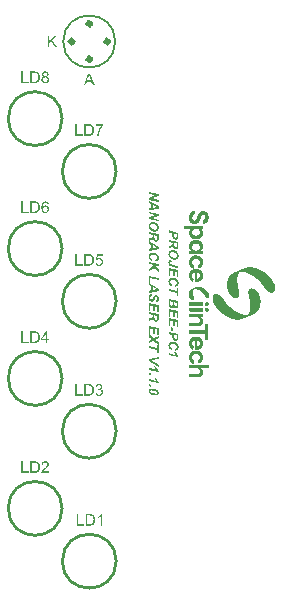
<source format=gto>
G04*
G04 #@! TF.GenerationSoftware,Altium Limited,Altium Designer,25.3.2 (17)*
G04*
G04 Layer_Color=65535*
%FSLAX44Y44*%
%MOMM*%
G71*
G04*
G04 #@! TF.SameCoordinates,CF072A1D-2444-4887-8E58-701309957870*
G04*
G04*
G04 #@! TF.FilePolarity,Positive*
G04*
G01*
G75*
%ADD10C,0.2540*%
%ADD11C,0.4000*%
%ADD12C,0.1500*%
G36*
X235370Y336120D02*
X235522D01*
Y335512D01*
X235675D01*
Y334904D01*
X235827D01*
Y334295D01*
X235979D01*
Y333839D01*
X235827D01*
Y333687D01*
X235370D01*
Y333535D01*
X235066D01*
Y333383D01*
X234914D01*
Y333231D01*
X234762D01*
Y333079D01*
X234458D01*
Y332774D01*
X234306D01*
Y332622D01*
X234154D01*
Y332470D01*
X234002D01*
Y332166D01*
X233849D01*
Y331558D01*
X233697D01*
Y329733D01*
X233849D01*
Y329124D01*
X234002D01*
Y328820D01*
X234154D01*
Y328668D01*
X234306D01*
Y328516D01*
X234458D01*
Y328364D01*
X234610D01*
Y328212D01*
X235218D01*
Y328060D01*
X235522D01*
Y328212D01*
X235979D01*
Y328364D01*
X236283D01*
Y328516D01*
X236435D01*
Y328668D01*
X236587D01*
Y328820D01*
X236739D01*
Y328972D01*
X236891D01*
Y329124D01*
X237043D01*
Y329428D01*
X237195D01*
Y329733D01*
X237348D01*
Y330037D01*
X237500D01*
Y330493D01*
X237652D01*
Y330949D01*
X237804D01*
Y331254D01*
X237956D01*
Y331710D01*
X238108D01*
Y332166D01*
X238260D01*
Y332622D01*
X238412D01*
Y332926D01*
X238564D01*
Y333231D01*
X238716D01*
Y333535D01*
X238869D01*
Y333839D01*
X239021D01*
Y334143D01*
X239173D01*
Y334295D01*
X239325D01*
Y334447D01*
X239477D01*
Y334752D01*
X239629D01*
Y334904D01*
X239781D01*
Y335056D01*
X239933D01*
Y335208D01*
X240085D01*
Y335360D01*
X240389D01*
Y335512D01*
X240542D01*
Y335664D01*
X240846D01*
Y335816D01*
X241150D01*
Y335968D01*
X241454D01*
Y336120D01*
X242215D01*
Y336273D01*
X243431D01*
Y336120D01*
X244192D01*
Y335968D01*
X244496D01*
Y335816D01*
X244800D01*
Y335664D01*
X245104D01*
Y335512D01*
X245257D01*
Y335360D01*
X245561D01*
Y335208D01*
X245713D01*
Y335056D01*
X245865D01*
Y334904D01*
X246017D01*
Y334752D01*
X246169D01*
Y334447D01*
X246321D01*
Y334295D01*
X246473D01*
Y333991D01*
X246625D01*
Y333839D01*
X246777D01*
Y333535D01*
X246929D01*
Y333079D01*
X247082D01*
Y332622D01*
X247234D01*
Y331862D01*
X247386D01*
Y329885D01*
X247234D01*
Y328972D01*
X247082D01*
Y328516D01*
X246929D01*
Y328212D01*
X246777D01*
Y327907D01*
X246625D01*
Y327603D01*
X246473D01*
Y327299D01*
X246321D01*
Y327147D01*
X246169D01*
Y326995D01*
X246017D01*
Y326843D01*
X245865D01*
Y326691D01*
X245713D01*
Y326539D01*
X245561D01*
Y326386D01*
X245409D01*
Y326234D01*
X245257D01*
Y326082D01*
X244952D01*
Y325930D01*
X244648D01*
Y325778D01*
X244496D01*
Y325626D01*
X244040D01*
Y325474D01*
X243736D01*
Y325322D01*
X243127D01*
Y325626D01*
X242975D01*
Y326234D01*
X242823D01*
Y326691D01*
X242671D01*
Y327299D01*
X242519D01*
Y327907D01*
X242367D01*
Y328212D01*
X242519D01*
Y328364D01*
X242823D01*
Y328516D01*
X243127D01*
Y328668D01*
X243431D01*
Y328820D01*
X243584D01*
Y328972D01*
X243736D01*
Y329124D01*
X243888D01*
Y329276D01*
X244040D01*
Y329428D01*
X244192D01*
Y329885D01*
X244344D01*
Y330645D01*
X244496D01*
Y331101D01*
X244344D01*
Y332014D01*
X244192D01*
Y332318D01*
X244040D01*
Y332622D01*
X243888D01*
Y332774D01*
X243736D01*
Y332926D01*
X243431D01*
Y333079D01*
X242367D01*
Y332926D01*
X242062D01*
Y332774D01*
X241910D01*
Y332622D01*
X241758D01*
Y332470D01*
X241606D01*
Y332318D01*
X241454D01*
Y332014D01*
X241302D01*
Y331710D01*
X241150D01*
Y331406D01*
X240998D01*
Y330949D01*
X240846D01*
Y330645D01*
X240694D01*
Y330189D01*
X240542D01*
Y329733D01*
X240389D01*
Y329580D01*
Y329276D01*
X240237D01*
Y328820D01*
X240085D01*
Y328364D01*
X239933D01*
Y328060D01*
X239781D01*
Y327755D01*
X239629D01*
Y327451D01*
X239477D01*
Y327147D01*
X239325D01*
Y326995D01*
X239173D01*
Y326691D01*
X239021D01*
Y326539D01*
X238869D01*
Y326386D01*
X238716D01*
Y326234D01*
X238564D01*
Y326082D01*
X238412D01*
Y325930D01*
X238260D01*
Y325778D01*
X237956D01*
Y325626D01*
X237804D01*
Y325474D01*
X237500D01*
Y325322D01*
X237043D01*
Y325170D01*
X236435D01*
Y325018D01*
X234458D01*
Y325170D01*
X233849D01*
Y325322D01*
X233545D01*
Y325474D01*
X233241D01*
Y325626D01*
X232937D01*
Y325778D01*
X232785D01*
Y325930D01*
X232633D01*
Y326082D01*
X232481D01*
Y326234D01*
X232328D01*
Y326386D01*
X232176D01*
Y326539D01*
X232024D01*
Y326691D01*
X231872D01*
Y326843D01*
X231720D01*
Y327147D01*
X231568D01*
Y327451D01*
X231416D01*
Y327755D01*
X231264D01*
Y328060D01*
X231112D01*
Y328516D01*
X230960D01*
Y329124D01*
X230807D01*
Y332166D01*
X230960D01*
Y332926D01*
X231112D01*
Y333231D01*
X231264D01*
Y333687D01*
X231416D01*
Y333991D01*
X231568D01*
Y334143D01*
X231720D01*
Y334447D01*
X231872D01*
Y334599D01*
X232024D01*
Y334752D01*
X232176D01*
Y335056D01*
X232328D01*
Y335208D01*
X232481D01*
Y335360D01*
X232785D01*
Y335512D01*
X232937D01*
Y335664D01*
X233089D01*
Y335816D01*
X233393D01*
Y335968D01*
X233545D01*
Y336120D01*
X233849D01*
Y336273D01*
X234154D01*
Y336425D01*
X234610D01*
Y336577D01*
X235370D01*
Y336120D01*
D02*
G37*
G36*
X242367Y321367D02*
X241606D01*
Y321215D01*
X240998D01*
Y321063D01*
X241302D01*
Y320911D01*
X241454D01*
Y320607D01*
X241606D01*
Y320455D01*
X241758D01*
Y320303D01*
X241910D01*
Y319998D01*
X242062D01*
Y319694D01*
X242215D01*
Y319390D01*
X242367D01*
Y318934D01*
X242519D01*
Y316196D01*
X242367D01*
Y315740D01*
X242215D01*
Y315284D01*
X242062D01*
Y314979D01*
X241910D01*
Y314827D01*
X241758D01*
Y314523D01*
X241606D01*
Y314371D01*
X241454D01*
Y314219D01*
X241302D01*
Y314067D01*
X241150D01*
Y313915D01*
X240998D01*
Y313763D01*
X240846D01*
Y313610D01*
X240694D01*
Y313458D01*
X240542D01*
Y313306D01*
X240237D01*
Y313154D01*
X239933D01*
Y313002D01*
X239781D01*
Y312850D01*
X239325D01*
Y312698D01*
X238869D01*
Y312546D01*
X238260D01*
Y312394D01*
X235066D01*
Y312546D01*
X234458D01*
Y312698D01*
X234002D01*
Y312850D01*
X233697D01*
Y313002D01*
X233393D01*
Y313154D01*
X233089D01*
Y313306D01*
X232937D01*
Y313458D01*
X232785D01*
Y313610D01*
X232481D01*
Y313763D01*
X232328D01*
Y313915D01*
X232176D01*
Y314067D01*
X232024D01*
Y314219D01*
X231872D01*
Y314523D01*
X231720D01*
Y314675D01*
X231568D01*
Y314979D01*
X231416D01*
Y315284D01*
X231264D01*
Y315588D01*
X231112D01*
Y316044D01*
X230960D01*
Y316805D01*
X230807D01*
Y318477D01*
X230960D01*
Y319086D01*
X231112D01*
Y319542D01*
X231264D01*
Y319846D01*
X231416D01*
Y320151D01*
X231568D01*
Y320303D01*
X231720D01*
Y320607D01*
X231872D01*
Y320759D01*
X232024D01*
Y320911D01*
X232176D01*
Y321063D01*
X226549D01*
Y321215D01*
X226397D01*
Y321367D01*
X226245D01*
Y323801D01*
X226397D01*
Y323953D01*
X242367D01*
Y321367D01*
D02*
G37*
G36*
X238260Y311481D02*
X238869D01*
Y311329D01*
X239325D01*
Y311177D01*
X239629D01*
Y311025D01*
X239933D01*
Y310873D01*
X240237D01*
Y310721D01*
X240542D01*
Y310569D01*
X240694D01*
Y310417D01*
X240846D01*
Y310264D01*
X240998D01*
Y310112D01*
X241150D01*
Y309960D01*
X241302D01*
Y309808D01*
X241454D01*
Y309656D01*
X241606D01*
Y309504D01*
X241758D01*
Y309200D01*
X241910D01*
Y309048D01*
X242062D01*
Y308743D01*
X242215D01*
Y308287D01*
X242367D01*
Y307831D01*
X242519D01*
Y305093D01*
X242367D01*
Y304637D01*
X242215D01*
Y304333D01*
X242062D01*
Y304029D01*
X241910D01*
Y303724D01*
X241758D01*
Y303572D01*
X241606D01*
Y303268D01*
X241454D01*
Y303116D01*
X241302D01*
Y302964D01*
X240998D01*
Y302812D01*
X241454D01*
Y302660D01*
X242367D01*
Y300074D01*
X231112D01*
Y302660D01*
X231872D01*
Y302812D01*
X232328D01*
Y302964D01*
X232176D01*
Y303116D01*
X232024D01*
Y303268D01*
X231872D01*
Y303420D01*
X231720D01*
Y303724D01*
X231568D01*
Y303876D01*
X231416D01*
Y304181D01*
X231264D01*
Y304485D01*
X231112D01*
Y304941D01*
X230960D01*
Y305550D01*
X230807D01*
Y307223D01*
X230960D01*
Y307983D01*
X231112D01*
Y308439D01*
X231264D01*
Y308743D01*
X231416D01*
Y309048D01*
X231568D01*
Y309352D01*
X231720D01*
Y309504D01*
X231872D01*
Y309808D01*
X232024D01*
Y309960D01*
X232176D01*
Y310112D01*
X232328D01*
Y310264D01*
X232481D01*
Y310417D01*
X232785D01*
Y310569D01*
X232937D01*
Y310721D01*
X233241D01*
Y310873D01*
X233393D01*
Y311025D01*
X233697D01*
Y311177D01*
X234154D01*
Y311329D01*
X234610D01*
Y311481D01*
X235218D01*
Y311633D01*
X238260D01*
Y311481D01*
D02*
G37*
G36*
X237956Y298553D02*
X238716D01*
Y298401D01*
X239173D01*
Y298249D01*
X239477D01*
Y298097D01*
X239781D01*
Y297945D01*
X240085D01*
Y297793D01*
X240237D01*
Y297641D01*
X240542D01*
Y297488D01*
X240694D01*
Y297336D01*
X240846D01*
Y297184D01*
X240998D01*
Y297032D01*
X241150D01*
Y296880D01*
X241302D01*
Y296728D01*
X241454D01*
Y296576D01*
X241606D01*
Y296272D01*
X241758D01*
Y295968D01*
X241910D01*
Y295816D01*
X242062D01*
Y295359D01*
X242215D01*
Y295055D01*
X242367D01*
Y294447D01*
X242519D01*
Y291405D01*
X242367D01*
Y290796D01*
X242215D01*
Y290340D01*
X242062D01*
Y290036D01*
X241910D01*
Y289732D01*
X241758D01*
Y289580D01*
X241606D01*
Y289275D01*
X241454D01*
Y289123D01*
X241302D01*
Y288971D01*
X241150D01*
Y288819D01*
X240998D01*
Y288667D01*
X240846D01*
Y288515D01*
X240542D01*
Y288363D01*
X240389D01*
Y288211D01*
X240085D01*
Y288059D01*
X239781D01*
Y287907D01*
X239477D01*
Y287754D01*
X239021D01*
Y287907D01*
X238869D01*
Y288363D01*
X238716D01*
Y288819D01*
X238564D01*
Y289428D01*
X238412D01*
Y290188D01*
X238564D01*
Y290340D01*
X238716D01*
Y290492D01*
X239021D01*
Y290644D01*
X239173D01*
Y290796D01*
X239325D01*
Y290949D01*
X239477D01*
Y291253D01*
X239629D01*
Y291557D01*
X239781D01*
Y292013D01*
X239933D01*
Y293534D01*
X239781D01*
Y293990D01*
X239629D01*
Y294294D01*
X239477D01*
Y294599D01*
X239325D01*
Y294751D01*
X239173D01*
Y294903D01*
X239021D01*
Y295055D01*
X238869D01*
Y295207D01*
X238564D01*
Y295359D01*
X238260D01*
Y295511D01*
X237804D01*
Y295663D01*
X236891D01*
Y295816D01*
X236587D01*
Y295663D01*
X235522D01*
Y295511D01*
X235218D01*
Y295359D01*
X234914D01*
Y295207D01*
X234610D01*
Y295055D01*
X234458D01*
Y294903D01*
X234306D01*
Y294751D01*
X234154D01*
Y294599D01*
X234002D01*
Y294447D01*
X233849D01*
Y294142D01*
X233697D01*
Y293838D01*
X233545D01*
Y291709D01*
X233697D01*
Y291405D01*
X233849D01*
Y291101D01*
X234002D01*
Y290949D01*
X234154D01*
Y290796D01*
X234306D01*
Y290644D01*
X234458D01*
Y290492D01*
X234762D01*
Y290340D01*
X234914D01*
Y290188D01*
X235066D01*
Y290036D01*
X235218D01*
Y289884D01*
X235066D01*
Y289275D01*
X234914D01*
Y288515D01*
X234762D01*
Y287907D01*
X234610D01*
Y287602D01*
X234002D01*
Y287754D01*
X233697D01*
Y287907D01*
X233393D01*
Y288059D01*
X233089D01*
Y288211D01*
X232937D01*
Y288363D01*
X232785D01*
Y288515D01*
X232481D01*
Y288667D01*
X232328D01*
Y288819D01*
X232176D01*
Y288971D01*
X232024D01*
Y289275D01*
X231872D01*
Y289428D01*
X231720D01*
Y289732D01*
X231568D01*
Y289884D01*
X231416D01*
Y290188D01*
X231264D01*
Y290644D01*
X231112D01*
Y291101D01*
X230960D01*
Y291861D01*
X230807D01*
Y293838D01*
X230960D01*
Y294599D01*
X231112D01*
Y295207D01*
X231264D01*
Y295511D01*
X231416D01*
Y295816D01*
X231568D01*
Y296120D01*
X231720D01*
Y296424D01*
X231872D01*
Y296576D01*
X232024D01*
Y296728D01*
X232176D01*
Y297032D01*
X232328D01*
Y297184D01*
X232481D01*
Y297336D01*
X232785D01*
Y297488D01*
X232937D01*
Y297641D01*
X233089D01*
Y297793D01*
X233393D01*
Y297945D01*
X233697D01*
Y298097D01*
X233849D01*
Y298249D01*
X234306D01*
Y298401D01*
X234762D01*
Y298553D01*
X235370D01*
Y298705D01*
X237956D01*
Y298553D01*
D02*
G37*
G36*
X237652Y286994D02*
X238564D01*
Y286842D01*
X239021D01*
Y286690D01*
X239477D01*
Y286538D01*
X239781D01*
Y286386D01*
X239933D01*
Y286234D01*
X240237D01*
Y286081D01*
X240389D01*
Y285929D01*
X240694D01*
Y285777D01*
X240846D01*
Y285625D01*
X240998D01*
Y285473D01*
X241150D01*
Y285321D01*
X241302D01*
Y285169D01*
X241454D01*
Y284865D01*
X241606D01*
Y284713D01*
X241758D01*
Y284408D01*
X241910D01*
Y284256D01*
X242062D01*
Y283800D01*
X242215D01*
Y283496D01*
X242367D01*
Y282887D01*
X242519D01*
Y279998D01*
X242367D01*
Y279389D01*
X242215D01*
Y279085D01*
X242062D01*
Y278781D01*
X241910D01*
Y278477D01*
X241758D01*
Y278325D01*
X241606D01*
Y278020D01*
X241454D01*
Y277868D01*
X241302D01*
Y277716D01*
X241150D01*
Y277564D01*
X240998D01*
Y277412D01*
X240846D01*
Y277260D01*
X240542D01*
Y277108D01*
X240389D01*
Y276956D01*
X240085D01*
Y276804D01*
X239781D01*
Y276652D01*
X239477D01*
Y276500D01*
X239021D01*
Y276347D01*
X238564D01*
Y276195D01*
X237804D01*
Y276043D01*
X235827D01*
Y284104D01*
X235675D01*
Y283952D01*
X235218D01*
Y283800D01*
X234762D01*
Y283648D01*
X234610D01*
Y283496D01*
X234306D01*
Y283344D01*
X234154D01*
Y283192D01*
X234002D01*
Y283040D01*
X233849D01*
Y282735D01*
X233697D01*
Y282431D01*
X233545D01*
Y281975D01*
X233393D01*
Y280758D01*
X233545D01*
Y280150D01*
X233697D01*
Y279846D01*
X233849D01*
Y279541D01*
X234002D01*
Y279389D01*
X234154D01*
Y279237D01*
X234306D01*
Y279085D01*
X234610D01*
Y278933D01*
X234762D01*
Y278172D01*
X234610D01*
Y277716D01*
X234458D01*
Y277260D01*
X234306D01*
Y276804D01*
X234154D01*
Y276500D01*
X234002D01*
Y276347D01*
X233697D01*
Y276500D01*
X233393D01*
Y276652D01*
X233089D01*
Y276804D01*
X232937D01*
Y276956D01*
X232785D01*
Y277108D01*
X232481D01*
Y277260D01*
X232328D01*
Y277412D01*
X232176D01*
Y277716D01*
X232024D01*
Y277868D01*
X231872D01*
Y278020D01*
X231720D01*
Y278325D01*
X231568D01*
Y278477D01*
X231416D01*
Y278781D01*
X231264D01*
Y279237D01*
X231112D01*
Y279694D01*
X230960D01*
Y280454D01*
X230807D01*
Y282279D01*
X230960D01*
Y283192D01*
X231112D01*
Y283648D01*
X231264D01*
Y283952D01*
X231416D01*
Y284256D01*
X231568D01*
Y284561D01*
X231720D01*
Y284865D01*
X231872D01*
Y285017D01*
X232024D01*
Y285169D01*
X232176D01*
Y285321D01*
X232328D01*
Y285473D01*
X232481D01*
Y285625D01*
X232633D01*
Y285777D01*
X232785D01*
Y285929D01*
X232937D01*
Y286081D01*
X233241D01*
Y286234D01*
X233393D01*
Y286386D01*
X233697D01*
Y286538D01*
X234002D01*
Y286690D01*
X234458D01*
Y286842D01*
X234914D01*
Y286994D01*
X235675D01*
Y287146D01*
X237652D01*
Y286994D01*
D02*
G37*
G36*
X284193Y288515D02*
X285257D01*
Y288363D01*
X286018D01*
Y288211D01*
X286626D01*
Y288059D01*
X287234D01*
Y287907D01*
X287691D01*
Y287754D01*
X288147D01*
Y287602D01*
X288603D01*
Y287450D01*
X288908D01*
Y287298D01*
X289364D01*
Y287146D01*
X289668D01*
Y286994D01*
X290124D01*
Y286842D01*
X290429D01*
Y286690D01*
X290733D01*
Y286538D01*
X291037D01*
Y286386D01*
X291341D01*
Y286234D01*
X291645D01*
Y286081D01*
X291797D01*
Y285929D01*
X292101D01*
Y285777D01*
X292406D01*
Y285625D01*
X292710D01*
Y285473D01*
X292862D01*
Y285321D01*
X293166D01*
Y285169D01*
X293318D01*
Y285017D01*
X293622D01*
Y284865D01*
X293775D01*
Y284713D01*
X294079D01*
Y284561D01*
X294231D01*
Y284408D01*
X294535D01*
Y284256D01*
X294687D01*
Y284104D01*
X294839D01*
Y283952D01*
X295143D01*
Y283800D01*
X295296D01*
Y283648D01*
X295448D01*
Y283496D01*
X295752D01*
Y283344D01*
X295904D01*
Y283192D01*
X296056D01*
Y283040D01*
X296208D01*
Y282887D01*
X296512D01*
Y282735D01*
X296664D01*
Y282583D01*
X296816D01*
Y282431D01*
X296968D01*
Y282279D01*
X297121D01*
Y282127D01*
X297273D01*
Y281975D01*
X297425D01*
Y281823D01*
X297577D01*
Y281671D01*
X297729D01*
Y281519D01*
X297881D01*
Y281367D01*
X298033D01*
Y281214D01*
X298185D01*
Y281062D01*
X298337D01*
Y280910D01*
X298489D01*
Y280758D01*
X298642D01*
Y280606D01*
X298794D01*
Y280454D01*
X298946D01*
Y280302D01*
X299098D01*
Y280150D01*
X299250D01*
Y279998D01*
X299402D01*
Y279694D01*
X299554D01*
Y279541D01*
X299706D01*
Y279389D01*
X299858D01*
Y279237D01*
X300010D01*
Y279085D01*
X300163D01*
Y278781D01*
X300315D01*
Y278629D01*
X300467D01*
Y278477D01*
X300619D01*
Y278172D01*
X300771D01*
Y278020D01*
X300923D01*
Y277868D01*
X301075D01*
Y277564D01*
X301227D01*
Y277412D01*
X301379D01*
Y277108D01*
X301531D01*
Y276956D01*
X301684D01*
Y276652D01*
X301836D01*
Y276500D01*
X301988D01*
Y276195D01*
X302140D01*
Y275891D01*
X302292D01*
Y275739D01*
X302444D01*
Y275435D01*
X302596D01*
Y275131D01*
X302748D01*
Y274827D01*
X302900D01*
Y274370D01*
X303052D01*
Y274066D01*
X303204D01*
Y273458D01*
X303356D01*
Y273001D01*
X303509D01*
Y272241D01*
X303661D01*
Y269655D01*
X303509D01*
Y269199D01*
X303356D01*
Y268743D01*
X303204D01*
Y268438D01*
X303052D01*
Y268286D01*
X302900D01*
Y267982D01*
X302748D01*
Y267830D01*
X302596D01*
Y267678D01*
X302444D01*
Y267526D01*
X302140D01*
Y267374D01*
X301836D01*
Y267222D01*
X301531D01*
Y267070D01*
X300771D01*
Y266918D01*
X300315D01*
Y267070D01*
X299554D01*
Y267222D01*
X299250D01*
Y267374D01*
X298794D01*
Y267526D01*
X298489D01*
Y267678D01*
X298337D01*
Y267830D01*
X298033D01*
Y267982D01*
X297881D01*
Y268134D01*
X297577D01*
Y268286D01*
X297425D01*
Y268438D01*
X297273D01*
Y268591D01*
X297121D01*
Y268743D01*
X296968D01*
Y268895D01*
X296816D01*
Y269047D01*
X296664D01*
Y269199D01*
X296512D01*
Y269351D01*
X296360D01*
Y269503D01*
X296208D01*
Y269655D01*
X296056D01*
Y269807D01*
X295904D01*
Y269960D01*
X295752D01*
Y270112D01*
X295600D01*
Y270264D01*
X295448D01*
Y270416D01*
X295296D01*
Y270720D01*
X295143D01*
Y270872D01*
X294991D01*
Y271024D01*
X294839D01*
Y271176D01*
X294687D01*
Y271480D01*
X294535D01*
Y271632D01*
X294383D01*
Y271937D01*
X294231D01*
Y272089D01*
X294079D01*
Y272241D01*
X293927D01*
Y272545D01*
X293775D01*
Y272697D01*
X293622D01*
Y273001D01*
X293470D01*
Y273153D01*
X293318D01*
Y273458D01*
X293166D01*
Y273610D01*
X293014D01*
Y273762D01*
X292862D01*
Y274066D01*
X292710D01*
Y274218D01*
X292558D01*
Y274370D01*
X292406D01*
Y274522D01*
X292254D01*
Y274827D01*
X292101D01*
Y274979D01*
X291949D01*
Y275131D01*
X291797D01*
Y275283D01*
X291645D01*
Y275435D01*
X291493D01*
Y275739D01*
X291341D01*
Y275891D01*
X291189D01*
Y276043D01*
X291037D01*
Y276195D01*
X290885D01*
Y276347D01*
X290733D01*
Y276500D01*
X290581D01*
Y276652D01*
X290429D01*
Y276804D01*
X290276D01*
Y276956D01*
X290124D01*
Y277108D01*
X289972D01*
Y277260D01*
X289820D01*
Y277412D01*
X289668D01*
Y277564D01*
X289516D01*
Y277716D01*
X289364D01*
Y277868D01*
X289212D01*
Y278020D01*
X289060D01*
Y278172D01*
X288908D01*
Y278325D01*
X288755D01*
Y278477D01*
X288603D01*
Y278629D01*
X288299D01*
Y278781D01*
X288147D01*
Y278933D01*
X287995D01*
Y279085D01*
X287843D01*
Y279237D01*
X287691D01*
Y279389D01*
X287387D01*
Y279541D01*
X287234D01*
Y279694D01*
X287082D01*
Y279846D01*
X286930D01*
Y279998D01*
X286626D01*
Y280150D01*
X286474D01*
Y280302D01*
X286322D01*
Y280454D01*
X286018D01*
Y280606D01*
X285866D01*
Y280758D01*
X285562D01*
Y280910D01*
X285409D01*
Y281062D01*
X285105D01*
Y281214D01*
X284953D01*
Y281367D01*
X284649D01*
Y281519D01*
X284497D01*
Y281671D01*
X284193D01*
Y281823D01*
X283888D01*
Y281975D01*
X283736D01*
Y282127D01*
X283432D01*
Y282279D01*
X283128D01*
Y282431D01*
X282824D01*
Y282583D01*
X282520D01*
Y282735D01*
X282215D01*
Y282887D01*
X281911D01*
Y283040D01*
X281607D01*
Y283192D01*
X281303D01*
Y283344D01*
X280999D01*
Y283496D01*
X280542D01*
Y283648D01*
X280238D01*
Y283800D01*
X279782D01*
Y283952D01*
X279326D01*
Y284104D01*
X278869D01*
Y284256D01*
X278413D01*
Y284408D01*
X277805D01*
Y284561D01*
X277196D01*
Y284713D01*
X276436D01*
Y284865D01*
X275219D01*
Y285017D01*
X273850D01*
Y284713D01*
X273698D01*
Y284561D01*
X273546D01*
Y284408D01*
X273394D01*
Y284104D01*
X273242D01*
Y283952D01*
X273090D01*
Y283648D01*
X272938D01*
Y283344D01*
X272786D01*
Y283040D01*
X272633D01*
Y282735D01*
X272481D01*
Y282431D01*
X272329D01*
Y281975D01*
X272177D01*
Y281367D01*
X272025D01*
Y280910D01*
X271873D01*
Y279998D01*
X271721D01*
Y278477D01*
X271569D01*
Y277108D01*
X271721D01*
Y275283D01*
X271873D01*
Y274218D01*
X272025D01*
Y273305D01*
X272177D01*
Y272545D01*
X272329D01*
Y271785D01*
X272481D01*
Y271176D01*
X272633D01*
Y270568D01*
X272786D01*
Y269807D01*
X272938D01*
Y269047D01*
X273090D01*
Y268286D01*
X273242D01*
Y267374D01*
X273394D01*
Y264180D01*
X273242D01*
Y263724D01*
X273090D01*
Y263419D01*
X272938D01*
Y263267D01*
X272786D01*
Y263115D01*
X272633D01*
Y262963D01*
X272481D01*
Y262811D01*
X272329D01*
Y262659D01*
X272025D01*
Y262507D01*
X271417D01*
Y262355D01*
X270200D01*
Y262507D01*
X269440D01*
Y262659D01*
X268983D01*
Y262811D01*
X268679D01*
Y262963D01*
X268375D01*
Y263115D01*
X268071D01*
Y263267D01*
X267766D01*
Y263419D01*
X267614D01*
Y263571D01*
X267310D01*
Y263724D01*
X267158D01*
Y263876D01*
X267006D01*
Y264028D01*
X266854D01*
Y264180D01*
X266702D01*
Y264332D01*
X266550D01*
Y264484D01*
X266398D01*
Y264636D01*
X266245D01*
Y264788D01*
X266093D01*
Y264940D01*
X265941D01*
Y265092D01*
X265789D01*
Y265245D01*
X265637D01*
Y265549D01*
X265485D01*
Y265701D01*
X265333D01*
Y266005D01*
X265181D01*
Y266157D01*
X265029D01*
Y266461D01*
X264877D01*
Y266765D01*
X264725D01*
Y267070D01*
X264573D01*
Y267374D01*
X264420D01*
Y267678D01*
X264268D01*
Y267982D01*
X264116D01*
Y268438D01*
X263964D01*
Y268743D01*
X263812D01*
Y269351D01*
X263660D01*
Y269807D01*
X263508D01*
Y270568D01*
X263356D01*
Y271480D01*
X263204D01*
Y276043D01*
X263356D01*
Y276956D01*
X263508D01*
Y277564D01*
X263660D01*
Y278172D01*
X263812D01*
Y278629D01*
X263964D01*
Y278933D01*
X264116D01*
Y279237D01*
X264268D01*
Y279541D01*
X264420D01*
Y279846D01*
X264573D01*
Y280150D01*
X264725D01*
Y280454D01*
X264877D01*
Y280606D01*
X265029D01*
Y280910D01*
X265181D01*
Y281062D01*
X265333D01*
Y281214D01*
X265485D01*
Y281519D01*
X265637D01*
Y281671D01*
X265789D01*
Y281823D01*
X265941D01*
Y281975D01*
X266093D01*
Y282127D01*
X266245D01*
Y282279D01*
X266398D01*
Y282431D01*
X266550D01*
Y282583D01*
X266854D01*
Y282735D01*
X267006D01*
Y282887D01*
X267158D01*
Y283040D01*
X267462D01*
Y283192D01*
X267614D01*
Y283344D01*
X267918D01*
Y283496D01*
X268071D01*
Y283648D01*
X268375D01*
Y283800D01*
X268679D01*
Y283952D01*
X268983D01*
Y284104D01*
X269135D01*
Y284256D01*
X269440D01*
Y284408D01*
X269744D01*
Y284561D01*
X270048D01*
Y284713D01*
X270352D01*
Y284865D01*
X270656D01*
Y285017D01*
X271112D01*
Y285169D01*
X271417D01*
Y285321D01*
X271721D01*
Y285473D01*
X272025D01*
Y285625D01*
X272329D01*
Y285777D01*
X272786D01*
Y285929D01*
X273090D01*
Y286081D01*
X273394D01*
Y286234D01*
X273850D01*
Y286386D01*
X274154D01*
Y286538D01*
X274611D01*
Y286690D01*
X274915D01*
Y286842D01*
X275371D01*
Y286994D01*
X275675D01*
Y287146D01*
X276132D01*
Y287298D01*
X276588D01*
Y287450D01*
X277044D01*
Y287602D01*
X277348D01*
Y287754D01*
X277805D01*
Y287907D01*
X278109D01*
Y288059D01*
X278717D01*
Y288211D01*
X279174D01*
Y288363D01*
X279782D01*
Y288515D01*
X280695D01*
Y288667D01*
X284193D01*
Y288515D01*
D02*
G37*
G36*
X239325Y272089D02*
X240237D01*
Y271937D01*
X240846D01*
Y271785D01*
X241302D01*
Y271632D01*
X241758D01*
Y271480D01*
X242062D01*
Y271328D01*
X242367D01*
Y271176D01*
X242671D01*
Y271024D01*
X242975D01*
Y270872D01*
X243279D01*
Y270720D01*
X243431D01*
Y270568D01*
X243736D01*
Y270416D01*
X243888D01*
Y270264D01*
X244192D01*
Y270112D01*
X244344D01*
Y269960D01*
X244496D01*
Y269807D01*
X244648D01*
Y269655D01*
X244800D01*
Y269503D01*
X245104D01*
Y269351D01*
X245257D01*
Y269199D01*
X245409D01*
Y269047D01*
X245561D01*
Y268895D01*
X245713D01*
Y268743D01*
X245865D01*
Y268591D01*
X246017D01*
Y268286D01*
X246169D01*
Y268134D01*
X246321D01*
Y267982D01*
X246473D01*
Y267830D01*
X246625D01*
Y267678D01*
X246777D01*
Y267374D01*
X246929D01*
Y267222D01*
X247082D01*
Y266918D01*
X247234D01*
Y266765D01*
X247386D01*
Y266461D01*
X247538D01*
Y266157D01*
X247690D01*
Y265701D01*
X247842D01*
Y265092D01*
X247994D01*
Y263876D01*
X247842D01*
Y263419D01*
X247690D01*
Y263267D01*
X247538D01*
Y263115D01*
X247386D01*
Y262963D01*
X247234D01*
Y262811D01*
X245865D01*
Y262963D01*
X245561D01*
Y263115D01*
X245409D01*
Y263267D01*
X245257D01*
Y263419D01*
X244952D01*
Y263571D01*
X244800D01*
Y263724D01*
X244648D01*
Y263876D01*
X244496D01*
Y264180D01*
X244344D01*
Y264332D01*
X244192D01*
Y264484D01*
X244040D01*
Y264636D01*
X243888D01*
Y264940D01*
X243736D01*
Y265092D01*
X243584D01*
Y265397D01*
X243431D01*
Y265549D01*
X243279D01*
Y265701D01*
X243127D01*
Y266005D01*
X242975D01*
Y266157D01*
X242823D01*
Y266309D01*
X242671D01*
Y266461D01*
X242519D01*
Y266613D01*
X242367D01*
Y266765D01*
X242215D01*
Y267070D01*
X242062D01*
Y267222D01*
X241910D01*
Y267374D01*
X241606D01*
Y267526D01*
X241454D01*
Y267678D01*
X241302D01*
Y267830D01*
X241150D01*
Y267982D01*
X240998D01*
Y268134D01*
X240846D01*
Y268286D01*
X240694D01*
Y268438D01*
X240389D01*
Y268591D01*
X240237D01*
Y268743D01*
X239933D01*
Y268895D01*
X239781D01*
Y269047D01*
X239477D01*
Y269199D01*
X239173D01*
Y269351D01*
X239021D01*
Y269503D01*
X238716D01*
Y269655D01*
X238412D01*
Y269807D01*
X237956D01*
Y269960D01*
X237652D01*
Y270112D01*
X237195D01*
Y270264D01*
X236587D01*
Y270416D01*
X235675D01*
Y270568D01*
X235066D01*
Y270416D01*
X234914D01*
Y270112D01*
X234762D01*
Y269960D01*
X234610D01*
Y269655D01*
X234458D01*
Y269199D01*
X234306D01*
Y268591D01*
X234154D01*
Y266005D01*
X234306D01*
Y265092D01*
X234458D01*
Y264484D01*
X234610D01*
Y263724D01*
X234762D01*
Y262963D01*
X234914D01*
Y261594D01*
X234762D01*
Y261138D01*
X234610D01*
Y260986D01*
X234306D01*
Y260834D01*
X234002D01*
Y260682D01*
X233545D01*
Y260834D01*
X232937D01*
Y260986D01*
X232633D01*
Y261138D01*
X232328D01*
Y261290D01*
X232176D01*
Y261442D01*
X232024D01*
Y261594D01*
X231872D01*
Y261746D01*
X231720D01*
Y261898D01*
X231568D01*
Y262051D01*
X231416D01*
Y262203D01*
X231264D01*
Y262507D01*
X231112D01*
Y262811D01*
X230960D01*
Y263115D01*
X230807D01*
Y263419D01*
X230655D01*
Y264028D01*
X230503D01*
Y264788D01*
X230351D01*
Y266613D01*
X230503D01*
Y267374D01*
X230655D01*
Y267830D01*
X230807D01*
Y268286D01*
X230960D01*
Y268438D01*
X231112D01*
Y268743D01*
X231264D01*
Y268895D01*
X231416D01*
Y269199D01*
X231568D01*
Y269351D01*
X231720D01*
Y269503D01*
X232024D01*
Y269655D01*
X232176D01*
Y269807D01*
X232328D01*
Y269960D01*
X232633D01*
Y270112D01*
X232937D01*
Y270264D01*
X233241D01*
Y270416D01*
X233545D01*
Y270568D01*
X233849D01*
Y270720D01*
X234154D01*
Y270872D01*
X234458D01*
Y271024D01*
X234914D01*
Y271176D01*
X235218D01*
Y271328D01*
X235675D01*
Y271480D01*
X235979D01*
Y271632D01*
X236435D01*
Y271785D01*
X236891D01*
Y271937D01*
X237348D01*
Y272089D01*
X238260D01*
Y272241D01*
X239325D01*
Y272089D01*
D02*
G37*
G36*
X242215Y258704D02*
X242367D01*
Y255967D01*
X231112D01*
Y258857D01*
X242215D01*
Y258704D01*
D02*
G37*
G36*
X246625Y258857D02*
X246929D01*
Y258704D01*
X247082D01*
Y258552D01*
X247234D01*
Y258248D01*
X247386D01*
Y257792D01*
X247538D01*
Y257031D01*
X247386D01*
Y256575D01*
X247234D01*
Y256271D01*
X247082D01*
Y256119D01*
X246929D01*
Y255967D01*
X246625D01*
Y255815D01*
X246321D01*
Y255663D01*
X245561D01*
Y255815D01*
X245104D01*
Y255967D01*
X244952D01*
Y256119D01*
X244648D01*
Y256423D01*
X244496D01*
Y256727D01*
X244344D01*
Y258096D01*
X244496D01*
Y258400D01*
X244648D01*
Y258552D01*
X244800D01*
Y258704D01*
X244952D01*
Y258857D01*
X245104D01*
Y259009D01*
X246625D01*
Y258857D01*
D02*
G37*
G36*
X242367Y251252D02*
X242215D01*
Y251100D01*
X231264D01*
Y251252D01*
X231112D01*
Y253990D01*
X242367D01*
Y251252D01*
D02*
G37*
G36*
X246473Y254142D02*
X246777D01*
Y253990D01*
X246929D01*
Y253838D01*
X247082D01*
Y253685D01*
X247234D01*
Y253533D01*
X247386D01*
Y253077D01*
X247538D01*
Y252164D01*
X247386D01*
Y251708D01*
X247234D01*
Y251556D01*
X247082D01*
Y251404D01*
X246929D01*
Y251252D01*
X246777D01*
Y251100D01*
X246473D01*
Y250948D01*
X245257D01*
Y251100D01*
X244952D01*
Y251252D01*
X244800D01*
Y251404D01*
X244648D01*
Y251556D01*
X244496D01*
Y251708D01*
Y251860D01*
X244344D01*
Y253381D01*
X244496D01*
Y253533D01*
X244648D01*
Y253838D01*
X244800D01*
Y253990D01*
X245104D01*
Y254142D01*
X245257D01*
Y254294D01*
X246473D01*
Y254142D01*
D02*
G37*
G36*
X284345Y270568D02*
X284953D01*
Y270416D01*
X285409D01*
Y270264D01*
X285714D01*
Y270112D01*
X286018D01*
Y269960D01*
X286322D01*
Y269807D01*
X286626D01*
Y269655D01*
X286930D01*
Y269503D01*
X287082D01*
Y269351D01*
X287234D01*
Y269199D01*
X287387D01*
Y269047D01*
X287691D01*
Y268895D01*
X287843D01*
Y268743D01*
X287995D01*
Y268591D01*
X288147D01*
Y268438D01*
X288299D01*
Y268134D01*
X288451D01*
Y267982D01*
X288603D01*
Y267830D01*
X288755D01*
Y267678D01*
X288908D01*
Y267374D01*
X289060D01*
Y267222D01*
X289212D01*
Y266918D01*
X289364D01*
Y266765D01*
X289516D01*
Y266461D01*
X289668D01*
Y266157D01*
X289820D01*
Y265853D01*
X289972D01*
Y265549D01*
X290124D01*
Y265245D01*
X290276D01*
Y264788D01*
X290429D01*
Y264332D01*
X290581D01*
Y263876D01*
X290733D01*
Y263419D01*
X290885D01*
Y262811D01*
X291037D01*
Y262051D01*
X291189D01*
Y260682D01*
X291341D01*
Y258096D01*
X291189D01*
Y256575D01*
X291037D01*
Y255815D01*
X290885D01*
Y255206D01*
X290733D01*
Y254750D01*
X290581D01*
Y254294D01*
X290429D01*
Y253990D01*
X290276D01*
Y253685D01*
X290124D01*
Y253381D01*
X289972D01*
Y253077D01*
X289820D01*
Y252773D01*
X289668D01*
Y252469D01*
X289516D01*
Y252316D01*
X289364D01*
Y252164D01*
X289212D01*
Y251860D01*
X289060D01*
Y251708D01*
X288908D01*
Y251556D01*
X288755D01*
Y251404D01*
X288603D01*
Y251252D01*
X288451D01*
Y251100D01*
X288299D01*
Y250948D01*
X288147D01*
Y250796D01*
X287995D01*
Y250644D01*
X287843D01*
Y250491D01*
X287691D01*
Y250339D01*
X287539D01*
Y250187D01*
X287234D01*
Y250035D01*
X287082D01*
Y249883D01*
X286930D01*
Y249731D01*
X286626D01*
Y249579D01*
X286474D01*
Y249427D01*
X286170D01*
Y249275D01*
X285866D01*
Y249123D01*
X285562D01*
Y248970D01*
X285257D01*
Y248818D01*
X284953D01*
Y248666D01*
X284649D01*
Y248514D01*
X284345D01*
Y248362D01*
X284041D01*
Y248210D01*
X283736D01*
Y248058D01*
X283432D01*
Y247906D01*
X283128D01*
Y247754D01*
X282824D01*
Y247602D01*
X282367D01*
Y247449D01*
X282063D01*
Y247297D01*
X281759D01*
Y247145D01*
X281455D01*
Y246993D01*
X280999D01*
Y246841D01*
X280695D01*
Y246689D01*
X280238D01*
Y246537D01*
X279934D01*
Y246385D01*
X279478D01*
Y246233D01*
X279174D01*
Y246081D01*
X278717D01*
Y245929D01*
X278413D01*
Y245777D01*
X277957D01*
Y245624D01*
X277500D01*
Y245472D01*
X277044D01*
Y245320D01*
X276740D01*
Y245168D01*
X276132D01*
Y245016D01*
X275827D01*
Y244864D01*
X275219D01*
Y244712D01*
X274763D01*
Y244560D01*
X274002D01*
Y244408D01*
X269896D01*
Y244560D01*
X269135D01*
Y244712D01*
X268375D01*
Y244864D01*
X267766D01*
Y245016D01*
X267158D01*
Y245168D01*
X266702D01*
Y245320D01*
X266245D01*
Y245472D01*
X265789D01*
Y245624D01*
X265485D01*
Y245777D01*
X265029D01*
Y245929D01*
X264725D01*
Y246081D01*
X264420D01*
Y246233D01*
X263964D01*
Y246385D01*
X263660D01*
Y246537D01*
X263356D01*
Y246689D01*
X263051D01*
Y246841D01*
X262747D01*
Y246993D01*
X262595D01*
Y247145D01*
X262291D01*
Y247297D01*
X261987D01*
Y247449D01*
X261835D01*
Y247602D01*
X261531D01*
Y247754D01*
X261226D01*
Y247906D01*
X261074D01*
Y248058D01*
X260770D01*
Y248210D01*
X260618D01*
Y248362D01*
X260314D01*
Y248514D01*
X260162D01*
Y248666D01*
X259858D01*
Y248818D01*
X259705D01*
Y248970D01*
X259553D01*
Y249123D01*
X259249D01*
Y249275D01*
X259097D01*
Y249427D01*
X258945D01*
Y249579D01*
X258793D01*
Y249731D01*
X258489D01*
Y249883D01*
X258337D01*
Y250035D01*
X258185D01*
Y250187D01*
X258032D01*
Y250339D01*
X257880D01*
Y250491D01*
X257728D01*
Y250644D01*
X257424D01*
Y250796D01*
X257272D01*
Y250948D01*
X257120D01*
Y251100D01*
X256968D01*
Y251252D01*
X256816D01*
Y251404D01*
X256664D01*
Y251556D01*
X256511D01*
Y251708D01*
X256359D01*
Y251860D01*
X256207D01*
Y252012D01*
X256055D01*
Y252164D01*
X255903D01*
Y252316D01*
X255751D01*
Y252469D01*
X255599D01*
Y252621D01*
X255447D01*
Y252925D01*
X255295D01*
Y253077D01*
X255143D01*
Y253229D01*
X254991D01*
Y253381D01*
X254838D01*
Y253533D01*
X254686D01*
Y253685D01*
X254534D01*
Y253838D01*
X254382D01*
Y254142D01*
X254230D01*
Y254294D01*
X254078D01*
Y254446D01*
X253926D01*
Y254750D01*
X253774D01*
Y254902D01*
X253622D01*
Y255054D01*
X253470D01*
Y255358D01*
X253318D01*
Y255511D01*
X253165D01*
Y255815D01*
X253013D01*
Y255967D01*
X252861D01*
Y256271D01*
X252709D01*
Y256423D01*
X252557D01*
Y256727D01*
X252405D01*
Y256879D01*
X252253D01*
Y257183D01*
X252101D01*
Y257488D01*
X251949D01*
Y257792D01*
X251797D01*
Y258096D01*
X251644D01*
Y258400D01*
X251492D01*
Y258857D01*
X251340D01*
Y259161D01*
X251188D01*
Y259769D01*
X251036D01*
Y260378D01*
X250884D01*
Y263267D01*
Y263419D01*
Y263724D01*
X251036D01*
Y264180D01*
X251188D01*
Y264484D01*
X251340D01*
Y264788D01*
X251492D01*
Y264940D01*
X251644D01*
Y265092D01*
X251797D01*
Y265245D01*
X251949D01*
Y265397D01*
X252101D01*
Y265549D01*
X252253D01*
Y265701D01*
X252557D01*
Y265853D01*
X253013D01*
Y266005D01*
X254838D01*
Y265853D01*
X255295D01*
Y265701D01*
X255599D01*
Y265549D01*
X255903D01*
Y265397D01*
X256207D01*
Y265245D01*
X256359D01*
Y265092D01*
X256664D01*
Y264940D01*
X256816D01*
Y264788D01*
X256968D01*
Y264636D01*
X257120D01*
Y264484D01*
X257424D01*
Y264332D01*
X257576D01*
Y264180D01*
X257728D01*
Y264028D01*
X257880D01*
Y263876D01*
X258032D01*
Y263724D01*
X258185D01*
Y263571D01*
X258337D01*
Y263419D01*
X258489D01*
Y263115D01*
X258641D01*
Y262963D01*
X258793D01*
Y262811D01*
X258945D01*
Y262659D01*
X259097D01*
Y262507D01*
X259249D01*
Y262203D01*
X259401D01*
Y262051D01*
X259553D01*
Y261898D01*
X259705D01*
Y261746D01*
X259858D01*
Y261442D01*
X260010D01*
Y261290D01*
X260162D01*
Y261138D01*
X260314D01*
Y260834D01*
X260466D01*
Y260682D01*
X260618D01*
Y260378D01*
X260770D01*
Y260225D01*
X260922D01*
Y259921D01*
X261074D01*
Y259769D01*
X261226D01*
Y259617D01*
X261378D01*
Y259313D01*
X261531D01*
Y259161D01*
X261683D01*
Y259009D01*
X261835D01*
Y258704D01*
X261987D01*
Y258552D01*
X262139D01*
Y258400D01*
X262291D01*
Y258096D01*
X262443D01*
Y257944D01*
X262595D01*
Y257792D01*
X262747D01*
Y257640D01*
X262899D01*
Y257488D01*
X263051D01*
Y257336D01*
X263204D01*
Y257031D01*
X263356D01*
Y256879D01*
X263508D01*
Y256727D01*
X263660D01*
Y256575D01*
X263812D01*
Y256423D01*
X263964D01*
Y256271D01*
X264116D01*
Y256119D01*
X264268D01*
Y255967D01*
X264420D01*
Y255815D01*
X264573D01*
Y255663D01*
X264725D01*
Y255511D01*
X264877D01*
Y255358D01*
X265029D01*
Y255206D01*
X265181D01*
Y255054D01*
X265333D01*
Y254902D01*
X265485D01*
Y254750D01*
X265637D01*
Y254598D01*
X265941D01*
Y254446D01*
X266093D01*
Y254294D01*
X266245D01*
Y254142D01*
X266398D01*
Y253990D01*
X266550D01*
Y253838D01*
X266854D01*
Y253685D01*
X267006D01*
Y253533D01*
X267158D01*
Y253381D01*
X267310D01*
Y253229D01*
X267614D01*
Y253077D01*
X267766D01*
Y252925D01*
X267918D01*
Y252773D01*
X268223D01*
Y252621D01*
X268375D01*
Y252469D01*
X268527D01*
Y252316D01*
X268831D01*
Y252164D01*
X268983D01*
Y252012D01*
X269287D01*
Y251860D01*
X269440D01*
Y251708D01*
X269744D01*
Y251556D01*
X270048D01*
Y251404D01*
X270200D01*
Y251252D01*
X270504D01*
Y251100D01*
X270808D01*
Y250948D01*
X270960D01*
Y250796D01*
X271265D01*
Y250644D01*
X271569D01*
Y250491D01*
X271873D01*
Y250339D01*
X272177D01*
Y250187D01*
X272481D01*
Y250035D01*
X272786D01*
Y249883D01*
X273090D01*
Y249731D01*
X273394D01*
Y249579D01*
X273850D01*
Y249427D01*
X274154D01*
Y249275D01*
X274611D01*
Y249123D01*
X275067D01*
Y248970D01*
X275523D01*
Y248818D01*
X275979D01*
Y248666D01*
X276588D01*
Y248514D01*
X277196D01*
Y248362D01*
X278109D01*
Y248210D01*
X279174D01*
Y248058D01*
X280542D01*
Y248210D01*
X280695D01*
Y248362D01*
X280847D01*
Y248666D01*
X280999D01*
Y248818D01*
X281151D01*
Y249123D01*
X281303D01*
Y249275D01*
X281455D01*
Y249579D01*
X281607D01*
Y249883D01*
X281759D01*
Y250187D01*
X281911D01*
Y250644D01*
X282063D01*
Y250948D01*
X282215D01*
Y251404D01*
X282367D01*
Y252012D01*
X282520D01*
Y252773D01*
X282672D01*
Y254142D01*
X282824D01*
Y256423D01*
X282672D01*
Y257944D01*
X282520D01*
Y259009D01*
X282367D01*
Y259921D01*
X282215D01*
Y260682D01*
X282063D01*
Y261442D01*
X281911D01*
Y262051D01*
X281759D01*
Y262659D01*
X281607D01*
Y263419D01*
X281455D01*
Y264180D01*
X281303D01*
Y264940D01*
X281151D01*
Y266005D01*
X280999D01*
Y268591D01*
X281151D01*
Y269199D01*
X281303D01*
Y269503D01*
X281455D01*
Y269807D01*
X281607D01*
Y269960D01*
X281759D01*
Y270112D01*
X281911D01*
Y270264D01*
X282215D01*
Y270416D01*
X282520D01*
Y270568D01*
X282976D01*
Y270720D01*
X284345D01*
Y270568D01*
D02*
G37*
G36*
X242215Y249123D02*
X242367D01*
Y246689D01*
X242215D01*
Y246537D01*
X240998D01*
Y246385D01*
X241150D01*
Y246233D01*
X241302D01*
Y246081D01*
X241454D01*
Y245929D01*
X241606D01*
Y245777D01*
X241758D01*
Y245472D01*
X241910D01*
Y245320D01*
X242062D01*
Y245016D01*
X242215D01*
Y244560D01*
X242367D01*
Y244103D01*
X242519D01*
Y241518D01*
X242367D01*
Y241061D01*
X242215D01*
Y240605D01*
X242062D01*
Y240453D01*
X241910D01*
Y240149D01*
X241758D01*
Y239997D01*
X241606D01*
Y239845D01*
X241454D01*
Y239693D01*
X241302D01*
Y239541D01*
X241150D01*
Y239389D01*
X240846D01*
Y239236D01*
X240694D01*
Y239084D01*
X240237D01*
Y238932D01*
X239781D01*
Y238780D01*
X238869D01*
Y238628D01*
X231264D01*
Y238780D01*
X231112D01*
Y241518D01*
X231264D01*
Y241670D01*
X238564D01*
Y241822D01*
X238869D01*
Y241974D01*
X239173D01*
Y242126D01*
X239325D01*
Y242278D01*
X239477D01*
Y242430D01*
X239629D01*
Y242582D01*
X239781D01*
Y243039D01*
X239933D01*
Y244408D01*
X239781D01*
Y244712D01*
X239629D01*
Y245016D01*
X239477D01*
Y245320D01*
X239325D01*
Y245472D01*
X239173D01*
Y245624D01*
X239021D01*
Y245777D01*
X238716D01*
Y245929D01*
X238412D01*
Y246081D01*
X238108D01*
Y246233D01*
X237348D01*
Y246385D01*
X231112D01*
Y249123D01*
X231264D01*
Y249275D01*
X242215D01*
Y249123D01*
D02*
G37*
G36*
X246929Y240301D02*
X247082D01*
Y227069D01*
X244344D01*
Y227221D01*
X244192D01*
Y232240D01*
X231112D01*
Y235130D01*
X231264D01*
Y235282D01*
X244192D01*
Y240301D01*
X244344D01*
Y240453D01*
X246929D01*
Y240301D01*
D02*
G37*
G36*
X237804Y229655D02*
X238564D01*
Y229502D01*
X239021D01*
Y229350D01*
X239477D01*
Y229198D01*
X239781D01*
Y229046D01*
X240085D01*
Y228894D01*
X240237D01*
Y228742D01*
X240542D01*
Y228590D01*
X240694D01*
Y228438D01*
X240846D01*
Y228286D01*
X240998D01*
Y228134D01*
X241150D01*
Y227981D01*
X241302D01*
Y227829D01*
X241454D01*
Y227677D01*
X241606D01*
Y227373D01*
X241758D01*
Y227069D01*
X241910D01*
Y226917D01*
X242062D01*
Y226460D01*
X242215D01*
Y226156D01*
X242367D01*
Y225548D01*
X242519D01*
Y222658D01*
X242367D01*
Y222050D01*
X242215D01*
Y221746D01*
X242062D01*
Y221441D01*
X241910D01*
Y221137D01*
X241758D01*
Y220985D01*
X241606D01*
Y220681D01*
X241454D01*
Y220529D01*
X241302D01*
Y220377D01*
X241150D01*
Y220225D01*
X240998D01*
Y220072D01*
X240846D01*
Y219920D01*
X240542D01*
Y219768D01*
X240389D01*
Y219616D01*
X240085D01*
Y219464D01*
X239781D01*
Y219312D01*
X239477D01*
Y219160D01*
X239021D01*
Y219008D01*
X238564D01*
Y218856D01*
X237652D01*
Y218704D01*
X235979D01*
Y218856D01*
X235827D01*
Y226765D01*
X235675D01*
Y226613D01*
X235218D01*
Y226460D01*
X234762D01*
Y226308D01*
X234610D01*
Y226156D01*
X234306D01*
Y226004D01*
X234154D01*
Y225852D01*
X234002D01*
Y225700D01*
X233849D01*
Y225396D01*
X233697D01*
Y225092D01*
X233545D01*
Y224635D01*
X233393D01*
Y223419D01*
X233545D01*
Y222810D01*
X233697D01*
Y222506D01*
X233849D01*
Y222202D01*
X234002D01*
Y222050D01*
X234154D01*
Y221898D01*
X234306D01*
Y221746D01*
X234610D01*
Y221593D01*
X234762D01*
Y220833D01*
X234610D01*
Y220377D01*
X234458D01*
Y219920D01*
X234306D01*
Y219464D01*
X234154D01*
Y219160D01*
X234002D01*
Y219008D01*
X233697D01*
Y219160D01*
X233393D01*
Y219312D01*
X233241D01*
Y219464D01*
X232937D01*
Y219616D01*
X232785D01*
Y219768D01*
X232633D01*
Y219920D01*
X232328D01*
Y220072D01*
X232176D01*
Y220377D01*
X232024D01*
Y220529D01*
X231872D01*
Y220681D01*
X231720D01*
Y220985D01*
X231568D01*
Y221137D01*
X231416D01*
Y221441D01*
X231264D01*
Y221898D01*
X231112D01*
Y222354D01*
X230960D01*
Y223114D01*
X230807D01*
Y224940D01*
X230960D01*
Y225852D01*
X231112D01*
Y226308D01*
X231264D01*
Y226613D01*
X231416D01*
Y226917D01*
X231568D01*
Y227221D01*
X231720D01*
Y227525D01*
X231872D01*
Y227677D01*
X232024D01*
Y227829D01*
X232176D01*
Y227981D01*
X232328D01*
Y228286D01*
X232633D01*
Y228438D01*
X232785D01*
Y228590D01*
X232937D01*
Y228742D01*
X233241D01*
Y228894D01*
X233393D01*
Y229046D01*
X233697D01*
Y229198D01*
X234002D01*
Y229350D01*
X234458D01*
Y229502D01*
X234914D01*
Y229655D01*
X235675D01*
Y229807D01*
X237804D01*
Y229655D01*
D02*
G37*
G36*
X237956Y217943D02*
X238564D01*
Y217791D01*
X239021D01*
Y217639D01*
X239477D01*
Y217487D01*
X239781D01*
Y217335D01*
X240085D01*
Y217183D01*
X240237D01*
Y217031D01*
X240542D01*
Y216879D01*
X240694D01*
Y216726D01*
X240846D01*
Y216574D01*
X240998D01*
Y216422D01*
X241150D01*
Y216270D01*
X241302D01*
Y216118D01*
X241454D01*
Y215814D01*
X241606D01*
Y215662D01*
X241758D01*
Y215358D01*
X241910D01*
Y215205D01*
X242062D01*
Y214749D01*
X242215D01*
Y214445D01*
X242367D01*
Y213837D01*
X242519D01*
Y210795D01*
X242367D01*
Y210186D01*
X242215D01*
Y209730D01*
X242062D01*
Y209426D01*
X241910D01*
Y209122D01*
X241758D01*
Y208970D01*
X241606D01*
Y208666D01*
X241454D01*
Y208513D01*
X241302D01*
Y208361D01*
X241150D01*
Y208209D01*
X240998D01*
Y208057D01*
X240846D01*
Y207905D01*
X240542D01*
Y207753D01*
X240389D01*
Y207601D01*
X240085D01*
Y207449D01*
X239781D01*
Y207297D01*
X239477D01*
Y207145D01*
X239021D01*
Y207297D01*
X238869D01*
Y207753D01*
X238716D01*
Y208209D01*
X238564D01*
Y208666D01*
X238412D01*
Y209578D01*
X238564D01*
Y209730D01*
X238716D01*
Y209882D01*
X239021D01*
Y210034D01*
X239173D01*
Y210186D01*
X239325D01*
Y210338D01*
X239477D01*
Y210643D01*
X239629D01*
Y210947D01*
X239781D01*
Y211403D01*
X239933D01*
Y212924D01*
X239781D01*
Y213380D01*
X239629D01*
Y213685D01*
X239477D01*
Y213989D01*
X239325D01*
Y214141D01*
X239173D01*
Y214293D01*
X239021D01*
Y214445D01*
X238869D01*
Y214597D01*
X238564D01*
Y214749D01*
X238260D01*
Y214901D01*
X237804D01*
Y215053D01*
X235675D01*
Y214901D01*
X235218D01*
Y214749D01*
X234914D01*
Y214597D01*
X234610D01*
Y214445D01*
X234458D01*
Y214293D01*
X234306D01*
Y214141D01*
X234154D01*
Y213989D01*
X234002D01*
Y213837D01*
X233849D01*
Y213533D01*
X233697D01*
Y213076D01*
X233545D01*
Y211099D01*
X233697D01*
Y210795D01*
X233849D01*
Y210491D01*
X234002D01*
Y210338D01*
X234154D01*
Y210186D01*
X234306D01*
Y210034D01*
X234458D01*
Y209882D01*
X234610D01*
Y209730D01*
X234914D01*
Y209578D01*
X235066D01*
Y208513D01*
X234914D01*
Y207905D01*
X234762D01*
Y207297D01*
X234610D01*
Y206992D01*
X234002D01*
Y207145D01*
X233697D01*
Y207297D01*
X233393D01*
Y207449D01*
X233089D01*
Y207601D01*
X232937D01*
Y207753D01*
X232785D01*
Y207905D01*
X232481D01*
Y208057D01*
X232328D01*
Y208209D01*
X232176D01*
Y208361D01*
X232024D01*
Y208666D01*
X231872D01*
Y208818D01*
X231720D01*
Y209122D01*
X231568D01*
Y209274D01*
X231416D01*
Y209578D01*
X231264D01*
Y210034D01*
X231112D01*
Y210491D01*
X230960D01*
Y211251D01*
X230807D01*
Y213228D01*
X230960D01*
Y213989D01*
X231112D01*
Y214597D01*
X231264D01*
Y214901D01*
X231416D01*
Y215205D01*
X231568D01*
Y215510D01*
X231720D01*
Y215814D01*
X231872D01*
Y215966D01*
X232024D01*
Y216118D01*
X232176D01*
Y216270D01*
X232328D01*
Y216574D01*
X232633D01*
Y216726D01*
X232785D01*
Y216879D01*
X232937D01*
Y217031D01*
X233089D01*
Y217183D01*
X233393D01*
Y217335D01*
X233697D01*
Y217487D01*
X234002D01*
Y217639D01*
X234306D01*
Y217791D01*
X234762D01*
Y217943D01*
X235522D01*
Y218095D01*
X237956D01*
Y217943D01*
D02*
G37*
G36*
X247234Y205928D02*
X247386D01*
Y203190D01*
X241150D01*
Y203038D01*
X241302D01*
Y202886D01*
X241454D01*
Y202734D01*
X241606D01*
Y202582D01*
X241758D01*
Y202278D01*
X241910D01*
Y202125D01*
X242062D01*
Y201821D01*
X242215D01*
Y201365D01*
X242367D01*
Y200909D01*
X242519D01*
Y198323D01*
X242367D01*
Y197867D01*
X242215D01*
Y197411D01*
X242062D01*
Y197258D01*
X241910D01*
Y196954D01*
X241758D01*
Y196802D01*
X241606D01*
Y196650D01*
X241454D01*
Y196498D01*
X241302D01*
Y196346D01*
X241150D01*
Y196194D01*
X240846D01*
Y196042D01*
X240694D01*
Y195889D01*
X240237D01*
Y195737D01*
X239781D01*
Y195585D01*
X238716D01*
Y195433D01*
X231264D01*
Y195585D01*
X231112D01*
Y198323D01*
X231264D01*
Y198475D01*
X238564D01*
Y198627D01*
X238869D01*
Y198779D01*
X239173D01*
Y198931D01*
X239325D01*
Y199083D01*
X239477D01*
Y199236D01*
X239629D01*
Y199388D01*
X239781D01*
Y199844D01*
X239933D01*
Y201213D01*
X239781D01*
Y201669D01*
X239629D01*
Y201821D01*
X239477D01*
Y202125D01*
X239325D01*
Y202278D01*
X239173D01*
Y202430D01*
X239021D01*
Y202582D01*
X238716D01*
Y202734D01*
X238412D01*
Y202886D01*
X238108D01*
Y203038D01*
X237348D01*
Y203190D01*
X231112D01*
Y205928D01*
X231264D01*
Y206080D01*
X247234D01*
Y205928D01*
D02*
G37*
G36*
X205055Y350818D02*
Y349230D01*
X199497Y346977D01*
X205055Y345819D01*
Y344222D01*
X196750Y345956D01*
Y347545D01*
X202333Y349797D01*
X196750Y350964D01*
Y352552D01*
X205055Y350818D01*
D02*
G37*
G36*
Y340139D02*
Y338227D01*
X196750Y336890D01*
Y338502D01*
X198589Y338778D01*
Y342067D01*
X196750Y343072D01*
Y344822D01*
X205055Y340139D01*
D02*
G37*
G36*
Y334062D02*
Y332474D01*
X199497Y330221D01*
X205055Y329063D01*
Y327466D01*
X196750Y329200D01*
Y330788D01*
X202333Y333041D01*
X196750Y334208D01*
Y335796D01*
X205055Y334062D01*
D02*
G37*
G36*
X200194Y326915D02*
X200275D01*
X200372Y326907D01*
X200469Y326899D01*
X200583Y326883D01*
X200704Y326867D01*
X200963Y326834D01*
X201255Y326778D01*
X201555Y326705D01*
X201571D01*
X201603Y326688D01*
X201660Y326672D01*
X201741Y326648D01*
X201830Y326624D01*
X201944Y326583D01*
X202065Y326543D01*
X202203Y326486D01*
X202349Y326429D01*
X202495Y326364D01*
X202819Y326218D01*
X203143Y326040D01*
X203451Y325830D01*
X203459Y325821D01*
X203483Y325805D01*
X203532Y325765D01*
X203589Y325724D01*
X203653Y325659D01*
X203734Y325595D01*
X203824Y325514D01*
X203913Y325416D01*
X204018Y325311D01*
X204123Y325198D01*
X204229Y325076D01*
X204334Y324946D01*
X204439Y324801D01*
X204545Y324655D01*
X204731Y324331D01*
X204739Y324323D01*
X204755Y324290D01*
X204771Y324241D01*
X204804Y324169D01*
X204836Y324088D01*
X204877Y323982D01*
X204925Y323869D01*
X204966Y323739D01*
X205007Y323593D01*
X205055Y323431D01*
X205096Y323269D01*
X205128Y323083D01*
X205160Y322896D01*
X205185Y322702D01*
X205193Y322491D01*
X205201Y322281D01*
Y322216D01*
X205193Y322135D01*
X205185Y322021D01*
X205169Y321892D01*
X205152Y321746D01*
X205120Y321576D01*
X205079Y321389D01*
X205031Y321195D01*
X204966Y321001D01*
X204885Y320790D01*
X204796Y320579D01*
X204682Y320377D01*
X204553Y320174D01*
X204407Y319979D01*
X204237Y319793D01*
X204229Y319785D01*
X204196Y319753D01*
X204139Y319704D01*
X204067Y319647D01*
X203969Y319574D01*
X203848Y319493D01*
X203718Y319404D01*
X203564Y319315D01*
X203386Y319226D01*
X203200Y319137D01*
X202989Y319056D01*
X202762Y318983D01*
X202519Y318926D01*
X202260Y318878D01*
X201992Y318845D01*
X201701Y318837D01*
X201684D01*
X201644D01*
X201571D01*
X201474Y318845D01*
X201360Y318853D01*
X201215Y318869D01*
X201061Y318886D01*
X200890Y318918D01*
X200696Y318951D01*
X200493Y318991D01*
X200283Y319040D01*
X200064Y319096D01*
X199845Y319169D01*
X199610Y319258D01*
X199383Y319347D01*
X199148Y319461D01*
X199132Y319469D01*
X199092Y319485D01*
X199027Y319526D01*
X198946Y319574D01*
X198840Y319639D01*
X198727Y319712D01*
X198589Y319801D01*
X198451Y319898D01*
X198298Y320012D01*
X198144Y320142D01*
X197990Y320279D01*
X197828Y320425D01*
X197674Y320587D01*
X197528Y320757D01*
X197382Y320944D01*
X197252Y321138D01*
X197244Y321146D01*
X197228Y321187D01*
X197196Y321244D01*
X197147Y321325D01*
X197098Y321422D01*
X197042Y321543D01*
X196985Y321681D01*
X196928Y321835D01*
X196863Y322005D01*
X196807Y322192D01*
X196750Y322386D01*
X196701Y322597D01*
X196661Y322816D01*
X196628Y323050D01*
X196604Y323285D01*
X196596Y323537D01*
Y323650D01*
X196604Y323731D01*
X196612Y323828D01*
X196620Y323942D01*
X196637Y324071D01*
X196661Y324217D01*
X196693Y324363D01*
X196726Y324517D01*
X196766Y324679D01*
X196815Y324849D01*
X196880Y325011D01*
X196952Y325173D01*
X197034Y325327D01*
X197123Y325481D01*
X197131Y325489D01*
X197147Y325514D01*
X197179Y325554D01*
X197220Y325611D01*
X197269Y325676D01*
X197333Y325749D01*
X197406Y325830D01*
X197487Y325919D01*
X197576Y326008D01*
X197674Y326097D01*
X197779Y326194D01*
X197892Y326283D01*
X198152Y326454D01*
X198281Y326535D01*
X198427Y326599D01*
X198435D01*
X198460Y326616D01*
X198508Y326632D01*
X198565Y326648D01*
X198630Y326672D01*
X198719Y326705D01*
X198808Y326729D01*
X198913Y326761D01*
X199027Y326794D01*
X199156Y326818D01*
X199416Y326875D01*
X199707Y326907D01*
X199999Y326923D01*
X200007D01*
X200032D01*
X200072D01*
X200129D01*
X200194Y326915D01*
D02*
G37*
G36*
X205055Y316666D02*
Y312825D01*
X205047Y312744D01*
Y312655D01*
X205039Y312549D01*
X205031Y312436D01*
X205007Y312201D01*
X204966Y311958D01*
X204917Y311715D01*
X204885Y311610D01*
X204853Y311504D01*
Y311496D01*
X204844Y311480D01*
X204828Y311456D01*
X204812Y311415D01*
X204796Y311367D01*
X204763Y311318D01*
X204690Y311196D01*
X204593Y311059D01*
X204472Y310913D01*
X204318Y310775D01*
X204139Y310645D01*
X204131D01*
X204115Y310629D01*
X204091Y310613D01*
X204050Y310597D01*
X203994Y310564D01*
X203937Y310540D01*
X203864Y310508D01*
X203791Y310475D01*
X203702Y310451D01*
X203605Y310418D01*
X203386Y310362D01*
X203143Y310329D01*
X202875Y310313D01*
X202867D01*
X202827D01*
X202770D01*
X202697Y310321D01*
X202608Y310329D01*
X202503Y310346D01*
X202389Y310370D01*
X202260Y310394D01*
X202122Y310427D01*
X201984Y310467D01*
X201838Y310524D01*
X201693Y310581D01*
X201547Y310653D01*
X201401Y310743D01*
X201255Y310840D01*
X201125Y310953D01*
X201117Y310961D01*
X201093Y310986D01*
X201061Y311018D01*
X201012Y311075D01*
X200963Y311140D01*
X200898Y311221D01*
X200834Y311318D01*
X200761Y311431D01*
X200688Y311561D01*
X200615Y311699D01*
X200542Y311861D01*
X200477Y312031D01*
X200412Y312217D01*
X200356Y312420D01*
X200315Y312639D01*
X200275Y312874D01*
X200258Y312857D01*
X200218Y312817D01*
X200153Y312752D01*
X200072Y312671D01*
X199959Y312574D01*
X199821Y312477D01*
X199667Y312363D01*
X199497Y312258D01*
X199489Y312250D01*
X199448Y312234D01*
X199400Y312201D01*
X199319Y312160D01*
X199221Y312104D01*
X199100Y312039D01*
X198954Y311966D01*
X198792Y311885D01*
X198605Y311788D01*
X198403Y311691D01*
X198176Y311585D01*
X197925Y311472D01*
X197666Y311358D01*
X197374Y311237D01*
X197074Y311107D01*
X196750Y310978D01*
Y312817D01*
X196758D01*
X196782Y312825D01*
X196823Y312841D01*
X196880Y312866D01*
X196961Y312890D01*
X197050Y312922D01*
X197155Y312963D01*
X197285Y313011D01*
X197431Y313068D01*
X197593Y313125D01*
X197771Y313198D01*
X197965Y313279D01*
X198184Y313368D01*
X198419Y313465D01*
X198670Y313570D01*
X198938Y313684D01*
X198946D01*
X198970Y313700D01*
X199011Y313716D01*
X199067Y313749D01*
X199132Y313781D01*
X199205Y313813D01*
X199375Y313911D01*
X199562Y314024D01*
X199740Y314154D01*
X199821Y314219D01*
X199902Y314291D01*
X199967Y314364D01*
X200023Y314437D01*
X200032Y314445D01*
X200048Y314486D01*
X200080Y314543D01*
X200112Y314632D01*
X200137Y314753D01*
X200169Y314891D01*
X200186Y315069D01*
X200194Y315175D01*
Y315977D01*
X196750Y316698D01*
Y318400D01*
X205055Y316666D01*
D02*
G37*
G36*
Y305978D02*
Y304066D01*
X196750Y302729D01*
Y304342D01*
X198589Y304617D01*
Y307907D01*
X196750Y308911D01*
Y310662D01*
X205055Y305978D01*
D02*
G37*
G36*
X200420Y301044D02*
X200542Y301036D01*
X200688Y301019D01*
X200850Y301003D01*
X201036Y300979D01*
X201231Y300955D01*
X201433Y300914D01*
X201652Y300865D01*
X201871Y300809D01*
X202098Y300744D01*
X202325Y300671D01*
X202551Y300582D01*
X202770Y300485D01*
X202786Y300477D01*
X202819Y300460D01*
X202884Y300428D01*
X202965Y300379D01*
X203062Y300323D01*
X203175Y300250D01*
X203297Y300169D01*
X203435Y300072D01*
X203580Y299958D01*
X203726Y299845D01*
X203872Y299707D01*
X204026Y299569D01*
X204172Y299415D01*
X204310Y299253D01*
X204447Y299075D01*
X204569Y298888D01*
X204577Y298880D01*
X204593Y298840D01*
X204626Y298783D01*
X204666Y298710D01*
X204715Y298613D01*
X204771Y298500D01*
X204828Y298370D01*
X204885Y298224D01*
X204942Y298070D01*
X204998Y297900D01*
X205055Y297714D01*
X205104Y297519D01*
X205144Y297317D01*
X205177Y297106D01*
X205193Y296887D01*
X205201Y296668D01*
Y296612D01*
X205193Y296539D01*
Y296441D01*
X205177Y296328D01*
X205160Y296198D01*
X205136Y296053D01*
X205112Y295891D01*
X205071Y295720D01*
X205023Y295542D01*
X204966Y295364D01*
X204893Y295177D01*
X204812Y294999D01*
X204715Y294821D01*
X204601Y294651D01*
X204472Y294489D01*
X204464Y294481D01*
X204439Y294456D01*
X204399Y294408D01*
X204342Y294359D01*
X204269Y294286D01*
X204180Y294213D01*
X204075Y294132D01*
X203953Y294051D01*
X203824Y293962D01*
X203678Y293881D01*
X203516Y293800D01*
X203337Y293719D01*
X203151Y293646D01*
X202948Y293589D01*
X202730Y293533D01*
X202503Y293500D01*
X202349Y295137D01*
X202357D01*
X202381Y295145D01*
X202422Y295153D01*
X202470Y295161D01*
X202527Y295177D01*
X202592Y295202D01*
X202754Y295250D01*
X202924Y295323D01*
X203094Y295421D01*
X203256Y295526D01*
X203329Y295591D01*
X203394Y295664D01*
Y295672D01*
X203410Y295680D01*
X203426Y295704D01*
X203443Y295737D01*
X203475Y295777D01*
X203499Y295818D01*
X203564Y295939D01*
X203621Y296085D01*
X203678Y296263D01*
X203710Y296466D01*
X203726Y296701D01*
Y296766D01*
X203718Y296822D01*
X203710Y296879D01*
X203702Y296960D01*
X203694Y297041D01*
X203670Y297130D01*
X203621Y297333D01*
X203540Y297552D01*
X203491Y297673D01*
X203435Y297787D01*
X203370Y297908D01*
X203289Y298022D01*
X203281Y298030D01*
X203272Y298046D01*
X203240Y298078D01*
X203208Y298127D01*
X203159Y298176D01*
X203102Y298232D01*
X203038Y298305D01*
X202957Y298378D01*
X202867Y298451D01*
X202770Y298532D01*
X202657Y298613D01*
X202535Y298694D01*
X202406Y298775D01*
X202260Y298856D01*
X202106Y298929D01*
X201936Y299002D01*
X201928D01*
X201895Y299018D01*
X201847Y299034D01*
X201782Y299059D01*
X201693Y299083D01*
X201595Y299115D01*
X201490Y299148D01*
X201368Y299180D01*
X201231Y299221D01*
X201085Y299253D01*
X200777Y299310D01*
X200453Y299350D01*
X200283Y299358D01*
X200112Y299366D01*
X200104D01*
X200072D01*
X200015D01*
X199951Y299358D01*
X199861Y299350D01*
X199764Y299342D01*
X199659Y299326D01*
X199545Y299310D01*
X199294Y299253D01*
X199165Y299213D01*
X199035Y299164D01*
X198913Y299115D01*
X198784Y299051D01*
X198670Y298978D01*
X198565Y298897D01*
X198557Y298888D01*
X198541Y298872D01*
X198516Y298848D01*
X198484Y298808D01*
X198435Y298767D01*
X198395Y298710D01*
X198346Y298645D01*
X198298Y298564D01*
X198241Y298483D01*
X198192Y298394D01*
X198111Y298192D01*
X198071Y298078D01*
X198046Y297965D01*
X198030Y297835D01*
X198022Y297705D01*
Y297641D01*
X198030Y297592D01*
X198038Y297535D01*
X198046Y297462D01*
X198055Y297390D01*
X198079Y297300D01*
X198127Y297114D01*
X198200Y296911D01*
X198249Y296806D01*
X198314Y296701D01*
X198379Y296595D01*
X198451Y296490D01*
X198460Y296482D01*
X198476Y296466D01*
X198500Y296433D01*
X198533Y296401D01*
X198573Y296352D01*
X198630Y296304D01*
X198695Y296239D01*
X198776Y296182D01*
X198857Y296117D01*
X198954Y296045D01*
X199059Y295980D01*
X199173Y295907D01*
X199294Y295842D01*
X199424Y295777D01*
X199570Y295720D01*
X199724Y295664D01*
X199456Y293938D01*
X199440Y293946D01*
X199391Y293962D01*
X199327Y293995D01*
X199229Y294035D01*
X199108Y294084D01*
X198978Y294149D01*
X198824Y294230D01*
X198670Y294319D01*
X198500Y294424D01*
X198322Y294537D01*
X198144Y294659D01*
X197973Y294797D01*
X197795Y294942D01*
X197625Y295105D01*
X197471Y295275D01*
X197325Y295461D01*
X197317Y295469D01*
X197293Y295510D01*
X197260Y295566D01*
X197212Y295639D01*
X197155Y295737D01*
X197098Y295850D01*
X197025Y295980D01*
X196961Y296134D01*
X196896Y296296D01*
X196831Y296482D01*
X196766Y296668D01*
X196709Y296879D01*
X196661Y297098D01*
X196628Y297333D01*
X196604Y297568D01*
X196596Y297819D01*
Y297884D01*
X196604Y297965D01*
X196612Y298070D01*
X196620Y298200D01*
X196645Y298346D01*
X196669Y298508D01*
X196709Y298686D01*
X196758Y298872D01*
X196823Y299067D01*
X196896Y299269D01*
X196985Y299464D01*
X197090Y299658D01*
X197212Y299853D01*
X197349Y300031D01*
X197512Y300201D01*
X197520Y300209D01*
X197552Y300233D01*
X197609Y300282D01*
X197682Y300331D01*
X197779Y300396D01*
X197892Y300469D01*
X198030Y300550D01*
X198192Y300622D01*
X198370Y300704D01*
X198565Y300784D01*
X198784Y300857D01*
X199027Y300922D01*
X199278Y300971D01*
X199562Y301011D01*
X199861Y301044D01*
X200177Y301052D01*
X200186D01*
X200194D01*
X200242D01*
X200315D01*
X200420Y301044D01*
D02*
G37*
G36*
X205055Y291588D02*
Y289870D01*
X201530Y290599D01*
X205055Y286767D01*
Y284482D01*
X201790Y288209D01*
X196750Y285471D01*
Y287399D01*
X200704Y289457D01*
X199286Y291070D01*
X196750Y291604D01*
Y293314D01*
X205055Y291588D01*
D02*
G37*
G36*
Y279920D02*
Y278219D01*
X198136Y279661D01*
Y275423D01*
X196750Y275715D01*
Y281654D01*
X205055Y279920D01*
D02*
G37*
G36*
Y270529D02*
Y268617D01*
X196750Y267280D01*
Y268893D01*
X198589Y269168D01*
Y272458D01*
X196750Y273463D01*
Y275213D01*
X205055Y270529D01*
D02*
G37*
G36*
X199529Y264339D02*
X199521D01*
X199497D01*
X199456Y264331D01*
X199408D01*
X199343Y264323D01*
X199270Y264315D01*
X199108Y264290D01*
X198930Y264258D01*
X198759Y264217D01*
X198597Y264153D01*
X198533Y264120D01*
X198476Y264080D01*
X198468Y264072D01*
X198460Y264063D01*
X198435Y264039D01*
X198411Y264007D01*
X198379Y263958D01*
X198338Y263910D01*
X198298Y263845D01*
X198257Y263764D01*
X198216Y263675D01*
X198176Y263577D01*
X198144Y263464D01*
X198103Y263334D01*
X198079Y263197D01*
X198055Y263043D01*
X198046Y262872D01*
X198038Y262694D01*
Y262613D01*
X198046Y262556D01*
Y262492D01*
X198055Y262411D01*
X198063Y262321D01*
X198079Y262232D01*
X198111Y262030D01*
X198168Y261835D01*
X198241Y261649D01*
X198289Y261560D01*
X198338Y261487D01*
Y261479D01*
X198354Y261471D01*
X198395Y261430D01*
X198451Y261365D01*
X198541Y261292D01*
X198646Y261228D01*
X198768Y261163D01*
X198905Y261122D01*
X198978Y261106D01*
X199059D01*
X199067D01*
X199075D01*
X199124Y261114D01*
X199189Y261122D01*
X199278Y261147D01*
X199375Y261179D01*
X199480Y261236D01*
X199586Y261309D01*
X199683Y261414D01*
X199691Y261422D01*
X199699Y261438D01*
X199715Y261463D01*
X199740Y261495D01*
X199764Y261535D01*
X199797Y261584D01*
X199829Y261641D01*
X199869Y261714D01*
X199910Y261803D01*
X199967Y261900D01*
X200015Y262005D01*
X200080Y262135D01*
X200145Y262273D01*
X200218Y262435D01*
X200291Y262605D01*
X200299Y262613D01*
X200307Y262646D01*
X200331Y262694D01*
X200364Y262759D01*
X200396Y262840D01*
X200437Y262937D01*
X200485Y263034D01*
X200534Y263140D01*
X200647Y263375D01*
X200761Y263610D01*
X200882Y263829D01*
X200931Y263926D01*
X200988Y264015D01*
Y264023D01*
X201004Y264031D01*
X201020Y264055D01*
X201036Y264088D01*
X201101Y264169D01*
X201182Y264266D01*
X201287Y264380D01*
X201417Y264493D01*
X201555Y264606D01*
X201717Y264712D01*
X201725D01*
X201741Y264720D01*
X201765Y264736D01*
X201798Y264752D01*
X201838Y264768D01*
X201887Y264793D01*
X202017Y264833D01*
X202171Y264882D01*
X202349Y264922D01*
X202543Y264955D01*
X202762Y264963D01*
X202778D01*
X202811D01*
X202867Y264955D01*
X202940D01*
X203029Y264939D01*
X203135Y264922D01*
X203248Y264898D01*
X203378Y264866D01*
X203507Y264825D01*
X203653Y264776D01*
X203799Y264720D01*
X203945Y264647D01*
X204091Y264558D01*
X204229Y264461D01*
X204375Y264339D01*
X204504Y264209D01*
X204512Y264201D01*
X204536Y264177D01*
X204569Y264128D01*
X204610Y264072D01*
X204666Y263991D01*
X204723Y263893D01*
X204788Y263780D01*
X204853Y263650D01*
X204917Y263504D01*
X204982Y263334D01*
X205039Y263156D01*
X205096Y262962D01*
X205136Y262751D01*
X205169Y262516D01*
X205193Y262273D01*
X205201Y262013D01*
Y261949D01*
X205193Y261876D01*
Y261770D01*
X205177Y261649D01*
X205169Y261503D01*
X205144Y261349D01*
X205112Y261179D01*
X205079Y261001D01*
X205031Y260814D01*
X204974Y260628D01*
X204909Y260434D01*
X204828Y260255D01*
X204739Y260069D01*
X204634Y259899D01*
X204512Y259745D01*
X204504Y259737D01*
X204480Y259712D01*
X204439Y259672D01*
X204391Y259615D01*
X204318Y259559D01*
X204237Y259485D01*
X204139Y259413D01*
X204026Y259332D01*
X203904Y259251D01*
X203767Y259178D01*
X203613Y259105D01*
X203451Y259032D01*
X203281Y258975D01*
X203094Y258927D01*
X202900Y258886D01*
X202689Y258862D01*
X202616Y260498D01*
X202624D01*
X202640D01*
X202673Y260506D01*
X202714Y260515D01*
X202762Y260523D01*
X202819Y260539D01*
X202948Y260579D01*
X203094Y260636D01*
X203248Y260709D01*
X203394Y260806D01*
X203524Y260936D01*
X203540Y260952D01*
X203556Y260976D01*
X203572Y261001D01*
X203597Y261041D01*
X203629Y261090D01*
X203653Y261147D01*
X203686Y261211D01*
X203718Y261284D01*
X203743Y261357D01*
X203775Y261446D01*
X203799Y261544D01*
X203815Y261657D01*
X203832Y261770D01*
X203848Y261892D01*
Y262135D01*
X203840Y262200D01*
X203832Y262265D01*
X203815Y262419D01*
X203783Y262581D01*
X203743Y262751D01*
X203678Y262905D01*
X203637Y262970D01*
X203597Y263034D01*
X203589Y263051D01*
X203548Y263083D01*
X203499Y263132D01*
X203426Y263180D01*
X203329Y263237D01*
X203224Y263286D01*
X203102Y263318D01*
X202965Y263334D01*
X202948D01*
X202908Y263326D01*
X202843Y263318D01*
X202754Y263302D01*
X202665Y263270D01*
X202568Y263221D01*
X202462Y263148D01*
X202373Y263059D01*
X202365Y263043D01*
X202349Y263026D01*
X202333Y263002D01*
X202308Y262970D01*
X202276Y262921D01*
X202243Y262864D01*
X202203Y262799D01*
X202162Y262727D01*
X202114Y262637D01*
X202057Y262540D01*
X202000Y262427D01*
X201936Y262297D01*
X201871Y262159D01*
X201798Y262005D01*
X201725Y261835D01*
Y261827D01*
X201717Y261819D01*
X201701Y261770D01*
X201668Y261698D01*
X201620Y261608D01*
X201571Y261487D01*
X201506Y261357D01*
X201441Y261220D01*
X201368Y261066D01*
X201206Y260758D01*
X201125Y260604D01*
X201044Y260458D01*
X200955Y260320D01*
X200874Y260199D01*
X200793Y260093D01*
X200720Y260004D01*
X200712Y259996D01*
X200696Y259980D01*
X200664Y259947D01*
X200615Y259915D01*
X200558Y259866D01*
X200493Y259818D01*
X200412Y259769D01*
X200323Y259712D01*
X200226Y259656D01*
X200112Y259607D01*
X199999Y259559D01*
X199869Y259510D01*
X199724Y259477D01*
X199578Y259445D01*
X199424Y259429D01*
X199262Y259421D01*
X199246D01*
X199213D01*
X199156Y259429D01*
X199075Y259437D01*
X198986Y259445D01*
X198873Y259469D01*
X198751Y259494D01*
X198622Y259526D01*
X198476Y259575D01*
X198322Y259631D01*
X198168Y259704D01*
X198014Y259793D01*
X197852Y259891D01*
X197698Y260004D01*
X197536Y260142D01*
X197390Y260296D01*
X197382Y260304D01*
X197358Y260336D01*
X197317Y260385D01*
X197269Y260458D01*
X197212Y260547D01*
X197147Y260652D01*
X197074Y260774D01*
X197001Y260920D01*
X196928Y261082D01*
X196855Y261268D01*
X196791Y261463D01*
X196734Y261681D01*
X196685Y261916D01*
X196645Y262159D01*
X196620Y262427D01*
X196612Y262710D01*
Y262816D01*
X196620Y262889D01*
Y262986D01*
X196628Y263091D01*
X196645Y263213D01*
X196661Y263342D01*
X196677Y263488D01*
X196701Y263634D01*
X196766Y263942D01*
X196855Y264258D01*
X196904Y264412D01*
X196969Y264566D01*
X196977Y264574D01*
X196985Y264598D01*
X197009Y264639D01*
X197034Y264695D01*
X197074Y264760D01*
X197115Y264833D01*
X197228Y264995D01*
X197366Y265182D01*
X197536Y265368D01*
X197738Y265538D01*
X197852Y265611D01*
X197965Y265676D01*
X197973D01*
X197998Y265692D01*
X198030Y265708D01*
X198079Y265725D01*
X198136Y265749D01*
X198208Y265773D01*
X198298Y265806D01*
X198387Y265830D01*
X198492Y265862D01*
X198605Y265887D01*
X198727Y265911D01*
X198857Y265935D01*
X199140Y265959D01*
X199440Y265968D01*
X199529Y264339D01*
D02*
G37*
G36*
X205055Y256763D02*
Y250597D01*
X203670Y250889D01*
Y255329D01*
X201782Y255742D01*
Y251432D01*
X200396Y251723D01*
Y256050D01*
X198136Y256544D01*
Y251707D01*
X196750Y251999D01*
Y258489D01*
X205055Y256763D01*
D02*
G37*
G36*
Y248985D02*
Y245144D01*
X205047Y245063D01*
Y244974D01*
X205039Y244868D01*
X205031Y244755D01*
X205007Y244520D01*
X204966Y244277D01*
X204917Y244034D01*
X204885Y243929D01*
X204853Y243823D01*
Y243815D01*
X204844Y243799D01*
X204828Y243775D01*
X204812Y243734D01*
X204796Y243685D01*
X204763Y243637D01*
X204690Y243515D01*
X204593Y243378D01*
X204472Y243232D01*
X204318Y243094D01*
X204139Y242964D01*
X204131D01*
X204115Y242948D01*
X204091Y242932D01*
X204050Y242916D01*
X203994Y242883D01*
X203937Y242859D01*
X203864Y242827D01*
X203791Y242794D01*
X203702Y242770D01*
X203605Y242738D01*
X203386Y242681D01*
X203143Y242648D01*
X202875Y242632D01*
X202867D01*
X202827D01*
X202770D01*
X202697Y242640D01*
X202608Y242648D01*
X202503Y242665D01*
X202389Y242689D01*
X202260Y242713D01*
X202122Y242746D01*
X201984Y242786D01*
X201838Y242843D01*
X201693Y242899D01*
X201547Y242972D01*
X201401Y243062D01*
X201255Y243159D01*
X201125Y243272D01*
X201117Y243280D01*
X201093Y243305D01*
X201061Y243337D01*
X201012Y243394D01*
X200963Y243459D01*
X200898Y243540D01*
X200834Y243637D01*
X200761Y243750D01*
X200688Y243880D01*
X200615Y244018D01*
X200542Y244180D01*
X200477Y244350D01*
X200412Y244536D01*
X200356Y244739D01*
X200315Y244958D01*
X200275Y245193D01*
X200258Y245176D01*
X200218Y245136D01*
X200153Y245071D01*
X200072Y244990D01*
X199959Y244893D01*
X199821Y244795D01*
X199667Y244682D01*
X199497Y244577D01*
X199489Y244569D01*
X199448Y244552D01*
X199400Y244520D01*
X199319Y244480D01*
X199221Y244423D01*
X199100Y244358D01*
X198954Y244285D01*
X198792Y244204D01*
X198605Y244107D01*
X198403Y244010D01*
X198176Y243904D01*
X197925Y243791D01*
X197666Y243677D01*
X197374Y243556D01*
X197074Y243426D01*
X196750Y243297D01*
Y245136D01*
X196758D01*
X196782Y245144D01*
X196823Y245160D01*
X196880Y245184D01*
X196961Y245209D01*
X197050Y245241D01*
X197155Y245282D01*
X197285Y245330D01*
X197431Y245387D01*
X197593Y245444D01*
X197771Y245517D01*
X197965Y245598D01*
X198184Y245687D01*
X198419Y245784D01*
X198670Y245889D01*
X198938Y246003D01*
X198946D01*
X198970Y246019D01*
X199011Y246035D01*
X199067Y246068D01*
X199132Y246100D01*
X199205Y246133D01*
X199375Y246230D01*
X199562Y246343D01*
X199740Y246473D01*
X199821Y246538D01*
X199902Y246611D01*
X199967Y246683D01*
X200023Y246756D01*
X200032Y246765D01*
X200048Y246805D01*
X200080Y246862D01*
X200112Y246951D01*
X200137Y247072D01*
X200169Y247210D01*
X200186Y247388D01*
X200194Y247494D01*
Y248296D01*
X196750Y249017D01*
Y250718D01*
X205055Y248985D01*
D02*
G37*
G36*
Y237422D02*
Y231256D01*
X203670Y231548D01*
Y235988D01*
X201782Y236401D01*
Y232091D01*
X200396Y232382D01*
Y236709D01*
X198136Y237203D01*
Y232366D01*
X196750Y232658D01*
Y239148D01*
X205055Y237422D01*
D02*
G37*
G36*
X200931Y228582D02*
X205055Y230640D01*
Y228866D01*
X203532Y228047D01*
X203524D01*
X203499Y228031D01*
X203483Y228023D01*
X203451Y228007D01*
X203410Y227991D01*
X203362Y227958D01*
X203297Y227934D01*
X203224Y227894D01*
X203127Y227845D01*
X203021Y227796D01*
X202900Y227731D01*
X202754Y227659D01*
X202592Y227577D01*
X202406Y227488D01*
X202397Y227480D01*
X202365Y227464D01*
X202316Y227440D01*
X202260Y227415D01*
X202268Y227407D01*
X202300Y227383D01*
X202341Y227351D01*
X202397Y227302D01*
X202470Y227245D01*
X202551Y227172D01*
X202640Y227099D01*
X202738Y227010D01*
X202948Y226832D01*
X203175Y226638D01*
X203402Y226443D01*
X203605Y226265D01*
X205055Y224968D01*
Y222797D01*
X200688Y226597D01*
X196750Y224555D01*
Y226484D01*
X197957Y227124D01*
X197965Y227132D01*
X197998Y227148D01*
X198046Y227172D01*
X198111Y227205D01*
X198192Y227245D01*
X198281Y227286D01*
X198379Y227334D01*
X198484Y227391D01*
X198711Y227505D01*
X198938Y227610D01*
X199043Y227659D01*
X199148Y227707D01*
X199246Y227748D01*
X199327Y227780D01*
X199310Y227788D01*
X199294Y227804D01*
X199262Y227829D01*
X199221Y227861D01*
X199173Y227894D01*
X199116Y227942D01*
X199043Y227999D01*
X198962Y228072D01*
X198865Y228153D01*
X198751Y228242D01*
X198630Y228347D01*
X198500Y228461D01*
X198346Y228590D01*
X198176Y228736D01*
X197998Y228898D01*
X196750Y230033D01*
Y232245D01*
X200931Y228582D01*
D02*
G37*
G36*
X205055Y222465D02*
Y215918D01*
X203670Y216210D01*
Y218632D01*
X196750Y220075D01*
Y221776D01*
X203670Y220334D01*
Y222757D01*
X205055Y222465D01*
D02*
G37*
G36*
Y210821D02*
X198776Y209768D01*
X205055Y206324D01*
Y204631D01*
X196750Y209209D01*
Y211040D01*
X205055Y212531D01*
Y210821D01*
D02*
G37*
G36*
X202965Y204412D02*
Y204404D01*
X202973Y204388D01*
X202989Y204355D01*
X203005Y204323D01*
X203029Y204266D01*
X203054Y204210D01*
X203086Y204145D01*
X203127Y204064D01*
X203216Y203894D01*
X203321Y203691D01*
X203443Y203464D01*
X203572Y203221D01*
X203726Y202962D01*
X203888Y202694D01*
X204067Y202427D01*
X204253Y202160D01*
X204456Y201892D01*
X204658Y201633D01*
X204877Y201390D01*
X205104Y201163D01*
Y200183D01*
X196750Y201925D01*
Y203561D01*
X202495Y202362D01*
Y202370D01*
X202479Y202386D01*
X202462Y202411D01*
X202438Y202451D01*
X202414Y202500D01*
X202381Y202557D01*
X202341Y202621D01*
X202300Y202703D01*
X202203Y202873D01*
X202106Y203075D01*
X202000Y203294D01*
X201895Y203537D01*
Y203545D01*
X201887Y203570D01*
X201871Y203602D01*
X201855Y203650D01*
X201830Y203707D01*
X201806Y203772D01*
X201774Y203853D01*
X201741Y203934D01*
X201684Y204121D01*
X201620Y204315D01*
X201563Y204517D01*
X201514Y204720D01*
X202965Y204412D01*
D02*
G37*
G36*
X198322Y198813D02*
Y197201D01*
X196750Y197533D01*
Y199146D01*
X198322Y198813D01*
D02*
G37*
G36*
X202965Y194738D02*
Y194730D01*
X202973Y194713D01*
X202989Y194681D01*
X203005Y194648D01*
X203029Y194592D01*
X203054Y194535D01*
X203086Y194470D01*
X203127Y194389D01*
X203216Y194219D01*
X203321Y194016D01*
X203443Y193790D01*
X203572Y193547D01*
X203726Y193287D01*
X203888Y193020D01*
X204067Y192752D01*
X204253Y192485D01*
X204456Y192218D01*
X204658Y191959D01*
X204877Y191715D01*
X205104Y191488D01*
Y190508D01*
X196750Y192250D01*
Y193887D01*
X202495Y192688D01*
Y192696D01*
X202479Y192712D01*
X202462Y192736D01*
X202438Y192777D01*
X202414Y192825D01*
X202381Y192882D01*
X202341Y192947D01*
X202300Y193028D01*
X202203Y193198D01*
X202106Y193401D01*
X202000Y193619D01*
X201895Y193863D01*
Y193871D01*
X201887Y193895D01*
X201871Y193927D01*
X201855Y193976D01*
X201830Y194033D01*
X201806Y194098D01*
X201774Y194179D01*
X201741Y194260D01*
X201684Y194446D01*
X201620Y194640D01*
X201563Y194843D01*
X201514Y195046D01*
X202965Y194738D01*
D02*
G37*
G36*
X198322Y189139D02*
Y187526D01*
X196750Y187859D01*
Y189471D01*
X198322Y189139D01*
D02*
G37*
G36*
X199675Y185995D02*
X199788Y185987D01*
X199918Y185979D01*
X200072Y185971D01*
X200242Y185946D01*
X200429Y185930D01*
X200623Y185898D01*
X200834Y185865D01*
X201052Y185825D01*
X201279Y185776D01*
X201514Y185720D01*
X201749Y185655D01*
X201992Y185582D01*
X202000D01*
X202008Y185574D01*
X202033Y185565D01*
X202065Y185557D01*
X202146Y185525D01*
X202252Y185485D01*
X202381Y185436D01*
X202527Y185371D01*
X202697Y185298D01*
X202875Y185217D01*
X203062Y185128D01*
X203256Y185031D01*
X203451Y184917D01*
X203637Y184796D01*
X203832Y184674D01*
X204010Y184536D01*
X204172Y184391D01*
X204326Y184245D01*
X204334Y184237D01*
X204358Y184204D01*
X204399Y184164D01*
X204447Y184099D01*
X204504Y184026D01*
X204569Y183937D01*
X204642Y183832D01*
X204715Y183710D01*
X204780Y183580D01*
X204853Y183443D01*
X204917Y183289D01*
X204974Y183135D01*
X205023Y182965D01*
X205063Y182794D01*
X205088Y182616D01*
X205096Y182430D01*
Y182381D01*
X205088Y182333D01*
Y182260D01*
X205071Y182179D01*
X205055Y182081D01*
X205031Y181968D01*
X205007Y181846D01*
X204966Y181717D01*
X204917Y181587D01*
X204853Y181449D01*
X204788Y181312D01*
X204699Y181174D01*
X204601Y181036D01*
X204488Y180898D01*
X204358Y180777D01*
X204350Y180769D01*
X204326Y180744D01*
X204285Y180712D01*
X204221Y180672D01*
X204148Y180623D01*
X204050Y180566D01*
X203945Y180509D01*
X203824Y180445D01*
X203678Y180388D01*
X203524Y180331D01*
X203346Y180275D01*
X203159Y180226D01*
X202948Y180177D01*
X202730Y180145D01*
X202487Y180129D01*
X202235Y180121D01*
X202219D01*
X202179D01*
X202106D01*
X202017Y180129D01*
X201895Y180137D01*
X201757Y180145D01*
X201595Y180161D01*
X201425Y180177D01*
X201231Y180202D01*
X201020Y180234D01*
X200793Y180275D01*
X200558Y180323D01*
X200315Y180380D01*
X200064Y180437D01*
X199805Y180518D01*
X199537Y180599D01*
X199521Y180607D01*
X199472Y180623D01*
X199400Y180647D01*
X199302Y180688D01*
X199189Y180728D01*
X199051Y180793D01*
X198897Y180858D01*
X198735Y180931D01*
X198565Y181020D01*
X198387Y181117D01*
X198200Y181222D01*
X198022Y181336D01*
X197844Y181458D01*
X197674Y181587D01*
X197512Y181733D01*
X197366Y181879D01*
X197358Y181887D01*
X197333Y181911D01*
X197293Y181960D01*
X197252Y182017D01*
X197188Y182098D01*
X197131Y182187D01*
X197058Y182292D01*
X196993Y182405D01*
X196920Y182535D01*
X196847Y182673D01*
X196791Y182819D01*
X196734Y182981D01*
X196685Y183143D01*
X196645Y183321D01*
X196620Y183499D01*
X196612Y183686D01*
Y183726D01*
X196620Y183783D01*
Y183856D01*
X196637Y183937D01*
X196653Y184042D01*
X196677Y184156D01*
X196701Y184277D01*
X196742Y184407D01*
X196791Y184536D01*
X196847Y184674D01*
X196920Y184820D01*
X197001Y184958D01*
X197098Y185096D01*
X197212Y185225D01*
X197341Y185355D01*
X197349Y185363D01*
X197374Y185379D01*
X197414Y185412D01*
X197479Y185452D01*
X197552Y185509D01*
X197649Y185557D01*
X197755Y185622D01*
X197876Y185679D01*
X198022Y185736D01*
X198176Y185800D01*
X198354Y185849D01*
X198541Y185898D01*
X198743Y185946D01*
X198970Y185979D01*
X199205Y185995D01*
X199456Y186003D01*
X199472D01*
X199513D01*
X199578D01*
X199675Y185995D01*
D02*
G37*
G36*
X221819Y318052D02*
Y314527D01*
X221811Y314454D01*
Y314365D01*
X221803Y314268D01*
X221795Y314163D01*
X221762Y313936D01*
X221730Y313693D01*
X221673Y313466D01*
X221641Y313353D01*
X221600Y313255D01*
Y313247D01*
X221592Y313231D01*
X221576Y313207D01*
X221560Y313166D01*
X221511Y313069D01*
X221430Y312955D01*
X221333Y312818D01*
X221211Y312680D01*
X221066Y312542D01*
X220895Y312421D01*
X220887D01*
X220871Y312404D01*
X220847Y312388D01*
X220806Y312372D01*
X220766Y312348D01*
X220709Y312323D01*
X220644Y312299D01*
X220571Y312267D01*
X220401Y312210D01*
X220199Y312161D01*
X219972Y312129D01*
X219729Y312113D01*
X219721D01*
X219704D01*
X219664D01*
X219623D01*
X219567Y312121D01*
X219502Y312129D01*
X219429Y312137D01*
X219340Y312145D01*
X219153Y312178D01*
X218951Y312218D01*
X218732Y312283D01*
X218505Y312364D01*
X218497D01*
X218481Y312372D01*
X218449Y312388D01*
X218408Y312404D01*
X218359Y312429D01*
X218303Y312461D01*
X218165Y312526D01*
X218011Y312615D01*
X217857Y312721D01*
X217703Y312834D01*
X217557Y312964D01*
X217541Y312980D01*
X217500Y313020D01*
X217436Y313093D01*
X217355Y313190D01*
X217265Y313304D01*
X217176Y313433D01*
X217095Y313571D01*
X217014Y313725D01*
Y313733D01*
X217006Y313741D01*
X216998Y313766D01*
X216982Y313798D01*
X216966Y313839D01*
X216950Y313887D01*
X216933Y313944D01*
X216909Y314017D01*
X216860Y314171D01*
X216820Y314357D01*
X216771Y314576D01*
X216731Y314819D01*
Y314835D01*
X216723Y314860D01*
Y314949D01*
X216714Y315005D01*
Y315078D01*
X216706Y315159D01*
X216698Y315257D01*
Y315362D01*
X216690Y315492D01*
Y315775D01*
X216682Y315945D01*
Y317420D01*
X213514Y318084D01*
Y319786D01*
X221819Y318052D01*
D02*
G37*
G36*
Y310273D02*
Y306433D01*
X221811Y306352D01*
Y306263D01*
X221803Y306157D01*
X221795Y306044D01*
X221770Y305809D01*
X221730Y305566D01*
X221681Y305323D01*
X221649Y305217D01*
X221617Y305112D01*
Y305104D01*
X221609Y305088D01*
X221592Y305064D01*
X221576Y305023D01*
X221560Y304974D01*
X221527Y304926D01*
X221455Y304804D01*
X221357Y304667D01*
X221236Y304521D01*
X221082Y304383D01*
X220903Y304253D01*
X220895D01*
X220879Y304237D01*
X220855Y304221D01*
X220814Y304205D01*
X220758Y304172D01*
X220701Y304148D01*
X220628Y304116D01*
X220555Y304083D01*
X220466Y304059D01*
X220369Y304026D01*
X220150Y303970D01*
X219907Y303937D01*
X219639Y303921D01*
X219631D01*
X219591D01*
X219534D01*
X219461Y303929D01*
X219372Y303937D01*
X219267Y303953D01*
X219153Y303978D01*
X219024Y304002D01*
X218886Y304035D01*
X218748Y304075D01*
X218602Y304132D01*
X218457Y304188D01*
X218311Y304261D01*
X218165Y304350D01*
X218019Y304448D01*
X217889Y304561D01*
X217881Y304569D01*
X217857Y304594D01*
X217825Y304626D01*
X217776Y304683D01*
X217727Y304748D01*
X217663Y304829D01*
X217598Y304926D01*
X217525Y305039D01*
X217452Y305169D01*
X217379Y305307D01*
X217306Y305469D01*
X217241Y305639D01*
X217176Y305825D01*
X217120Y306028D01*
X217079Y306246D01*
X217039Y306481D01*
X217022Y306465D01*
X216982Y306425D01*
X216917Y306360D01*
X216836Y306279D01*
X216723Y306182D01*
X216585Y306084D01*
X216431Y305971D01*
X216261Y305866D01*
X216253Y305858D01*
X216212Y305841D01*
X216164Y305809D01*
X216082Y305769D01*
X215985Y305712D01*
X215864Y305647D01*
X215718Y305574D01*
X215556Y305493D01*
X215369Y305396D01*
X215167Y305299D01*
X214940Y305193D01*
X214689Y305080D01*
X214430Y304966D01*
X214138Y304845D01*
X213838Y304715D01*
X213514Y304585D01*
Y306425D01*
X213522D01*
X213546Y306433D01*
X213587Y306449D01*
X213644Y306473D01*
X213725Y306498D01*
X213814Y306530D01*
X213919Y306571D01*
X214049Y306619D01*
X214195Y306676D01*
X214357Y306733D01*
X214535Y306806D01*
X214729Y306887D01*
X214948Y306976D01*
X215183Y307073D01*
X215434Y307178D01*
X215702Y307292D01*
X215710D01*
X215734Y307308D01*
X215775Y307324D01*
X215831Y307357D01*
X215896Y307389D01*
X215969Y307421D01*
X216139Y307519D01*
X216326Y307632D01*
X216504Y307762D01*
X216585Y307826D01*
X216666Y307899D01*
X216731Y307972D01*
X216787Y308045D01*
X216796Y308053D01*
X216812Y308094D01*
X216844Y308151D01*
X216877Y308240D01*
X216901Y308361D01*
X216933Y308499D01*
X216950Y308677D01*
X216958Y308783D01*
Y309585D01*
X213514Y310306D01*
Y312008D01*
X221819Y310273D01*
D02*
G37*
G36*
X216958Y303119D02*
X217039D01*
X217136Y303111D01*
X217233Y303103D01*
X217346Y303086D01*
X217468Y303070D01*
X217727Y303038D01*
X218019Y302981D01*
X218319Y302908D01*
X218335D01*
X218367Y302892D01*
X218424Y302876D01*
X218505Y302852D01*
X218594Y302827D01*
X218708Y302787D01*
X218829Y302746D01*
X218967Y302689D01*
X219113Y302633D01*
X219259Y302568D01*
X219583Y302422D01*
X219907Y302244D01*
X220215Y302033D01*
X220223Y302025D01*
X220247Y302009D01*
X220296Y301968D01*
X220353Y301928D01*
X220417Y301863D01*
X220498Y301798D01*
X220588Y301717D01*
X220677Y301620D01*
X220782Y301515D01*
X220887Y301401D01*
X220993Y301280D01*
X221098Y301150D01*
X221203Y301004D01*
X221309Y300858D01*
X221495Y300534D01*
X221503Y300526D01*
X221519Y300494D01*
X221535Y300445D01*
X221568Y300372D01*
X221600Y300291D01*
X221641Y300186D01*
X221689Y300072D01*
X221730Y299943D01*
X221770Y299797D01*
X221819Y299635D01*
X221860Y299473D01*
X221892Y299286D01*
X221924Y299100D01*
X221949Y298906D01*
X221957Y298695D01*
X221965Y298484D01*
Y298419D01*
X221957Y298338D01*
X221949Y298225D01*
X221933Y298095D01*
X221916Y297950D01*
X221884Y297779D01*
X221843Y297593D01*
X221795Y297398D01*
X221730Y297204D01*
X221649Y296993D01*
X221560Y296783D01*
X221446Y296580D01*
X221317Y296378D01*
X221171Y296183D01*
X221001Y295997D01*
X220993Y295989D01*
X220960Y295956D01*
X220903Y295908D01*
X220831Y295851D01*
X220733Y295778D01*
X220612Y295697D01*
X220482Y295608D01*
X220328Y295519D01*
X220150Y295430D01*
X219964Y295340D01*
X219753Y295259D01*
X219526Y295187D01*
X219283Y295130D01*
X219024Y295081D01*
X218756Y295049D01*
X218465Y295041D01*
X218449D01*
X218408D01*
X218335D01*
X218238Y295049D01*
X218124Y295057D01*
X217978Y295073D01*
X217825Y295089D01*
X217654Y295122D01*
X217460Y295154D01*
X217257Y295195D01*
X217047Y295243D01*
X216828Y295300D01*
X216609Y295373D01*
X216374Y295462D01*
X216147Y295551D01*
X215912Y295665D01*
X215896Y295673D01*
X215856Y295689D01*
X215791Y295729D01*
X215710Y295778D01*
X215604Y295843D01*
X215491Y295916D01*
X215353Y296005D01*
X215215Y296102D01*
X215062Y296215D01*
X214908Y296345D01*
X214754Y296483D01*
X214592Y296629D01*
X214438Y296791D01*
X214292Y296961D01*
X214146Y297147D01*
X214016Y297342D01*
X214008Y297350D01*
X213992Y297390D01*
X213960Y297447D01*
X213911Y297528D01*
X213862Y297625D01*
X213806Y297747D01*
X213749Y297885D01*
X213692Y298039D01*
X213627Y298209D01*
X213571Y298395D01*
X213514Y298590D01*
X213465Y298800D01*
X213425Y299019D01*
X213392Y299254D01*
X213368Y299489D01*
X213360Y299740D01*
Y299854D01*
X213368Y299935D01*
X213376Y300032D01*
X213384Y300145D01*
X213400Y300275D01*
X213425Y300421D01*
X213457Y300567D01*
X213490Y300721D01*
X213530Y300883D01*
X213579Y301053D01*
X213644Y301215D01*
X213717Y301377D01*
X213798Y301531D01*
X213887Y301685D01*
X213895Y301693D01*
X213911Y301717D01*
X213943Y301758D01*
X213984Y301814D01*
X214032Y301879D01*
X214097Y301952D01*
X214170Y302033D01*
X214251Y302122D01*
X214340Y302211D01*
X214438Y302301D01*
X214543Y302398D01*
X214656Y302487D01*
X214916Y302657D01*
X215045Y302738D01*
X215191Y302803D01*
X215199D01*
X215224Y302819D01*
X215272Y302835D01*
X215329Y302852D01*
X215394Y302876D01*
X215483Y302908D01*
X215572Y302933D01*
X215677Y302965D01*
X215791Y302997D01*
X215920Y303022D01*
X216180Y303078D01*
X216471Y303111D01*
X216763Y303127D01*
X216771D01*
X216796D01*
X216836D01*
X216893D01*
X216958Y303119D01*
D02*
G37*
G36*
X215613Y294773D02*
X215686D01*
X215856Y294757D01*
X216034Y293177D01*
X216026D01*
X215993Y293185D01*
X215945D01*
X215888Y293193D01*
X215750Y293201D01*
X215613Y293209D01*
X215604D01*
X215596D01*
X215548D01*
X215475Y293193D01*
X215386Y293177D01*
X215288Y293153D01*
X215191Y293112D01*
X215094Y293055D01*
X215005Y292983D01*
X214997Y292974D01*
X214972Y292942D01*
X214940Y292885D01*
X214908Y292812D01*
X214867Y292715D01*
X214835Y292594D01*
X214810Y292448D01*
X214802Y292286D01*
Y292221D01*
X214810Y292180D01*
Y292124D01*
X214827Y292067D01*
X214851Y291921D01*
X214900Y291775D01*
X214964Y291621D01*
X215062Y291476D01*
X215118Y291419D01*
X215183Y291362D01*
X215199Y291354D01*
X215215Y291346D01*
X215248Y291330D01*
X215296Y291305D01*
X215345Y291289D01*
X215418Y291257D01*
X215499Y291232D01*
X215596Y291200D01*
X215718Y291159D01*
X215847Y291119D01*
X216001Y291078D01*
X216180Y291030D01*
X216374Y290989D01*
X216593Y290933D01*
X216836Y290884D01*
X221819Y289847D01*
Y288170D01*
X216787Y289215D01*
X216779D01*
X216763Y289223D01*
X216739D01*
X216698Y289231D01*
X216650Y289247D01*
X216601Y289255D01*
X216536Y289272D01*
X216463Y289288D01*
X216301Y289336D01*
X216115Y289385D01*
X215912Y289442D01*
X215702Y289507D01*
X215475Y289588D01*
X215248Y289669D01*
X215021Y289758D01*
X214802Y289855D01*
X214592Y289960D01*
X214397Y290074D01*
X214227Y290195D01*
X214081Y290317D01*
X214073Y290325D01*
X214049Y290349D01*
X214016Y290390D01*
X213968Y290446D01*
X213919Y290519D01*
X213862Y290600D01*
X213798Y290706D01*
X213733Y290827D01*
X213660Y290965D01*
X213603Y291119D01*
X213538Y291289D01*
X213490Y291476D01*
X213441Y291686D01*
X213409Y291905D01*
X213384Y292140D01*
X213376Y292399D01*
Y292513D01*
X213384Y292594D01*
X213392Y292699D01*
X213409Y292812D01*
X213425Y292934D01*
X213441Y293072D01*
X213506Y293363D01*
X213554Y293509D01*
X213603Y293663D01*
X213668Y293801D01*
X213741Y293947D01*
X213822Y294068D01*
X213919Y294190D01*
X213927Y294198D01*
X213943Y294214D01*
X213976Y294247D01*
X214016Y294279D01*
X214073Y294328D01*
X214146Y294376D01*
X214219Y294433D01*
X214316Y294482D01*
X214413Y294538D01*
X214527Y294595D01*
X214648Y294644D01*
X214786Y294692D01*
X214932Y294725D01*
X215078Y294757D01*
X215248Y294773D01*
X215418Y294781D01*
X215426D01*
X215450D01*
X215491D01*
X215548D01*
X215613Y294773D01*
D02*
G37*
G36*
X221819Y286460D02*
Y280294D01*
X220434Y280586D01*
Y285026D01*
X218546Y285439D01*
Y281129D01*
X217160Y281420D01*
Y285747D01*
X214900Y286241D01*
Y281404D01*
X213514Y281696D01*
Y288186D01*
X221819Y286460D01*
D02*
G37*
G36*
X217185Y279816D02*
X217306Y279808D01*
X217452Y279792D01*
X217614Y279775D01*
X217800Y279751D01*
X217995Y279727D01*
X218197Y279686D01*
X218416Y279638D01*
X218635Y279581D01*
X218862Y279516D01*
X219089Y279443D01*
X219315Y279354D01*
X219534Y279257D01*
X219550Y279249D01*
X219583Y279233D01*
X219648Y279200D01*
X219729Y279151D01*
X219826Y279095D01*
X219939Y279022D01*
X220061Y278941D01*
X220199Y278843D01*
X220345Y278730D01*
X220490Y278617D01*
X220636Y278479D01*
X220790Y278341D01*
X220936Y278187D01*
X221074Y278025D01*
X221211Y277847D01*
X221333Y277661D01*
X221341Y277652D01*
X221357Y277612D01*
X221390Y277555D01*
X221430Y277482D01*
X221479Y277385D01*
X221535Y277272D01*
X221592Y277142D01*
X221649Y276996D01*
X221706Y276842D01*
X221762Y276672D01*
X221819Y276486D01*
X221868Y276291D01*
X221908Y276089D01*
X221941Y275878D01*
X221957Y275659D01*
X221965Y275440D01*
Y275384D01*
X221957Y275311D01*
Y275214D01*
X221941Y275100D01*
X221924Y274970D01*
X221900Y274825D01*
X221876Y274663D01*
X221835Y274492D01*
X221787Y274314D01*
X221730Y274136D01*
X221657Y273950D01*
X221576Y273771D01*
X221479Y273593D01*
X221365Y273423D01*
X221236Y273261D01*
X221228Y273253D01*
X221203Y273228D01*
X221163Y273180D01*
X221106Y273131D01*
X221033Y273058D01*
X220944Y272985D01*
X220839Y272904D01*
X220717Y272823D01*
X220588Y272734D01*
X220442Y272653D01*
X220280Y272572D01*
X220101Y272491D01*
X219915Y272418D01*
X219713Y272362D01*
X219494Y272305D01*
X219267Y272272D01*
X219113Y273909D01*
X219121D01*
X219145Y273917D01*
X219186Y273925D01*
X219234Y273933D01*
X219291Y273950D01*
X219356Y273974D01*
X219518Y274023D01*
X219688Y274095D01*
X219858Y274193D01*
X220020Y274298D01*
X220093Y274363D01*
X220158Y274436D01*
Y274444D01*
X220174Y274452D01*
X220191Y274476D01*
X220207Y274509D01*
X220239Y274549D01*
X220263Y274590D01*
X220328Y274711D01*
X220385Y274857D01*
X220442Y275035D01*
X220474Y275238D01*
X220490Y275473D01*
Y275538D01*
X220482Y275594D01*
X220474Y275651D01*
X220466Y275732D01*
X220458Y275813D01*
X220434Y275902D01*
X220385Y276105D01*
X220304Y276324D01*
X220255Y276445D01*
X220199Y276559D01*
X220134Y276680D01*
X220053Y276794D01*
X220045Y276802D01*
X220037Y276818D01*
X220004Y276850D01*
X219972Y276899D01*
X219923Y276947D01*
X219866Y277004D01*
X219802Y277077D01*
X219721Y277150D01*
X219631Y277223D01*
X219534Y277304D01*
X219421Y277385D01*
X219299Y277466D01*
X219170Y277547D01*
X219024Y277628D01*
X218870Y277701D01*
X218700Y277774D01*
X218692D01*
X218659Y277790D01*
X218610Y277806D01*
X218546Y277831D01*
X218457Y277855D01*
X218359Y277887D01*
X218254Y277920D01*
X218132Y277952D01*
X217995Y277993D01*
X217849Y278025D01*
X217541Y278082D01*
X217217Y278122D01*
X217047Y278130D01*
X216877Y278139D01*
X216868D01*
X216836D01*
X216779D01*
X216714Y278130D01*
X216625Y278122D01*
X216528Y278114D01*
X216423Y278098D01*
X216309Y278082D01*
X216058Y278025D01*
X215928Y277985D01*
X215799Y277936D01*
X215677Y277887D01*
X215548Y277823D01*
X215434Y277750D01*
X215329Y277669D01*
X215321Y277661D01*
X215305Y277644D01*
X215280Y277620D01*
X215248Y277579D01*
X215199Y277539D01*
X215159Y277482D01*
X215110Y277418D01*
X215062Y277337D01*
X215005Y277255D01*
X214956Y277166D01*
X214875Y276964D01*
X214835Y276850D01*
X214810Y276737D01*
X214794Y276607D01*
X214786Y276478D01*
Y276413D01*
X214794Y276364D01*
X214802Y276307D01*
X214810Y276234D01*
X214818Y276162D01*
X214843Y276072D01*
X214891Y275886D01*
X214964Y275683D01*
X215013Y275578D01*
X215078Y275473D01*
X215143Y275368D01*
X215215Y275262D01*
X215224Y275254D01*
X215240Y275238D01*
X215264Y275205D01*
X215296Y275173D01*
X215337Y275124D01*
X215394Y275076D01*
X215459Y275011D01*
X215540Y274954D01*
X215621Y274890D01*
X215718Y274816D01*
X215823Y274752D01*
X215937Y274679D01*
X216058Y274614D01*
X216188Y274549D01*
X216334Y274492D01*
X216488Y274436D01*
X216220Y272710D01*
X216204Y272718D01*
X216155Y272734D01*
X216091Y272767D01*
X215993Y272807D01*
X215872Y272856D01*
X215742Y272920D01*
X215588Y273002D01*
X215434Y273091D01*
X215264Y273196D01*
X215086Y273309D01*
X214908Y273431D01*
X214737Y273569D01*
X214559Y273715D01*
X214389Y273877D01*
X214235Y274047D01*
X214089Y274233D01*
X214081Y274241D01*
X214057Y274282D01*
X214024Y274338D01*
X213976Y274411D01*
X213919Y274509D01*
X213862Y274622D01*
X213790Y274752D01*
X213725Y274906D01*
X213660Y275068D01*
X213595Y275254D01*
X213530Y275440D01*
X213473Y275651D01*
X213425Y275870D01*
X213392Y276105D01*
X213368Y276340D01*
X213360Y276591D01*
Y276656D01*
X213368Y276737D01*
X213376Y276842D01*
X213384Y276972D01*
X213409Y277118D01*
X213433Y277280D01*
X213473Y277458D01*
X213522Y277644D01*
X213587Y277839D01*
X213660Y278041D01*
X213749Y278236D01*
X213854Y278430D01*
X213976Y278625D01*
X214114Y278803D01*
X214276Y278973D01*
X214284Y278981D01*
X214316Y279006D01*
X214373Y279054D01*
X214446Y279103D01*
X214543Y279168D01*
X214656Y279241D01*
X214794Y279322D01*
X214956Y279394D01*
X215135Y279475D01*
X215329Y279557D01*
X215548Y279629D01*
X215791Y279694D01*
X216042Y279743D01*
X216326Y279783D01*
X216625Y279816D01*
X216941Y279824D01*
X216950D01*
X216958D01*
X217006D01*
X217079D01*
X217185Y279816D01*
D02*
G37*
G36*
X221819Y270863D02*
Y264316D01*
X220434Y264607D01*
Y267030D01*
X213514Y268472D01*
Y270174D01*
X220434Y268731D01*
Y271154D01*
X221819Y270863D01*
D02*
G37*
G36*
Y260037D02*
Y256877D01*
X221811Y256788D01*
Y256683D01*
X221803Y256472D01*
X221795Y256254D01*
X221787Y256156D01*
X221779Y256059D01*
X221770Y255970D01*
X221762Y255897D01*
Y255889D01*
X221754Y255873D01*
Y255840D01*
X221746Y255792D01*
X221738Y255743D01*
X221722Y255678D01*
X221689Y255532D01*
X221641Y255370D01*
X221576Y255200D01*
X221503Y255022D01*
X221414Y254860D01*
Y254852D01*
X221406Y254844D01*
X221390Y254819D01*
X221365Y254787D01*
X221309Y254714D01*
X221236Y254617D01*
X221138Y254511D01*
X221025Y254406D01*
X220887Y254301D01*
X220733Y254212D01*
X220725D01*
X220717Y254203D01*
X220693Y254187D01*
X220660Y254179D01*
X220571Y254139D01*
X220458Y254098D01*
X220320Y254058D01*
X220166Y254017D01*
X219988Y253993D01*
X219802Y253985D01*
X219793D01*
X219769D01*
X219737D01*
X219688Y253993D01*
X219623D01*
X219550Y254001D01*
X219478Y254017D01*
X219388Y254033D01*
X219202Y254082D01*
X218999Y254147D01*
X218797Y254244D01*
X218692Y254309D01*
X218594Y254374D01*
X218586Y254382D01*
X218570Y254390D01*
X218546Y254414D01*
X218513Y254447D01*
X218473Y254487D01*
X218424Y254536D01*
X218367Y254592D01*
X218311Y254665D01*
X218254Y254738D01*
X218189Y254827D01*
X218124Y254925D01*
X218060Y255030D01*
X218003Y255152D01*
X217938Y255273D01*
X217881Y255411D01*
X217833Y255557D01*
Y255549D01*
X217825Y255532D01*
X217817Y255492D01*
X217800Y255451D01*
X217776Y255403D01*
X217752Y255338D01*
X217687Y255192D01*
X217598Y255038D01*
X217492Y254876D01*
X217355Y254714D01*
X217201Y254568D01*
X217193Y254560D01*
X217185Y254552D01*
X217152Y254536D01*
X217120Y254511D01*
X217079Y254487D01*
X217031Y254455D01*
X216909Y254382D01*
X216755Y254317D01*
X216585Y254260D01*
X216399Y254220D01*
X216293Y254203D01*
X216188D01*
X216180D01*
X216155D01*
X216115D01*
X216058Y254212D01*
X215993Y254220D01*
X215920Y254228D01*
X215831Y254236D01*
X215734Y254260D01*
X215515Y254309D01*
X215272Y254382D01*
X215151Y254430D01*
X215021Y254487D01*
X214900Y254560D01*
X214770Y254633D01*
X214762Y254641D01*
X214737Y254649D01*
X214705Y254674D01*
X214664Y254714D01*
X214608Y254755D01*
X214543Y254811D01*
X214470Y254868D01*
X214397Y254941D01*
X214316Y255022D01*
X214243Y255111D01*
X214162Y255208D01*
X214081Y255306D01*
X213927Y255541D01*
X213862Y255670D01*
X213806Y255808D01*
Y255816D01*
X213790Y255840D01*
X213781Y255889D01*
X213757Y255946D01*
X213741Y256019D01*
X213717Y256116D01*
X213684Y256221D01*
X213660Y256343D01*
X213636Y256480D01*
X213603Y256634D01*
X213579Y256805D01*
X213563Y256991D01*
X213538Y257185D01*
X213530Y257396D01*
X213514Y257623D01*
Y261771D01*
X221819Y260037D01*
D02*
G37*
G36*
Y251651D02*
Y245485D01*
X220434Y245777D01*
Y250217D01*
X218546Y250630D01*
Y246320D01*
X217160Y246611D01*
Y250938D01*
X214900Y251432D01*
Y246595D01*
X213514Y246887D01*
Y253377D01*
X221819Y251651D01*
D02*
G37*
G36*
Y243913D02*
Y237747D01*
X220434Y238039D01*
Y242479D01*
X218546Y242892D01*
Y238582D01*
X217160Y238873D01*
Y243200D01*
X214900Y243694D01*
Y238857D01*
X213514Y239149D01*
Y245639D01*
X221819Y243913D01*
D02*
G37*
G36*
X217298Y237601D02*
Y234449D01*
X215726Y234782D01*
Y237934D01*
X217298Y237601D01*
D02*
G37*
G36*
X221819Y232310D02*
Y228786D01*
X221811Y228713D01*
Y228624D01*
X221803Y228526D01*
X221795Y228421D01*
X221762Y228194D01*
X221730Y227951D01*
X221673Y227724D01*
X221641Y227611D01*
X221600Y227514D01*
Y227505D01*
X221592Y227489D01*
X221576Y227465D01*
X221560Y227424D01*
X221511Y227327D01*
X221430Y227214D01*
X221333Y227076D01*
X221211Y226938D01*
X221066Y226800D01*
X220895Y226679D01*
X220887D01*
X220871Y226663D01*
X220847Y226647D01*
X220806Y226630D01*
X220766Y226606D01*
X220709Y226582D01*
X220644Y226558D01*
X220571Y226525D01*
X220401Y226468D01*
X220199Y226420D01*
X219972Y226387D01*
X219729Y226371D01*
X219721D01*
X219704D01*
X219664D01*
X219623D01*
X219567Y226379D01*
X219502Y226387D01*
X219429Y226395D01*
X219340Y226404D01*
X219153Y226436D01*
X218951Y226476D01*
X218732Y226541D01*
X218505Y226622D01*
X218497D01*
X218481Y226630D01*
X218449Y226647D01*
X218408Y226663D01*
X218359Y226687D01*
X218303Y226719D01*
X218165Y226784D01*
X218011Y226873D01*
X217857Y226979D01*
X217703Y227092D01*
X217557Y227222D01*
X217541Y227238D01*
X217500Y227279D01*
X217436Y227351D01*
X217355Y227449D01*
X217265Y227562D01*
X217176Y227692D01*
X217095Y227830D01*
X217014Y227983D01*
Y227992D01*
X217006Y228000D01*
X216998Y228024D01*
X216982Y228056D01*
X216966Y228097D01*
X216950Y228146D01*
X216933Y228202D01*
X216909Y228275D01*
X216860Y228429D01*
X216820Y228615D01*
X216771Y228834D01*
X216731Y229077D01*
Y229094D01*
X216723Y229118D01*
Y229207D01*
X216714Y229264D01*
Y229337D01*
X216706Y229418D01*
X216698Y229515D01*
Y229620D01*
X216690Y229750D01*
Y230033D01*
X216682Y230204D01*
Y231678D01*
X213514Y232343D01*
Y234044D01*
X221819Y232310D01*
D02*
G37*
G36*
X217185Y225666D02*
X217306Y225658D01*
X217452Y225642D01*
X217614Y225626D01*
X217800Y225601D01*
X217995Y225577D01*
X218197Y225536D01*
X218416Y225488D01*
X218635Y225431D01*
X218862Y225366D01*
X219089Y225294D01*
X219315Y225204D01*
X219534Y225107D01*
X219550Y225099D01*
X219583Y225083D01*
X219648Y225050D01*
X219729Y225002D01*
X219826Y224945D01*
X219939Y224872D01*
X220061Y224791D01*
X220199Y224694D01*
X220345Y224580D01*
X220490Y224467D01*
X220636Y224329D01*
X220790Y224191D01*
X220936Y224038D01*
X221074Y223876D01*
X221211Y223697D01*
X221333Y223511D01*
X221341Y223503D01*
X221357Y223462D01*
X221390Y223405D01*
X221430Y223333D01*
X221479Y223235D01*
X221535Y223122D01*
X221592Y222992D01*
X221649Y222847D01*
X221706Y222693D01*
X221762Y222522D01*
X221819Y222336D01*
X221868Y222141D01*
X221908Y221939D01*
X221941Y221728D01*
X221957Y221509D01*
X221965Y221291D01*
Y221234D01*
X221957Y221161D01*
Y221064D01*
X221941Y220951D01*
X221924Y220821D01*
X221900Y220675D01*
X221876Y220513D01*
X221835Y220343D01*
X221787Y220165D01*
X221730Y219986D01*
X221657Y219800D01*
X221576Y219622D01*
X221479Y219443D01*
X221365Y219273D01*
X221236Y219111D01*
X221228Y219103D01*
X221203Y219079D01*
X221163Y219030D01*
X221106Y218981D01*
X221033Y218909D01*
X220944Y218836D01*
X220839Y218755D01*
X220717Y218674D01*
X220588Y218584D01*
X220442Y218503D01*
X220280Y218422D01*
X220101Y218341D01*
X219915Y218269D01*
X219713Y218212D01*
X219494Y218155D01*
X219267Y218123D01*
X219113Y219759D01*
X219121D01*
X219145Y219767D01*
X219186Y219776D01*
X219234Y219784D01*
X219291Y219800D01*
X219356Y219824D01*
X219518Y219873D01*
X219688Y219946D01*
X219858Y220043D01*
X220020Y220148D01*
X220093Y220213D01*
X220158Y220286D01*
Y220294D01*
X220174Y220302D01*
X220191Y220327D01*
X220207Y220359D01*
X220239Y220399D01*
X220263Y220440D01*
X220328Y220562D01*
X220385Y220707D01*
X220442Y220886D01*
X220474Y221088D01*
X220490Y221323D01*
Y221388D01*
X220482Y221445D01*
X220474Y221501D01*
X220466Y221583D01*
X220458Y221663D01*
X220434Y221753D01*
X220385Y221955D01*
X220304Y222174D01*
X220255Y222295D01*
X220199Y222409D01*
X220134Y222530D01*
X220053Y222644D01*
X220045Y222652D01*
X220037Y222668D01*
X220004Y222701D01*
X219972Y222749D01*
X219923Y222798D01*
X219866Y222855D01*
X219802Y222927D01*
X219721Y223000D01*
X219631Y223073D01*
X219534Y223154D01*
X219421Y223235D01*
X219299Y223316D01*
X219170Y223397D01*
X219024Y223479D01*
X218870Y223551D01*
X218700Y223624D01*
X218692D01*
X218659Y223640D01*
X218610Y223657D01*
X218546Y223681D01*
X218457Y223705D01*
X218359Y223738D01*
X218254Y223770D01*
X218132Y223803D01*
X217995Y223843D01*
X217849Y223876D01*
X217541Y223932D01*
X217217Y223973D01*
X217047Y223981D01*
X216877Y223989D01*
X216868D01*
X216836D01*
X216779D01*
X216714Y223981D01*
X216625Y223973D01*
X216528Y223965D01*
X216423Y223948D01*
X216309Y223932D01*
X216058Y223876D01*
X215928Y223835D01*
X215799Y223786D01*
X215677Y223738D01*
X215548Y223673D01*
X215434Y223600D01*
X215329Y223519D01*
X215321Y223511D01*
X215305Y223495D01*
X215280Y223470D01*
X215248Y223430D01*
X215199Y223389D01*
X215159Y223333D01*
X215110Y223268D01*
X215062Y223187D01*
X215005Y223106D01*
X214956Y223017D01*
X214875Y222814D01*
X214835Y222701D01*
X214810Y222587D01*
X214794Y222458D01*
X214786Y222328D01*
Y222263D01*
X214794Y222215D01*
X214802Y222158D01*
X214810Y222085D01*
X214818Y222012D01*
X214843Y221923D01*
X214891Y221736D01*
X214964Y221534D01*
X215013Y221429D01*
X215078Y221323D01*
X215143Y221218D01*
X215215Y221112D01*
X215224Y221104D01*
X215240Y221088D01*
X215264Y221056D01*
X215296Y221023D01*
X215337Y220975D01*
X215394Y220926D01*
X215459Y220861D01*
X215540Y220805D01*
X215621Y220740D01*
X215718Y220667D01*
X215823Y220602D01*
X215937Y220529D01*
X216058Y220464D01*
X216188Y220399D01*
X216334Y220343D01*
X216488Y220286D01*
X216220Y218560D01*
X216204Y218568D01*
X216155Y218584D01*
X216091Y218617D01*
X215993Y218657D01*
X215872Y218706D01*
X215742Y218771D01*
X215588Y218852D01*
X215434Y218941D01*
X215264Y219046D01*
X215086Y219160D01*
X214908Y219281D01*
X214737Y219419D01*
X214559Y219565D01*
X214389Y219727D01*
X214235Y219897D01*
X214089Y220084D01*
X214081Y220092D01*
X214057Y220132D01*
X214024Y220189D01*
X213976Y220262D01*
X213919Y220359D01*
X213862Y220472D01*
X213790Y220602D01*
X213725Y220756D01*
X213660Y220918D01*
X213595Y221104D01*
X213530Y221291D01*
X213473Y221501D01*
X213425Y221720D01*
X213392Y221955D01*
X213368Y222190D01*
X213360Y222441D01*
Y222506D01*
X213368Y222587D01*
X213376Y222693D01*
X213384Y222822D01*
X213409Y222968D01*
X213433Y223130D01*
X213473Y223308D01*
X213522Y223495D01*
X213587Y223689D01*
X213660Y223892D01*
X213749Y224086D01*
X213854Y224281D01*
X213976Y224475D01*
X214114Y224653D01*
X214276Y224823D01*
X214284Y224832D01*
X214316Y224856D01*
X214373Y224904D01*
X214446Y224953D01*
X214543Y225018D01*
X214656Y225091D01*
X214794Y225172D01*
X214956Y225245D01*
X215135Y225326D01*
X215329Y225407D01*
X215548Y225480D01*
X215791Y225545D01*
X216042Y225593D01*
X216326Y225634D01*
X216625Y225666D01*
X216941Y225674D01*
X216950D01*
X216958D01*
X217006D01*
X217079D01*
X217185Y225666D01*
D02*
G37*
G36*
X219729Y216713D02*
Y216705D01*
X219737Y216688D01*
X219753Y216656D01*
X219769Y216624D01*
X219793Y216567D01*
X219818Y216510D01*
X219850Y216445D01*
X219891Y216364D01*
X219980Y216194D01*
X220085Y215992D01*
X220207Y215765D01*
X220336Y215522D01*
X220490Y215262D01*
X220652Y214995D01*
X220831Y214728D01*
X221017Y214460D01*
X221220Y214193D01*
X221422Y213934D01*
X221641Y213690D01*
X221868Y213464D01*
Y212483D01*
X213514Y214225D01*
Y215862D01*
X219259Y214663D01*
Y214671D01*
X219242Y214687D01*
X219226Y214711D01*
X219202Y214752D01*
X219178Y214801D01*
X219145Y214857D01*
X219105Y214922D01*
X219064Y215003D01*
X218967Y215173D01*
X218870Y215376D01*
X218764Y215595D01*
X218659Y215838D01*
Y215846D01*
X218651Y215870D01*
X218635Y215903D01*
X218619Y215951D01*
X218594Y216008D01*
X218570Y216073D01*
X218538Y216154D01*
X218505Y216235D01*
X218449Y216421D01*
X218384Y216616D01*
X218327Y216818D01*
X218278Y217021D01*
X219729Y216713D01*
D02*
G37*
G36*
X150756Y442893D02*
X149290D01*
X148156Y445845D01*
X144060D01*
X142993Y442893D01*
X141631D01*
X145365Y452656D01*
X146765D01*
X150756Y442893D01*
D02*
G37*
G36*
X114841Y480851D02*
X119118Y475050D01*
X117413D01*
X113936Y479974D01*
X112345Y478431D01*
Y475050D01*
X111050D01*
Y484813D01*
X112345D01*
Y479974D01*
X117184Y484813D01*
X118937D01*
X114841Y480851D01*
D02*
G37*
G36*
X100176Y454434D02*
X100300D01*
X100424Y454424D01*
X100710Y454405D01*
X100995Y454386D01*
X101271Y454348D01*
X101405Y454329D01*
X101519Y454301D01*
X101529D01*
X101557Y454291D01*
X101605Y454282D01*
X101662Y454263D01*
X101738Y454243D01*
X101814Y454215D01*
X101910Y454177D01*
X102015Y454139D01*
X102243Y454043D01*
X102481Y453920D01*
X102729Y453777D01*
X102957Y453596D01*
X102967Y453586D01*
X102996Y453567D01*
X103034Y453529D01*
X103081Y453481D01*
X103148Y453415D01*
X103224Y453339D01*
X103300Y453243D01*
X103396Y453148D01*
X103481Y453034D01*
X103577Y452900D01*
X103672Y452767D01*
X103767Y452624D01*
X103862Y452462D01*
X103948Y452291D01*
X104110Y451929D01*
Y451919D01*
X104129Y451881D01*
X104148Y451824D01*
X104167Y451748D01*
X104205Y451653D01*
X104234Y451538D01*
X104272Y451405D01*
X104310Y451262D01*
X104339Y451100D01*
X104377Y450919D01*
X104415Y450729D01*
X104443Y450529D01*
X104462Y450310D01*
X104481Y450090D01*
X104501Y449614D01*
Y449605D01*
Y449567D01*
Y449510D01*
Y449424D01*
X104491Y449328D01*
Y449214D01*
X104481Y449090D01*
X104472Y448947D01*
X104453Y448795D01*
X104434Y448643D01*
X104386Y448309D01*
X104319Y447966D01*
X104234Y447633D01*
Y447624D01*
X104224Y447595D01*
X104205Y447547D01*
X104186Y447490D01*
X104158Y447414D01*
X104129Y447328D01*
X104091Y447233D01*
X104053Y447138D01*
X103958Y446909D01*
X103843Y446671D01*
X103710Y446433D01*
X103567Y446214D01*
Y446204D01*
X103548Y446185D01*
X103529Y446157D01*
X103500Y446119D01*
X103415Y446023D01*
X103310Y445890D01*
X103176Y445747D01*
X103024Y445604D01*
X102862Y445461D01*
X102681Y445328D01*
X102672D01*
X102662Y445318D01*
X102634Y445299D01*
X102596Y445271D01*
X102548Y445252D01*
X102491Y445214D01*
X102357Y445147D01*
X102186Y445071D01*
X101986Y444985D01*
X101757Y444909D01*
X101510Y444842D01*
X101500D01*
X101481Y444833D01*
X101443Y444823D01*
X101386Y444814D01*
X101329Y444804D01*
X101252Y444795D01*
X101157Y444776D01*
X101062Y444766D01*
X100948Y444747D01*
X100833Y444728D01*
X100567Y444709D01*
X100271Y444690D01*
X99948Y444680D01*
X96423D01*
Y454444D01*
X100071D01*
X100176Y454434D01*
D02*
G37*
G36*
X90089Y445833D02*
X94890D01*
Y444680D01*
X88794D01*
Y454444D01*
X90089D01*
Y445833D01*
D02*
G37*
G36*
X109177Y454472D02*
X109292Y454463D01*
X109415Y454444D01*
X109549Y454415D01*
X109701Y454386D01*
X109863Y454348D01*
X110035Y454301D01*
X110206Y454243D01*
X110377Y454167D01*
X110549Y454081D01*
X110711Y453986D01*
X110873Y453872D01*
X111025Y453739D01*
X111035Y453729D01*
X111063Y453700D01*
X111101Y453662D01*
X111149Y453605D01*
X111206Y453539D01*
X111273Y453443D01*
X111340Y453348D01*
X111416Y453234D01*
X111492Y453110D01*
X111559Y452967D01*
X111625Y452824D01*
X111682Y452662D01*
X111730Y452491D01*
X111778Y452310D01*
X111797Y452129D01*
X111806Y451929D01*
Y451919D01*
Y451900D01*
Y451862D01*
X111797Y451815D01*
Y451757D01*
X111787Y451681D01*
X111759Y451519D01*
X111721Y451338D01*
X111654Y451138D01*
X111568Y450938D01*
X111444Y450738D01*
Y450729D01*
X111425Y450719D01*
X111378Y450653D01*
X111292Y450567D01*
X111178Y450452D01*
X111025Y450329D01*
X110844Y450205D01*
X110625Y450081D01*
X110368Y449967D01*
X110377D01*
X110406Y449957D01*
X110454Y449938D01*
X110511Y449910D01*
X110587Y449881D01*
X110673Y449843D01*
X110873Y449738D01*
X111092Y449605D01*
X111320Y449443D01*
X111539Y449252D01*
X111635Y449138D01*
X111730Y449024D01*
X111740Y449014D01*
X111749Y448995D01*
X111778Y448957D01*
X111806Y448909D01*
X111844Y448843D01*
X111882Y448776D01*
X111920Y448681D01*
X111968Y448586D01*
X112016Y448481D01*
X112054Y448357D01*
X112130Y448100D01*
X112187Y447795D01*
X112197Y447643D01*
X112206Y447471D01*
Y447462D01*
Y447414D01*
X112197Y447347D01*
Y447262D01*
X112178Y447157D01*
X112159Y447033D01*
X112130Y446890D01*
X112092Y446738D01*
X112044Y446576D01*
X111987Y446404D01*
X111920Y446233D01*
X111835Y446052D01*
X111730Y445871D01*
X111616Y445700D01*
X111473Y445528D01*
X111320Y445366D01*
X111311Y445357D01*
X111282Y445328D01*
X111225Y445290D01*
X111159Y445233D01*
X111073Y445166D01*
X110968Y445099D01*
X110835Y445023D01*
X110701Y444947D01*
X110539Y444861D01*
X110358Y444785D01*
X110168Y444718D01*
X109958Y444652D01*
X109739Y444595D01*
X109501Y444557D01*
X109254Y444528D01*
X108987Y444518D01*
X108920D01*
X108844Y444528D01*
X108749D01*
X108625Y444547D01*
X108482Y444566D01*
X108320Y444585D01*
X108149Y444623D01*
X107968Y444671D01*
X107777Y444728D01*
X107587Y444795D01*
X107396Y444880D01*
X107196Y444976D01*
X107006Y445090D01*
X106825Y445214D01*
X106653Y445366D01*
X106644Y445376D01*
X106615Y445404D01*
X106577Y445452D01*
X106520Y445518D01*
X106453Y445604D01*
X106377Y445709D01*
X106301Y445823D01*
X106215Y445957D01*
X106129Y446100D01*
X106053Y446261D01*
X105977Y446442D01*
X105910Y446633D01*
X105863Y446833D01*
X105815Y447043D01*
X105786Y447262D01*
X105777Y447500D01*
Y447509D01*
Y447538D01*
Y447595D01*
X105786Y447662D01*
X105796Y447738D01*
X105805Y447833D01*
X105815Y447938D01*
X105834Y448052D01*
X105891Y448309D01*
X105977Y448576D01*
X106034Y448709D01*
X106101Y448843D01*
X106167Y448967D01*
X106253Y449090D01*
X106263Y449100D01*
X106272Y449119D01*
X106301Y449148D01*
X106339Y449195D01*
X106396Y449252D01*
X106453Y449310D01*
X106529Y449376D01*
X106606Y449443D01*
X106701Y449519D01*
X106806Y449586D01*
X106920Y449662D01*
X107044Y449738D01*
X107177Y449805D01*
X107320Y449862D01*
X107472Y449919D01*
X107634Y449967D01*
X107625D01*
X107606Y449976D01*
X107558Y449995D01*
X107510Y450014D01*
X107453Y450043D01*
X107377Y450081D01*
X107215Y450167D01*
X107034Y450281D01*
X106844Y450414D01*
X106672Y450567D01*
X106520Y450748D01*
Y450757D01*
X106501Y450767D01*
X106491Y450795D01*
X106463Y450834D01*
X106434Y450891D01*
X106405Y450948D01*
X106348Y451091D01*
X106282Y451262D01*
X106224Y451472D01*
X106186Y451700D01*
X106167Y451957D01*
Y451967D01*
Y452005D01*
X106177Y452062D01*
Y452138D01*
X106186Y452224D01*
X106206Y452329D01*
X106234Y452453D01*
X106263Y452586D01*
X106301Y452719D01*
X106358Y452862D01*
X106415Y453015D01*
X106491Y453167D01*
X106577Y453310D01*
X106682Y453462D01*
X106796Y453605D01*
X106929Y453748D01*
X106939Y453758D01*
X106967Y453777D01*
X107006Y453815D01*
X107072Y453862D01*
X107149Y453920D01*
X107234Y453977D01*
X107348Y454043D01*
X107472Y454120D01*
X107606Y454186D01*
X107758Y454253D01*
X107929Y454310D01*
X108111Y454367D01*
X108310Y454415D01*
X108511Y454453D01*
X108739Y454472D01*
X108968Y454482D01*
X109092D01*
X109177Y454472D01*
D02*
G37*
G36*
X157997Y408624D02*
X157987Y408615D01*
X157959Y408577D01*
X157901Y408520D01*
X157835Y408443D01*
X157749Y408339D01*
X157654Y408224D01*
X157540Y408081D01*
X157416Y407920D01*
X157282Y407738D01*
X157130Y407538D01*
X156978Y407319D01*
X156816Y407081D01*
X156654Y406834D01*
X156482Y406567D01*
X156311Y406281D01*
X156139Y405976D01*
X156130Y405957D01*
X156101Y405900D01*
X156054Y405814D01*
X155987Y405691D01*
X155911Y405548D01*
X155825Y405367D01*
X155730Y405167D01*
X155625Y404938D01*
X155511Y404691D01*
X155396Y404433D01*
X155273Y404148D01*
X155158Y403862D01*
X155044Y403557D01*
X154930Y403243D01*
X154825Y402919D01*
X154730Y402595D01*
Y402585D01*
X154711Y402538D01*
X154691Y402471D01*
X154672Y402385D01*
X154644Y402271D01*
X154606Y402128D01*
X154577Y401976D01*
X154539Y401804D01*
X154501Y401614D01*
X154463Y401404D01*
X154425Y401185D01*
X154387Y400947D01*
X154349Y400709D01*
X154320Y400452D01*
X154272Y399919D01*
X153044D01*
Y399928D01*
Y399976D01*
X153053Y400033D01*
Y400118D01*
X153063Y400233D01*
X153072Y400366D01*
X153091Y400518D01*
X153110Y400690D01*
X153129Y400890D01*
X153158Y401100D01*
X153196Y401328D01*
X153244Y401566D01*
X153291Y401833D01*
X153349Y402100D01*
X153415Y402395D01*
X153491Y402690D01*
Y402700D01*
X153501Y402709D01*
X153510Y402766D01*
X153539Y402852D01*
X153568Y402966D01*
X153615Y403119D01*
X153672Y403290D01*
X153729Y403481D01*
X153806Y403700D01*
X153891Y403928D01*
X153987Y404176D01*
X154082Y404443D01*
X154196Y404710D01*
X154444Y405271D01*
X154730Y405843D01*
X154739Y405862D01*
X154768Y405910D01*
X154815Y405986D01*
X154873Y406100D01*
X154949Y406224D01*
X155034Y406376D01*
X155139Y406548D01*
X155253Y406729D01*
X155377Y406929D01*
X155511Y407138D01*
X155796Y407567D01*
X156120Y407996D01*
X156282Y408205D01*
X156454Y408405D01*
X151682D01*
Y409558D01*
X157997D01*
Y408624D01*
D02*
G37*
G36*
X145986Y409672D02*
X146110D01*
X146233Y409663D01*
X146519Y409644D01*
X146805Y409624D01*
X147081Y409586D01*
X147214Y409567D01*
X147329Y409539D01*
X147338D01*
X147367Y409529D01*
X147414Y409520D01*
X147472Y409501D01*
X147548Y409482D01*
X147624Y409453D01*
X147719Y409415D01*
X147824Y409377D01*
X148053Y409282D01*
X148291Y409158D01*
X148538Y409015D01*
X148767Y408834D01*
X148777Y408824D01*
X148805Y408805D01*
X148843Y408767D01*
X148891Y408720D01*
X148958Y408653D01*
X149034Y408577D01*
X149110Y408481D01*
X149205Y408386D01*
X149291Y408272D01*
X149386Y408139D01*
X149481Y408005D01*
X149577Y407862D01*
X149672Y407700D01*
X149758Y407529D01*
X149920Y407167D01*
Y407158D01*
X149939Y407119D01*
X149958Y407062D01*
X149977Y406986D01*
X150015Y406891D01*
X150043Y406777D01*
X150081Y406643D01*
X150119Y406500D01*
X150148Y406338D01*
X150186Y406157D01*
X150224Y405967D01*
X150253Y405767D01*
X150272Y405548D01*
X150291Y405329D01*
X150310Y404852D01*
Y404843D01*
Y404805D01*
Y404748D01*
Y404662D01*
X150301Y404567D01*
Y404452D01*
X150291Y404328D01*
X150281Y404186D01*
X150262Y404033D01*
X150243Y403881D01*
X150196Y403548D01*
X150129Y403205D01*
X150043Y402871D01*
Y402862D01*
X150034Y402833D01*
X150015Y402785D01*
X149996Y402728D01*
X149967Y402652D01*
X149939Y402566D01*
X149901Y402471D01*
X149862Y402376D01*
X149767Y402147D01*
X149653Y401909D01*
X149520Y401671D01*
X149377Y401452D01*
Y401442D01*
X149358Y401423D01*
X149339Y401395D01*
X149310Y401357D01*
X149224Y401261D01*
X149119Y401128D01*
X148986Y400985D01*
X148834Y400842D01*
X148672Y400700D01*
X148491Y400566D01*
X148481D01*
X148472Y400557D01*
X148443Y400538D01*
X148405Y400509D01*
X148357Y400490D01*
X148300Y400452D01*
X148167Y400385D01*
X147996Y400309D01*
X147795Y400223D01*
X147567Y400147D01*
X147319Y400080D01*
X147310D01*
X147291Y400071D01*
X147253Y400061D01*
X147195Y400052D01*
X147138Y400042D01*
X147062Y400033D01*
X146967Y400014D01*
X146872Y400004D01*
X146757Y399985D01*
X146643Y399966D01*
X146376Y399947D01*
X146081Y399928D01*
X145757Y399919D01*
X142233D01*
Y409682D01*
X145881D01*
X145986Y409672D01*
D02*
G37*
G36*
X135899Y401071D02*
X140699D01*
Y399919D01*
X134603D01*
Y409682D01*
X135899D01*
Y401071D01*
D02*
G37*
G36*
X109434Y344472D02*
X109539Y344463D01*
X109654Y344444D01*
X109777Y344424D01*
X109920Y344405D01*
X110216Y344320D01*
X110377Y344272D01*
X110530Y344205D01*
X110692Y344139D01*
X110844Y344043D01*
X110997Y343948D01*
X111139Y343834D01*
X111149Y343824D01*
X111168Y343805D01*
X111206Y343767D01*
X111254Y343720D01*
X111311Y343653D01*
X111378Y343567D01*
X111454Y343472D01*
X111530Y343367D01*
X111606Y343253D01*
X111682Y343110D01*
X111749Y342967D01*
X111825Y342805D01*
X111892Y342634D01*
X111939Y342453D01*
X111987Y342262D01*
X112025Y342053D01*
X110835Y341958D01*
Y341967D01*
X110825Y341986D01*
X110816Y342024D01*
X110806Y342072D01*
X110787Y342129D01*
X110768Y342196D01*
X110720Y342348D01*
X110654Y342519D01*
X110577Y342691D01*
X110482Y342853D01*
X110377Y342986D01*
X110368Y342996D01*
X110358Y343005D01*
X110330Y343034D01*
X110292Y343062D01*
X110244Y343110D01*
X110187Y343148D01*
X110044Y343243D01*
X109873Y343339D01*
X109663Y343424D01*
X109434Y343481D01*
X109311Y343491D01*
X109177Y343501D01*
X109082D01*
X108977Y343481D01*
X108834Y343462D01*
X108682Y343424D01*
X108511Y343367D01*
X108339Y343281D01*
X108168Y343177D01*
X108158D01*
X108139Y343158D01*
X108111Y343139D01*
X108072Y343101D01*
X107977Y343005D01*
X107844Y342872D01*
X107701Y342700D01*
X107549Y342491D01*
X107406Y342253D01*
X107272Y341967D01*
Y341958D01*
X107263Y341929D01*
X107244Y341881D01*
X107225Y341824D01*
X107196Y341738D01*
X107168Y341643D01*
X107139Y341519D01*
X107110Y341386D01*
X107082Y341234D01*
X107053Y341072D01*
X107025Y340881D01*
X106996Y340681D01*
X106977Y340462D01*
X106958Y340224D01*
X106948Y339976D01*
X106939Y339710D01*
X106948Y339719D01*
X106958Y339738D01*
X106987Y339776D01*
X107015Y339814D01*
X107053Y339871D01*
X107110Y339938D01*
X107234Y340081D01*
X107387Y340243D01*
X107568Y340405D01*
X107768Y340557D01*
X107996Y340691D01*
X108006D01*
X108025Y340700D01*
X108063Y340719D01*
X108101Y340738D01*
X108168Y340767D01*
X108234Y340795D01*
X108310Y340824D01*
X108396Y340853D01*
X108596Y340910D01*
X108815Y340967D01*
X109053Y341005D01*
X109311Y341015D01*
X109368D01*
X109425Y341005D01*
X109511D01*
X109615Y340986D01*
X109739Y340967D01*
X109873Y340938D01*
X110015Y340900D01*
X110168Y340853D01*
X110339Y340795D01*
X110501Y340729D01*
X110673Y340643D01*
X110854Y340538D01*
X111025Y340424D01*
X111187Y340281D01*
X111349Y340129D01*
X111358Y340119D01*
X111387Y340091D01*
X111425Y340033D01*
X111482Y339967D01*
X111549Y339881D01*
X111616Y339776D01*
X111692Y339652D01*
X111778Y339510D01*
X111854Y339357D01*
X111930Y339186D01*
X111997Y338995D01*
X112063Y338795D01*
X112121Y338576D01*
X112159Y338348D01*
X112187Y338109D01*
X112197Y337852D01*
Y337843D01*
Y337814D01*
Y337766D01*
X112187Y337700D01*
Y337614D01*
X112178Y337519D01*
X112168Y337414D01*
X112149Y337290D01*
X112101Y337024D01*
X112025Y336738D01*
X111930Y336442D01*
X111797Y336138D01*
Y336128D01*
X111778Y336100D01*
X111759Y336062D01*
X111721Y336014D01*
X111682Y335947D01*
X111635Y335871D01*
X111511Y335700D01*
X111349Y335499D01*
X111168Y335299D01*
X110949Y335109D01*
X110701Y334938D01*
X110692D01*
X110673Y334919D01*
X110635Y334899D01*
X110577Y334871D01*
X110511Y334842D01*
X110435Y334804D01*
X110349Y334766D01*
X110244Y334728D01*
X110139Y334690D01*
X110015Y334652D01*
X109749Y334585D01*
X109453Y334538D01*
X109292Y334528D01*
X109130Y334518D01*
X109063D01*
X108987Y334528D01*
X108882Y334538D01*
X108758Y334557D01*
X108606Y334576D01*
X108444Y334614D01*
X108263Y334652D01*
X108072Y334709D01*
X107882Y334785D01*
X107672Y334871D01*
X107472Y334985D01*
X107263Y335109D01*
X107063Y335252D01*
X106872Y335423D01*
X106691Y335614D01*
X106682Y335623D01*
X106653Y335671D01*
X106606Y335728D01*
X106548Y335823D01*
X106472Y335947D01*
X106396Y336100D01*
X106310Y336271D01*
X106224Y336481D01*
X106129Y336719D01*
X106044Y336985D01*
X105967Y337281D01*
X105901Y337614D01*
X105834Y337966D01*
X105786Y338367D01*
X105758Y338786D01*
X105748Y339243D01*
Y339252D01*
Y339271D01*
Y339310D01*
Y339367D01*
Y339433D01*
X105758Y339510D01*
Y339605D01*
X105767Y339710D01*
Y339814D01*
X105777Y339938D01*
X105805Y340205D01*
X105834Y340500D01*
X105882Y340815D01*
X105929Y341148D01*
X106005Y341491D01*
X106082Y341834D01*
X106186Y342177D01*
X106301Y342500D01*
X106444Y342815D01*
X106606Y343101D01*
X106786Y343358D01*
X106796Y343367D01*
X106825Y343405D01*
X106882Y343462D01*
X106958Y343529D01*
X107044Y343615D01*
X107158Y343710D01*
X107291Y343815D01*
X107434Y343920D01*
X107606Y344024D01*
X107787Y344129D01*
X107987Y344224D01*
X108206Y344310D01*
X108444Y344377D01*
X108692Y344434D01*
X108958Y344472D01*
X109244Y344482D01*
X109358D01*
X109434Y344472D01*
D02*
G37*
G36*
X100186Y344434D02*
X100309D01*
X100433Y344424D01*
X100719Y344405D01*
X101005Y344386D01*
X101281Y344348D01*
X101414Y344329D01*
X101529Y344301D01*
X101538D01*
X101567Y344291D01*
X101614Y344282D01*
X101672Y344263D01*
X101748Y344244D01*
X101824Y344215D01*
X101919Y344177D01*
X102024Y344139D01*
X102253Y344043D01*
X102491Y343920D01*
X102738Y343777D01*
X102967Y343596D01*
X102977Y343586D01*
X103005Y343567D01*
X103043Y343529D01*
X103091Y343481D01*
X103158Y343415D01*
X103234Y343339D01*
X103310Y343243D01*
X103405Y343148D01*
X103491Y343034D01*
X103586Y342900D01*
X103681Y342767D01*
X103777Y342624D01*
X103872Y342462D01*
X103958Y342291D01*
X104120Y341929D01*
Y341919D01*
X104139Y341881D01*
X104158Y341824D01*
X104177Y341748D01*
X104215Y341653D01*
X104243Y341538D01*
X104281Y341405D01*
X104319Y341262D01*
X104348Y341100D01*
X104386Y340919D01*
X104424Y340729D01*
X104453Y340529D01*
X104472Y340310D01*
X104491Y340091D01*
X104510Y339614D01*
Y339605D01*
Y339567D01*
Y339510D01*
Y339424D01*
X104501Y339329D01*
Y339214D01*
X104491Y339090D01*
X104481Y338948D01*
X104462Y338795D01*
X104443Y338643D01*
X104396Y338309D01*
X104329Y337966D01*
X104243Y337633D01*
Y337624D01*
X104234Y337595D01*
X104215Y337547D01*
X104196Y337490D01*
X104167Y337414D01*
X104139Y337328D01*
X104101Y337233D01*
X104062Y337138D01*
X103967Y336909D01*
X103853Y336671D01*
X103720Y336433D01*
X103577Y336214D01*
Y336204D01*
X103558Y336185D01*
X103539Y336157D01*
X103510Y336119D01*
X103424Y336023D01*
X103319Y335890D01*
X103186Y335747D01*
X103034Y335604D01*
X102872Y335461D01*
X102691Y335328D01*
X102681D01*
X102672Y335318D01*
X102643Y335299D01*
X102605Y335271D01*
X102557Y335252D01*
X102500Y335214D01*
X102367Y335147D01*
X102196Y335071D01*
X101995Y334985D01*
X101767Y334909D01*
X101519Y334842D01*
X101510D01*
X101491Y334833D01*
X101453Y334823D01*
X101395Y334814D01*
X101338Y334804D01*
X101262Y334795D01*
X101167Y334776D01*
X101072Y334766D01*
X100957Y334747D01*
X100843Y334728D01*
X100576Y334709D01*
X100281Y334690D01*
X99957Y334680D01*
X96433D01*
Y344444D01*
X100081D01*
X100186Y344434D01*
D02*
G37*
G36*
X90099Y335833D02*
X94899D01*
Y334680D01*
X88803D01*
Y344444D01*
X90099D01*
Y335833D01*
D02*
G37*
G36*
X157578Y298496D02*
X153663D01*
X153139Y295857D01*
X153148Y295867D01*
X153177Y295886D01*
X153225Y295914D01*
X153291Y295952D01*
X153368Y296000D01*
X153472Y296057D01*
X153577Y296105D01*
X153701Y296172D01*
X153834Y296229D01*
X153977Y296276D01*
X154291Y296381D01*
X154453Y296419D01*
X154625Y296448D01*
X154806Y296467D01*
X154987Y296476D01*
X155044D01*
X155111Y296467D01*
X155206D01*
X155311Y296448D01*
X155444Y296429D01*
X155587Y296400D01*
X155739Y296362D01*
X155901Y296315D01*
X156082Y296257D01*
X156263Y296191D01*
X156444Y296105D01*
X156625Y296000D01*
X156806Y295886D01*
X156978Y295743D01*
X157149Y295591D01*
X157158Y295581D01*
X157187Y295553D01*
X157235Y295495D01*
X157292Y295429D01*
X157359Y295343D01*
X157425Y295238D01*
X157511Y295114D01*
X157597Y294971D01*
X157673Y294819D01*
X157759Y294648D01*
X157825Y294457D01*
X157901Y294257D01*
X157949Y294038D01*
X157997Y293809D01*
X158025Y293562D01*
X158035Y293305D01*
Y293286D01*
Y293247D01*
X158025Y293181D01*
Y293085D01*
X158016Y292971D01*
X157997Y292838D01*
X157968Y292685D01*
X157940Y292523D01*
X157892Y292352D01*
X157844Y292162D01*
X157778Y291971D01*
X157701Y291781D01*
X157616Y291590D01*
X157511Y291390D01*
X157387Y291199D01*
X157254Y291019D01*
X157244Y291009D01*
X157206Y290971D01*
X157158Y290914D01*
X157082Y290838D01*
X156987Y290742D01*
X156873Y290647D01*
X156739Y290542D01*
X156587Y290428D01*
X156406Y290314D01*
X156215Y290209D01*
X156006Y290114D01*
X155777Y290018D01*
X155530Y289942D01*
X155273Y289885D01*
X154987Y289847D01*
X154691Y289837D01*
X154634D01*
X154568Y289847D01*
X154473D01*
X154358Y289856D01*
X154225Y289876D01*
X154082Y289904D01*
X153920Y289933D01*
X153749Y289971D01*
X153577Y290018D01*
X153396Y290076D01*
X153206Y290152D01*
X153025Y290238D01*
X152844Y290333D01*
X152672Y290447D01*
X152510Y290580D01*
X152501Y290590D01*
X152472Y290618D01*
X152434Y290657D01*
X152377Y290714D01*
X152310Y290790D01*
X152244Y290885D01*
X152158Y290990D01*
X152082Y291104D01*
X151996Y291238D01*
X151910Y291390D01*
X151834Y291552D01*
X151758Y291733D01*
X151691Y291923D01*
X151634Y292124D01*
X151586Y292333D01*
X151558Y292562D01*
X152815Y292666D01*
Y292657D01*
X152825Y292628D01*
X152834Y292581D01*
X152844Y292514D01*
X152863Y292438D01*
X152882Y292352D01*
X152949Y292143D01*
X153034Y291923D01*
X153139Y291695D01*
X153282Y291466D01*
X153368Y291371D01*
X153453Y291276D01*
X153463Y291266D01*
X153482Y291257D01*
X153510Y291238D01*
X153548Y291209D01*
X153596Y291171D01*
X153653Y291133D01*
X153806Y291047D01*
X153987Y290961D01*
X154196Y290895D01*
X154434Y290838D01*
X154558Y290828D01*
X154691Y290819D01*
X154777D01*
X154834Y290828D01*
X154911Y290838D01*
X154996Y290857D01*
X155092Y290876D01*
X155196Y290904D01*
X155435Y290980D01*
X155549Y291028D01*
X155673Y291095D01*
X155796Y291171D01*
X155920Y291257D01*
X156044Y291352D01*
X156158Y291466D01*
X156168Y291476D01*
X156187Y291495D01*
X156215Y291533D01*
X156254Y291590D01*
X156301Y291647D01*
X156349Y291733D01*
X156406Y291828D01*
X156463Y291933D01*
X156511Y292047D01*
X156568Y292181D01*
X156616Y292323D01*
X156663Y292476D01*
X156701Y292638D01*
X156730Y292819D01*
X156749Y293000D01*
X156758Y293200D01*
Y293209D01*
Y293247D01*
Y293295D01*
X156749Y293371D01*
X156739Y293457D01*
X156730Y293552D01*
X156711Y293666D01*
X156682Y293790D01*
X156616Y294048D01*
X156568Y294181D01*
X156511Y294314D01*
X156444Y294448D01*
X156368Y294581D01*
X156282Y294705D01*
X156177Y294819D01*
X156168Y294829D01*
X156149Y294848D01*
X156120Y294876D01*
X156073Y294914D01*
X156016Y294962D01*
X155949Y295009D01*
X155863Y295067D01*
X155777Y295124D01*
X155673Y295172D01*
X155558Y295229D01*
X155435Y295276D01*
X155301Y295324D01*
X155149Y295362D01*
X154996Y295390D01*
X154834Y295410D01*
X154663Y295419D01*
X154568D01*
X154511Y295410D01*
X154453D01*
X154311Y295390D01*
X154149Y295352D01*
X153977Y295305D01*
X153796Y295238D01*
X153615Y295152D01*
X153606D01*
X153596Y295143D01*
X153539Y295105D01*
X153453Y295048D01*
X153358Y294971D01*
X153234Y294867D01*
X153120Y294752D01*
X152996Y294619D01*
X152891Y294476D01*
X151767Y294619D01*
X152710Y299639D01*
X157578D01*
Y298496D01*
D02*
G37*
G36*
X145948Y299753D02*
X146071D01*
X146195Y299743D01*
X146481Y299724D01*
X146767Y299705D01*
X147043Y299667D01*
X147176Y299648D01*
X147291Y299620D01*
X147300D01*
X147329Y299610D01*
X147376Y299601D01*
X147434Y299582D01*
X147510Y299562D01*
X147586Y299534D01*
X147681Y299496D01*
X147786Y299458D01*
X148014Y299363D01*
X148253Y299239D01*
X148500Y299096D01*
X148729Y298915D01*
X148738Y298905D01*
X148767Y298886D01*
X148805Y298848D01*
X148853Y298801D01*
X148919Y298734D01*
X148996Y298658D01*
X149072Y298562D01*
X149167Y298467D01*
X149253Y298353D01*
X149348Y298220D01*
X149443Y298086D01*
X149538Y297943D01*
X149634Y297781D01*
X149719Y297610D01*
X149881Y297248D01*
Y297238D01*
X149901Y297200D01*
X149920Y297143D01*
X149939Y297067D01*
X149977Y296972D01*
X150005Y296857D01*
X150043Y296724D01*
X150081Y296581D01*
X150110Y296419D01*
X150148Y296238D01*
X150186Y296048D01*
X150215Y295848D01*
X150234Y295629D01*
X150253Y295410D01*
X150272Y294933D01*
Y294924D01*
Y294886D01*
Y294829D01*
Y294743D01*
X150262Y294648D01*
Y294533D01*
X150253Y294410D01*
X150243Y294267D01*
X150224Y294114D01*
X150205Y293962D01*
X150158Y293628D01*
X150091Y293286D01*
X150005Y292952D01*
Y292943D01*
X149996Y292914D01*
X149977Y292866D01*
X149958Y292809D01*
X149929Y292733D01*
X149901Y292647D01*
X149862Y292552D01*
X149824Y292457D01*
X149729Y292228D01*
X149615Y291990D01*
X149481Y291752D01*
X149339Y291533D01*
Y291523D01*
X149319Y291504D01*
X149300Y291476D01*
X149272Y291438D01*
X149186Y291342D01*
X149081Y291209D01*
X148948Y291066D01*
X148796Y290923D01*
X148634Y290780D01*
X148453Y290647D01*
X148443D01*
X148434Y290638D01*
X148405Y290618D01*
X148367Y290590D01*
X148319Y290571D01*
X148262Y290533D01*
X148129Y290466D01*
X147957Y290390D01*
X147757Y290304D01*
X147529Y290228D01*
X147281Y290161D01*
X147272D01*
X147253Y290152D01*
X147214Y290142D01*
X147157Y290133D01*
X147100Y290123D01*
X147024Y290114D01*
X146929Y290095D01*
X146833Y290085D01*
X146719Y290066D01*
X146605Y290047D01*
X146338Y290028D01*
X146043Y290009D01*
X145719Y289999D01*
X142195D01*
Y299762D01*
X145843D01*
X145948Y299753D01*
D02*
G37*
G36*
X135861Y291152D02*
X140661D01*
Y289999D01*
X134565D01*
Y299762D01*
X135861D01*
Y291152D01*
D02*
G37*
G36*
X110863Y228047D02*
X112178D01*
Y226952D01*
X110863D01*
Y224618D01*
X109663D01*
Y226952D01*
X105424D01*
Y228047D01*
X109882Y234382D01*
X110863D01*
Y228047D01*
D02*
G37*
G36*
X100205Y234372D02*
X100329D01*
X100452Y234363D01*
X100738Y234343D01*
X101024Y234324D01*
X101300Y234286D01*
X101433Y234267D01*
X101548Y234239D01*
X101557D01*
X101586Y234229D01*
X101634Y234220D01*
X101691Y234201D01*
X101767Y234181D01*
X101843Y234153D01*
X101938Y234115D01*
X102043Y234077D01*
X102272Y233981D01*
X102510Y233858D01*
X102757Y233715D01*
X102986Y233534D01*
X102996Y233524D01*
X103024Y233505D01*
X103062Y233467D01*
X103110Y233419D01*
X103176Y233353D01*
X103253Y233277D01*
X103329Y233181D01*
X103424Y233086D01*
X103510Y232972D01*
X103605Y232838D01*
X103700Y232705D01*
X103796Y232562D01*
X103891Y232400D01*
X103977Y232229D01*
X104139Y231867D01*
Y231857D01*
X104158Y231819D01*
X104177Y231762D01*
X104196Y231686D01*
X104234Y231591D01*
X104262Y231476D01*
X104300Y231343D01*
X104339Y231200D01*
X104367Y231038D01*
X104405Y230857D01*
X104443Y230667D01*
X104472Y230467D01*
X104491Y230248D01*
X104510Y230029D01*
X104529Y229552D01*
Y229543D01*
Y229505D01*
Y229448D01*
Y229362D01*
X104520Y229267D01*
Y229152D01*
X104510Y229028D01*
X104501Y228886D01*
X104481Y228733D01*
X104462Y228581D01*
X104415Y228248D01*
X104348Y227905D01*
X104262Y227571D01*
Y227562D01*
X104253Y227533D01*
X104234Y227486D01*
X104215Y227428D01*
X104186Y227352D01*
X104158Y227266D01*
X104120Y227171D01*
X104081Y227076D01*
X103986Y226847D01*
X103872Y226609D01*
X103738Y226371D01*
X103596Y226152D01*
Y226142D01*
X103577Y226123D01*
X103558Y226095D01*
X103529Y226057D01*
X103443Y225961D01*
X103338Y225828D01*
X103205Y225685D01*
X103053Y225542D01*
X102891Y225399D01*
X102710Y225266D01*
X102700D01*
X102691Y225257D01*
X102662Y225238D01*
X102624Y225209D01*
X102577Y225190D01*
X102519Y225152D01*
X102386Y225085D01*
X102214Y225009D01*
X102015Y224923D01*
X101786Y224847D01*
X101538Y224780D01*
X101529D01*
X101510Y224771D01*
X101472Y224761D01*
X101414Y224752D01*
X101357Y224742D01*
X101281Y224733D01*
X101186Y224714D01*
X101091Y224704D01*
X100976Y224685D01*
X100862Y224666D01*
X100595Y224647D01*
X100300Y224628D01*
X99976Y224618D01*
X96452D01*
Y234382D01*
X100100D01*
X100205Y234372D01*
D02*
G37*
G36*
X90118Y225771D02*
X94918D01*
Y224618D01*
X88822D01*
Y234382D01*
X90118D01*
Y225771D01*
D02*
G37*
G36*
X154796Y189772D02*
X154873D01*
X154949Y189762D01*
X155044Y189753D01*
X155149Y189743D01*
X155377Y189696D01*
X155616Y189639D01*
X155873Y189553D01*
X156130Y189439D01*
X156139D01*
X156158Y189420D01*
X156196Y189401D01*
X156244Y189372D01*
X156301Y189343D01*
X156358Y189296D01*
X156511Y189191D01*
X156682Y189058D01*
X156854Y188896D01*
X157016Y188705D01*
X157158Y188496D01*
Y188486D01*
X157178Y188467D01*
X157197Y188439D01*
X157216Y188391D01*
X157244Y188343D01*
X157273Y188277D01*
X157339Y188115D01*
X157406Y187934D01*
X157463Y187715D01*
X157501Y187486D01*
X157521Y187238D01*
Y187229D01*
Y187210D01*
Y187181D01*
X157511Y187134D01*
Y187076D01*
X157501Y187010D01*
X157482Y186857D01*
X157435Y186676D01*
X157378Y186486D01*
X157292Y186286D01*
X157178Y186086D01*
Y186076D01*
X157158Y186067D01*
X157140Y186038D01*
X157111Y186000D01*
X157035Y185905D01*
X156920Y185791D01*
X156777Y185657D01*
X156606Y185524D01*
X156406Y185391D01*
X156168Y185267D01*
X156177D01*
X156206Y185257D01*
X156254Y185248D01*
X156311Y185229D01*
X156387Y185200D01*
X156463Y185172D01*
X156663Y185086D01*
X156873Y184981D01*
X157101Y184829D01*
X157320Y184657D01*
X157416Y184552D01*
X157511Y184438D01*
X157521Y184429D01*
X157530Y184410D01*
X157559Y184371D01*
X157587Y184324D01*
X157625Y184267D01*
X157663Y184190D01*
X157711Y184105D01*
X157759Y184009D01*
X157797Y183895D01*
X157844Y183781D01*
X157882Y183647D01*
X157921Y183514D01*
X157978Y183209D01*
X157987Y183038D01*
X157997Y182866D01*
Y182857D01*
Y182809D01*
X157987Y182743D01*
Y182657D01*
X157968Y182543D01*
X157949Y182419D01*
X157921Y182276D01*
X157882Y182114D01*
X157835Y181952D01*
X157768Y181781D01*
X157692Y181600D01*
X157606Y181419D01*
X157492Y181238D01*
X157368Y181047D01*
X157225Y180876D01*
X157063Y180704D01*
X157054Y180695D01*
X157025Y180666D01*
X156968Y180618D01*
X156892Y180571D01*
X156806Y180495D01*
X156692Y180428D01*
X156568Y180342D01*
X156416Y180266D01*
X156254Y180180D01*
X156073Y180095D01*
X155882Y180028D01*
X155673Y179961D01*
X155454Y179904D01*
X155215Y179856D01*
X154968Y179828D01*
X154701Y179818D01*
X154644D01*
X154577Y179828D01*
X154492D01*
X154377Y179837D01*
X154253Y179856D01*
X154110Y179885D01*
X153949Y179914D01*
X153787Y179952D01*
X153615Y180009D01*
X153434Y180066D01*
X153263Y180142D01*
X153082Y180228D01*
X152901Y180333D01*
X152729Y180447D01*
X152568Y180580D01*
X152558Y180590D01*
X152529Y180618D01*
X152491Y180657D01*
X152434Y180723D01*
X152367Y180800D01*
X152291Y180885D01*
X152215Y180990D01*
X152129Y181114D01*
X152044Y181247D01*
X151958Y181400D01*
X151882Y181562D01*
X151805Y181742D01*
X151739Y181933D01*
X151682Y182133D01*
X151634Y182343D01*
X151605Y182571D01*
X152806Y182733D01*
Y182724D01*
X152815Y182686D01*
X152825Y182638D01*
X152844Y182562D01*
X152863Y182485D01*
X152891Y182381D01*
X152929Y182276D01*
X152968Y182162D01*
X153063Y181924D01*
X153187Y181676D01*
X153329Y181447D01*
X153415Y181352D01*
X153501Y181257D01*
X153510D01*
X153520Y181238D01*
X153548Y181219D01*
X153587Y181190D01*
X153634Y181152D01*
X153691Y181114D01*
X153834Y181038D01*
X154015Y180952D01*
X154225Y180876D01*
X154453Y180828D01*
X154577Y180819D01*
X154711Y180809D01*
X154796D01*
X154853Y180819D01*
X154930Y180828D01*
X155006Y180838D01*
X155101Y180857D01*
X155206Y180885D01*
X155435Y180952D01*
X155549Y181000D01*
X155673Y181057D01*
X155796Y181123D01*
X155911Y181200D01*
X156025Y181285D01*
X156139Y181390D01*
X156149Y181400D01*
X156168Y181419D01*
X156196Y181447D01*
X156235Y181495D01*
X156273Y181552D01*
X156320Y181619D01*
X156377Y181695D01*
X156435Y181790D01*
X156482Y181885D01*
X156539Y182000D01*
X156635Y182247D01*
X156663Y182381D01*
X156692Y182523D01*
X156711Y182676D01*
X156720Y182838D01*
Y182847D01*
Y182876D01*
Y182914D01*
X156711Y182981D01*
X156701Y183047D01*
X156692Y183133D01*
X156673Y183219D01*
X156654Y183324D01*
X156587Y183533D01*
X156549Y183647D01*
X156492Y183762D01*
X156425Y183876D01*
X156358Y183990D01*
X156273Y184095D01*
X156177Y184200D01*
X156168Y184209D01*
X156149Y184219D01*
X156120Y184248D01*
X156082Y184286D01*
X156025Y184324D01*
X155958Y184371D01*
X155892Y184419D01*
X155806Y184467D01*
X155711Y184514D01*
X155606Y184562D01*
X155368Y184648D01*
X155101Y184714D01*
X154958Y184724D01*
X154806Y184733D01*
X154749D01*
X154672Y184724D01*
X154577Y184714D01*
X154453Y184705D01*
X154311Y184686D01*
X154149Y184648D01*
X153968Y184610D01*
X154101Y185657D01*
X154120D01*
X154168Y185648D01*
X154234Y185638D01*
X154368D01*
X154425Y185648D01*
X154492D01*
X154568Y185657D01*
X154653Y185676D01*
X154749Y185686D01*
X154968Y185734D01*
X155196Y185810D01*
X155435Y185905D01*
X155673Y186038D01*
X155682Y186048D01*
X155701Y186057D01*
X155730Y186076D01*
X155768Y186115D01*
X155815Y186153D01*
X155873Y186210D01*
X155920Y186267D01*
X155987Y186343D01*
X156044Y186419D01*
X156092Y186514D01*
X156149Y186619D01*
X156196Y186724D01*
X156235Y186848D01*
X156263Y186981D01*
X156282Y187115D01*
X156292Y187267D01*
Y187276D01*
Y187296D01*
Y187334D01*
X156282Y187381D01*
Y187438D01*
X156273Y187505D01*
X156235Y187658D01*
X156187Y187829D01*
X156101Y188010D01*
X155997Y188191D01*
X155920Y188277D01*
X155844Y188362D01*
X155835Y188372D01*
X155825Y188381D01*
X155796Y188400D01*
X155768Y188429D01*
X155663Y188505D01*
X155530Y188581D01*
X155368Y188658D01*
X155168Y188734D01*
X154939Y188782D01*
X154825Y188801D01*
X154625D01*
X154577Y188791D01*
X154511D01*
X154444Y188782D01*
X154282Y188743D01*
X154092Y188696D01*
X153901Y188610D01*
X153701Y188505D01*
X153606Y188429D01*
X153520Y188353D01*
X153510Y188343D01*
X153501Y188334D01*
X153472Y188305D01*
X153444Y188267D01*
X153406Y188229D01*
X153368Y188172D01*
X153320Y188105D01*
X153272Y188029D01*
X153225Y187934D01*
X153167Y187838D01*
X153120Y187734D01*
X153072Y187610D01*
X153034Y187486D01*
X152987Y187343D01*
X152958Y187200D01*
X152929Y187038D01*
X151729Y187248D01*
Y187257D01*
X151739Y187305D01*
X151758Y187362D01*
X151777Y187448D01*
X151805Y187543D01*
X151844Y187667D01*
X151882Y187791D01*
X151939Y187934D01*
X151996Y188077D01*
X152072Y188229D01*
X152148Y188391D01*
X152244Y188543D01*
X152339Y188696D01*
X152453Y188848D01*
X152586Y188981D01*
X152720Y189115D01*
X152729Y189124D01*
X152758Y189143D01*
X152796Y189172D01*
X152863Y189220D01*
X152939Y189267D01*
X153025Y189324D01*
X153139Y189391D01*
X153253Y189448D01*
X153387Y189515D01*
X153539Y189572D01*
X153701Y189629D01*
X153872Y189677D01*
X154053Y189724D01*
X154244Y189753D01*
X154453Y189772D01*
X154663Y189782D01*
X154739D01*
X154796Y189772D01*
D02*
G37*
G36*
X145986Y189734D02*
X146110D01*
X146233Y189724D01*
X146519Y189705D01*
X146805Y189686D01*
X147081Y189648D01*
X147214Y189629D01*
X147329Y189601D01*
X147338D01*
X147367Y189591D01*
X147414Y189582D01*
X147472Y189562D01*
X147548Y189543D01*
X147624Y189515D01*
X147719Y189477D01*
X147824Y189439D01*
X148053Y189343D01*
X148291Y189220D01*
X148538Y189077D01*
X148767Y188896D01*
X148777Y188886D01*
X148805Y188867D01*
X148843Y188829D01*
X148891Y188782D01*
X148958Y188715D01*
X149034Y188639D01*
X149110Y188543D01*
X149205Y188448D01*
X149291Y188334D01*
X149386Y188200D01*
X149481Y188067D01*
X149577Y187924D01*
X149672Y187762D01*
X149758Y187591D01*
X149920Y187229D01*
Y187219D01*
X149939Y187181D01*
X149958Y187124D01*
X149977Y187048D01*
X150015Y186953D01*
X150043Y186838D01*
X150081Y186705D01*
X150119Y186562D01*
X150148Y186400D01*
X150186Y186219D01*
X150224Y186029D01*
X150253Y185829D01*
X150272Y185610D01*
X150291Y185391D01*
X150310Y184914D01*
Y184905D01*
Y184867D01*
Y184809D01*
Y184724D01*
X150301Y184629D01*
Y184514D01*
X150291Y184390D01*
X150281Y184248D01*
X150262Y184095D01*
X150243Y183943D01*
X150196Y183609D01*
X150129Y183267D01*
X150043Y182933D01*
Y182924D01*
X150034Y182895D01*
X150015Y182847D01*
X149996Y182790D01*
X149967Y182714D01*
X149939Y182628D01*
X149901Y182533D01*
X149862Y182438D01*
X149767Y182209D01*
X149653Y181971D01*
X149520Y181733D01*
X149377Y181514D01*
Y181504D01*
X149358Y181485D01*
X149339Y181457D01*
X149310Y181419D01*
X149224Y181323D01*
X149119Y181190D01*
X148986Y181047D01*
X148834Y180904D01*
X148672Y180761D01*
X148491Y180628D01*
X148481D01*
X148472Y180618D01*
X148443Y180599D01*
X148405Y180571D01*
X148357Y180552D01*
X148300Y180514D01*
X148167Y180447D01*
X147996Y180371D01*
X147795Y180285D01*
X147567Y180209D01*
X147319Y180142D01*
X147310D01*
X147291Y180133D01*
X147253Y180123D01*
X147195Y180114D01*
X147138Y180104D01*
X147062Y180095D01*
X146967Y180076D01*
X146872Y180066D01*
X146757Y180047D01*
X146643Y180028D01*
X146376Y180009D01*
X146081Y179990D01*
X145757Y179980D01*
X142233D01*
Y189743D01*
X145881D01*
X145986Y189734D01*
D02*
G37*
G36*
X135899Y181133D02*
X140699D01*
Y179980D01*
X134603D01*
Y189743D01*
X135899D01*
Y181133D01*
D02*
G37*
G36*
X109220Y124391D02*
X109325D01*
X109439Y124382D01*
X109573Y124362D01*
X109725Y124334D01*
X109896Y124305D01*
X110068Y124258D01*
X110249Y124210D01*
X110439Y124143D01*
X110620Y124067D01*
X110811Y123982D01*
X110982Y123877D01*
X111154Y123753D01*
X111316Y123620D01*
X111325Y123610D01*
X111354Y123581D01*
X111392Y123543D01*
X111440Y123477D01*
X111506Y123400D01*
X111573Y123315D01*
X111649Y123210D01*
X111725Y123086D01*
X111801Y122953D01*
X111878Y122800D01*
X111944Y122648D01*
X112011Y122477D01*
X112059Y122296D01*
X112097Y122096D01*
X112125Y121896D01*
X112135Y121686D01*
Y121677D01*
Y121657D01*
Y121629D01*
Y121591D01*
X112125Y121534D01*
Y121476D01*
X112106Y121324D01*
X112078Y121153D01*
X112030Y120953D01*
X111973Y120743D01*
X111887Y120534D01*
Y120524D01*
X111878Y120505D01*
X111859Y120476D01*
X111840Y120438D01*
X111811Y120381D01*
X111782Y120324D01*
X111697Y120171D01*
X111592Y120000D01*
X111449Y119790D01*
X111287Y119571D01*
X111087Y119343D01*
X111077Y119333D01*
X111059Y119314D01*
X111030Y119276D01*
X110982Y119228D01*
X110916Y119162D01*
X110849Y119086D01*
X110754Y119000D01*
X110649Y118895D01*
X110535Y118781D01*
X110392Y118647D01*
X110249Y118505D01*
X110077Y118352D01*
X109896Y118190D01*
X109696Y118009D01*
X109477Y117828D01*
X109249Y117628D01*
X109239Y117619D01*
X109201Y117590D01*
X109144Y117543D01*
X109077Y117486D01*
X108992Y117409D01*
X108896Y117324D01*
X108668Y117133D01*
X108439Y116933D01*
X108210Y116733D01*
X108106Y116638D01*
X108011Y116543D01*
X107925Y116466D01*
X107858Y116400D01*
X107849Y116390D01*
X107810Y116342D01*
X107753Y116276D01*
X107677Y116200D01*
X107601Y116095D01*
X107515Y115990D01*
X107430Y115876D01*
X107353Y115752D01*
X112144D01*
Y114599D01*
X105696D01*
Y114609D01*
Y114618D01*
Y114676D01*
Y114752D01*
X105705Y114866D01*
X105724Y114990D01*
X105744Y115133D01*
X105782Y115276D01*
X105829Y115428D01*
Y115438D01*
X105839Y115457D01*
X105858Y115495D01*
X105877Y115542D01*
X105906Y115599D01*
X105934Y115666D01*
X106020Y115838D01*
X106134Y116038D01*
X106267Y116257D01*
X106429Y116485D01*
X106620Y116723D01*
X106629Y116733D01*
X106648Y116752D01*
X106677Y116790D01*
X106725Y116838D01*
X106782Y116895D01*
X106848Y116971D01*
X106925Y117057D01*
X107020Y117152D01*
X107125Y117247D01*
X107239Y117362D01*
X107372Y117486D01*
X107506Y117619D01*
X107658Y117752D01*
X107820Y117895D01*
X108001Y118047D01*
X108182Y118200D01*
X108201Y118219D01*
X108249Y118257D01*
X108334Y118324D01*
X108439Y118419D01*
X108573Y118524D01*
X108715Y118657D01*
X108877Y118800D01*
X109049Y118952D01*
X109411Y119286D01*
X109763Y119629D01*
X109925Y119800D01*
X110077Y119972D01*
X110220Y120124D01*
X110335Y120276D01*
X110344Y120286D01*
X110363Y120314D01*
X110392Y120352D01*
X110420Y120410D01*
X110468Y120476D01*
X110516Y120553D01*
X110563Y120648D01*
X110620Y120743D01*
X110725Y120962D01*
X110820Y121200D01*
X110849Y121334D01*
X110878Y121457D01*
X110897Y121591D01*
X110906Y121715D01*
Y121724D01*
Y121743D01*
Y121781D01*
X110897Y121838D01*
X110887Y121896D01*
X110878Y121962D01*
X110839Y122134D01*
X110782Y122324D01*
X110687Y122524D01*
X110630Y122619D01*
X110563Y122724D01*
X110487Y122819D01*
X110392Y122915D01*
X110382Y122924D01*
X110373Y122934D01*
X110335Y122962D01*
X110296Y122991D01*
X110249Y123029D01*
X110182Y123067D01*
X110115Y123115D01*
X110030Y123162D01*
X109944Y123210D01*
X109839Y123258D01*
X109611Y123334D01*
X109354Y123391D01*
X109211Y123400D01*
X109058Y123410D01*
X108973D01*
X108915Y123400D01*
X108839Y123391D01*
X108753Y123381D01*
X108658Y123362D01*
X108563Y123343D01*
X108334Y123286D01*
X108106Y123191D01*
X107991Y123134D01*
X107877Y123058D01*
X107772Y122981D01*
X107668Y122886D01*
X107658Y122877D01*
X107648Y122867D01*
X107620Y122829D01*
X107591Y122791D01*
X107553Y122743D01*
X107506Y122677D01*
X107458Y122600D01*
X107410Y122515D01*
X107363Y122419D01*
X107315Y122315D01*
X107277Y122191D01*
X107229Y122067D01*
X107201Y121934D01*
X107172Y121781D01*
X107163Y121629D01*
X107153Y121457D01*
X105925Y121581D01*
Y121600D01*
X105934Y121638D01*
X105944Y121715D01*
X105953Y121810D01*
X105982Y121924D01*
X106010Y122058D01*
X106048Y122200D01*
X106086Y122362D01*
X106144Y122524D01*
X106210Y122696D01*
X106286Y122867D01*
X106372Y123048D01*
X106477Y123219D01*
X106591Y123381D01*
X106725Y123534D01*
X106868Y123677D01*
X106877Y123686D01*
X106906Y123705D01*
X106953Y123743D01*
X107020Y123791D01*
X107106Y123848D01*
X107201Y123905D01*
X107325Y123972D01*
X107458Y124039D01*
X107610Y124105D01*
X107772Y124172D01*
X107953Y124229D01*
X108153Y124286D01*
X108363Y124334D01*
X108591Y124372D01*
X108830Y124391D01*
X109087Y124401D01*
X109153D01*
X109220Y124391D01*
D02*
G37*
G36*
X100238Y124353D02*
X100362D01*
X100486Y124344D01*
X100772Y124324D01*
X101057Y124305D01*
X101334Y124267D01*
X101467Y124248D01*
X101581Y124220D01*
X101591D01*
X101619Y124210D01*
X101667Y124201D01*
X101724Y124181D01*
X101800Y124163D01*
X101876Y124134D01*
X101972Y124096D01*
X102076Y124058D01*
X102305Y123962D01*
X102543Y123839D01*
X102791Y123696D01*
X103019Y123515D01*
X103029Y123505D01*
X103057Y123486D01*
X103096Y123448D01*
X103143Y123400D01*
X103210Y123334D01*
X103286Y123258D01*
X103362Y123162D01*
X103457Y123067D01*
X103543Y122953D01*
X103638Y122819D01*
X103734Y122686D01*
X103829Y122543D01*
X103924Y122381D01*
X104010Y122210D01*
X104172Y121848D01*
Y121838D01*
X104191Y121800D01*
X104210Y121743D01*
X104229Y121667D01*
X104267Y121572D01*
X104296Y121457D01*
X104334Y121324D01*
X104372Y121181D01*
X104401Y121019D01*
X104439Y120838D01*
X104477Y120648D01*
X104505Y120448D01*
X104524Y120229D01*
X104543Y120010D01*
X104562Y119533D01*
Y119524D01*
Y119486D01*
Y119429D01*
Y119343D01*
X104553Y119248D01*
Y119133D01*
X104543Y119010D01*
X104534Y118867D01*
X104515Y118714D01*
X104496Y118562D01*
X104448Y118228D01*
X104382Y117886D01*
X104296Y117552D01*
Y117543D01*
X104286Y117514D01*
X104267Y117466D01*
X104248Y117409D01*
X104220Y117333D01*
X104191Y117247D01*
X104153Y117152D01*
X104115Y117057D01*
X104019Y116828D01*
X103905Y116590D01*
X103772Y116352D01*
X103629Y116133D01*
Y116123D01*
X103610Y116104D01*
X103591Y116076D01*
X103562Y116038D01*
X103477Y115942D01*
X103372Y115809D01*
X103238Y115666D01*
X103086Y115523D01*
X102924Y115380D01*
X102743Y115247D01*
X102734D01*
X102724Y115238D01*
X102696Y115218D01*
X102657Y115190D01*
X102610Y115171D01*
X102553Y115133D01*
X102419Y115066D01*
X102248Y114990D01*
X102048Y114904D01*
X101819Y114828D01*
X101572Y114761D01*
X101562D01*
X101543Y114752D01*
X101505Y114742D01*
X101448Y114733D01*
X101391Y114723D01*
X101314Y114714D01*
X101219Y114695D01*
X101124Y114685D01*
X101010Y114666D01*
X100895Y114647D01*
X100629Y114628D01*
X100333Y114609D01*
X100009Y114599D01*
X96485D01*
Y124362D01*
X100133D01*
X100238Y124353D01*
D02*
G37*
G36*
X90151Y115752D02*
X94952D01*
Y114599D01*
X88856D01*
Y124362D01*
X90151D01*
Y115752D01*
D02*
G37*
G36*
X157054Y69899D02*
X155854D01*
Y77529D01*
X155844D01*
X155835Y77510D01*
X155806Y77491D01*
X155777Y77462D01*
X155682Y77376D01*
X155549Y77272D01*
X155387Y77148D01*
X155187Y77005D01*
X154958Y76853D01*
X154711Y76700D01*
X154701D01*
X154682Y76681D01*
X154644Y76662D01*
X154596Y76634D01*
X154530Y76596D01*
X154463Y76557D01*
X154291Y76472D01*
X154101Y76376D01*
X153891Y76272D01*
X153672Y76176D01*
X153463Y76091D01*
Y77243D01*
X153472Y77253D01*
X153510Y77262D01*
X153558Y77291D01*
X153634Y77329D01*
X153720Y77376D01*
X153815Y77434D01*
X153930Y77491D01*
X154053Y77567D01*
X154330Y77729D01*
X154625Y77929D01*
X154920Y78148D01*
X155215Y78386D01*
X155225Y78396D01*
X155244Y78415D01*
X155292Y78453D01*
X155339Y78500D01*
X155396Y78567D01*
X155473Y78634D01*
X155549Y78720D01*
X155634Y78805D01*
X155806Y79005D01*
X155977Y79224D01*
X156139Y79462D01*
X156215Y79577D01*
X156273Y79701D01*
X157054D01*
Y69899D01*
D02*
G37*
G36*
X146929Y79653D02*
X147052D01*
X147176Y79644D01*
X147462Y79624D01*
X147748Y79605D01*
X148024Y79567D01*
X148157Y79548D01*
X148272Y79520D01*
X148281D01*
X148310Y79510D01*
X148357Y79501D01*
X148415Y79482D01*
X148491Y79462D01*
X148567Y79434D01*
X148662Y79396D01*
X148767Y79358D01*
X148996Y79262D01*
X149234Y79139D01*
X149481Y78996D01*
X149710Y78815D01*
X149719Y78805D01*
X149748Y78786D01*
X149786Y78748D01*
X149834Y78700D01*
X149901Y78634D01*
X149977Y78558D01*
X150053Y78462D01*
X150148Y78367D01*
X150234Y78253D01*
X150329Y78120D01*
X150424Y77986D01*
X150520Y77843D01*
X150615Y77681D01*
X150701Y77510D01*
X150863Y77148D01*
Y77138D01*
X150882Y77100D01*
X150901Y77043D01*
X150920Y76967D01*
X150958Y76872D01*
X150986Y76757D01*
X151024Y76624D01*
X151062Y76481D01*
X151091Y76319D01*
X151129Y76138D01*
X151167Y75948D01*
X151196Y75748D01*
X151215Y75529D01*
X151234Y75310D01*
X151253Y74833D01*
Y74824D01*
Y74786D01*
Y74729D01*
Y74643D01*
X151243Y74548D01*
Y74433D01*
X151234Y74310D01*
X151224Y74167D01*
X151205Y74014D01*
X151186Y73862D01*
X151139Y73528D01*
X151072Y73186D01*
X150986Y72852D01*
Y72843D01*
X150977Y72814D01*
X150958Y72766D01*
X150939Y72709D01*
X150910Y72633D01*
X150882Y72547D01*
X150843Y72452D01*
X150805Y72357D01*
X150710Y72128D01*
X150596Y71890D01*
X150462Y71652D01*
X150320Y71433D01*
Y71423D01*
X150301Y71404D01*
X150281Y71376D01*
X150253Y71338D01*
X150167Y71242D01*
X150062Y71109D01*
X149929Y70966D01*
X149777Y70823D01*
X149615Y70680D01*
X149434Y70547D01*
X149424D01*
X149415Y70538D01*
X149386Y70518D01*
X149348Y70490D01*
X149300Y70471D01*
X149243Y70433D01*
X149110Y70366D01*
X148938Y70290D01*
X148738Y70204D01*
X148510Y70128D01*
X148262Y70061D01*
X148253D01*
X148234Y70052D01*
X148195Y70042D01*
X148138Y70033D01*
X148081Y70023D01*
X148005Y70014D01*
X147910Y69995D01*
X147815Y69985D01*
X147700Y69966D01*
X147586Y69947D01*
X147319Y69928D01*
X147024Y69909D01*
X146700Y69899D01*
X143176D01*
Y79662D01*
X146824D01*
X146929Y79653D01*
D02*
G37*
G36*
X136842Y71052D02*
X141642D01*
Y69899D01*
X135546D01*
Y79662D01*
X136842D01*
Y71052D01*
D02*
G37*
%LPC*%
G36*
X237043Y321367D02*
X236283D01*
Y321215D01*
X235522D01*
Y321063D01*
X235066D01*
Y320911D01*
X234914D01*
Y320759D01*
X234610D01*
Y320607D01*
X234458D01*
Y320455D01*
X234306D01*
Y320303D01*
X234154D01*
Y320151D01*
X234002D01*
Y319998D01*
X233849D01*
Y319694D01*
X233697D01*
Y319238D01*
X233545D01*
Y317413D01*
X233697D01*
Y316957D01*
X233849D01*
Y316652D01*
X234002D01*
Y316500D01*
X234154D01*
Y316196D01*
X234458D01*
Y316044D01*
X234610D01*
Y315892D01*
X234762D01*
Y315740D01*
X235066D01*
Y315588D01*
X235522D01*
Y315436D01*
X236131D01*
Y315284D01*
X237348D01*
Y315436D01*
X237956D01*
Y315588D01*
X238412D01*
Y315740D01*
X238564D01*
Y315892D01*
X238869D01*
Y316044D01*
X239021D01*
Y316196D01*
X239173D01*
Y316348D01*
X239325D01*
Y316500D01*
X239477D01*
Y316805D01*
X239629D01*
Y317109D01*
X239781D01*
Y317565D01*
X239933D01*
Y319086D01*
X239781D01*
Y319542D01*
X239629D01*
Y319846D01*
X239477D01*
Y320151D01*
X239325D01*
Y320303D01*
X239173D01*
Y320455D01*
X239021D01*
Y320607D01*
X238869D01*
Y320759D01*
X238564D01*
Y320911D01*
X238260D01*
Y321063D01*
X237956D01*
Y321215D01*
X237043D01*
Y321367D01*
D02*
G37*
G36*
X237348Y308743D02*
X236131D01*
Y308591D01*
X235522D01*
Y308439D01*
X235066D01*
Y308287D01*
X234762D01*
Y308135D01*
X234610D01*
Y307983D01*
X234458D01*
Y307831D01*
X234306D01*
Y307679D01*
X234154D01*
Y307527D01*
X234002D01*
Y307375D01*
X233849D01*
Y307071D01*
X233697D01*
Y306614D01*
X233545D01*
Y304789D01*
X233697D01*
Y304333D01*
X233849D01*
Y304029D01*
X234002D01*
Y303876D01*
X234154D01*
Y303724D01*
X234306D01*
Y303572D01*
X234458D01*
Y303420D01*
X234610D01*
Y303268D01*
X234914D01*
Y303116D01*
X235218D01*
Y302964D01*
X235522D01*
Y302812D01*
X236283D01*
Y302660D01*
X237195D01*
Y302812D01*
X237956D01*
Y302964D01*
X238260D01*
Y303116D01*
X238564D01*
Y303268D01*
X238869D01*
Y303420D01*
X239021D01*
Y303572D01*
X239173D01*
Y303724D01*
X239325D01*
Y303876D01*
X239477D01*
Y304181D01*
X239629D01*
Y304485D01*
X239781D01*
Y304941D01*
X239933D01*
Y306462D01*
X239781D01*
Y306918D01*
X239629D01*
Y307223D01*
X239477D01*
Y307527D01*
X239325D01*
Y307679D01*
X239173D01*
Y307831D01*
X239021D01*
Y307983D01*
X238869D01*
Y308135D01*
X238564D01*
Y308287D01*
X238260D01*
Y308439D01*
X237956D01*
Y308591D01*
X237348D01*
Y308743D01*
D02*
G37*
G36*
X238260Y283952D02*
X237956D01*
Y279085D01*
X238108D01*
Y279237D01*
X238564D01*
Y279389D01*
X238869D01*
Y279541D01*
X239173D01*
Y279694D01*
X239325D01*
Y279846D01*
X239477D01*
Y279998D01*
X239629D01*
Y280302D01*
X239781D01*
Y280606D01*
X239933D01*
Y281214D01*
X240085D01*
Y281671D01*
X239933D01*
Y282431D01*
X239781D01*
Y282735D01*
X239629D01*
Y283040D01*
X239477D01*
Y283192D01*
X239325D01*
Y283344D01*
X239173D01*
Y283496D01*
X238869D01*
Y283648D01*
X238716D01*
Y283800D01*
X238260D01*
Y283952D01*
D02*
G37*
G36*
X238412Y226613D02*
X237956D01*
Y221898D01*
X238564D01*
Y222050D01*
X238869D01*
Y222202D01*
X239173D01*
Y222354D01*
X239325D01*
Y222506D01*
X239477D01*
Y222658D01*
X239629D01*
Y222962D01*
X239781D01*
Y223267D01*
X239933D01*
Y223875D01*
X240085D01*
Y224331D01*
X239933D01*
Y225092D01*
X239781D01*
Y225396D01*
X239629D01*
Y225700D01*
X239477D01*
Y225852D01*
X239325D01*
Y226004D01*
X239173D01*
Y226156D01*
X238869D01*
Y226308D01*
X238716D01*
Y226460D01*
X238412D01*
Y226613D01*
D02*
G37*
G36*
X199975Y341306D02*
Y338988D01*
X203313Y339474D01*
X199975Y341306D01*
D02*
G37*
G36*
X200032Y325238D02*
X200023D01*
X199991D01*
X199951D01*
X199886Y325230D01*
X199813Y325222D01*
X199732Y325214D01*
X199634Y325198D01*
X199529Y325173D01*
X199302Y325108D01*
X199189Y325068D01*
X199067Y325019D01*
X198946Y324963D01*
X198824Y324890D01*
X198711Y324809D01*
X198597Y324720D01*
X198589Y324711D01*
X198573Y324695D01*
X198541Y324663D01*
X198508Y324622D01*
X198468Y324574D01*
X198419Y324509D01*
X198362Y324436D01*
X198314Y324355D01*
X198257Y324258D01*
X198200Y324160D01*
X198152Y324047D01*
X198111Y323926D01*
X198079Y323796D01*
X198046Y323650D01*
X198030Y323504D01*
X198022Y323350D01*
Y323285D01*
X198030Y323229D01*
X198038Y323172D01*
X198046Y323099D01*
X198063Y323010D01*
X198079Y322921D01*
X198136Y322718D01*
X198216Y322491D01*
X198265Y322378D01*
X198330Y322256D01*
X198395Y322135D01*
X198476Y322013D01*
X198484Y322005D01*
X198500Y321981D01*
X198524Y321949D01*
X198565Y321908D01*
X198613Y321851D01*
X198670Y321786D01*
X198735Y321722D01*
X198816Y321641D01*
X198913Y321560D01*
X199011Y321479D01*
X199124Y321389D01*
X199254Y321300D01*
X199391Y321211D01*
X199537Y321122D01*
X199691Y321041D01*
X199861Y320960D01*
X199869Y320952D01*
X199902Y320944D01*
X199951Y320919D01*
X200023Y320895D01*
X200104Y320863D01*
X200202Y320830D01*
X200315Y320790D01*
X200437Y320749D01*
X200566Y320709D01*
X200712Y320668D01*
X201020Y320603D01*
X201336Y320555D01*
X201506Y320547D01*
X201668Y320539D01*
X201676D01*
X201709D01*
X201765D01*
X201830Y320547D01*
X201911Y320555D01*
X202008Y320563D01*
X202114Y320579D01*
X202227Y320603D01*
X202479Y320668D01*
X202600Y320709D01*
X202730Y320765D01*
X202859Y320822D01*
X202981Y320895D01*
X203102Y320976D01*
X203208Y321073D01*
X203216Y321082D01*
X203232Y321098D01*
X203256Y321130D01*
X203297Y321171D01*
X203337Y321219D01*
X203386Y321284D01*
X203443Y321357D01*
X203491Y321438D01*
X203548Y321535D01*
X203597Y321632D01*
X203645Y321746D01*
X203686Y321859D01*
X203726Y321989D01*
X203751Y322127D01*
X203767Y322265D01*
X203775Y322418D01*
Y322475D01*
X203767Y322540D01*
X203759Y322629D01*
X203743Y322734D01*
X203710Y322856D01*
X203678Y322994D01*
X203629Y323140D01*
X203564Y323302D01*
X203491Y323464D01*
X203394Y323634D01*
X203281Y323804D01*
X203143Y323974D01*
X202989Y324136D01*
X202811Y324298D01*
X202600Y324452D01*
X202584Y324460D01*
X202551Y324485D01*
X202487Y324525D01*
X202397Y324574D01*
X202284Y324630D01*
X202154Y324703D01*
X202008Y324768D01*
X201838Y324841D01*
X201660Y324922D01*
X201458Y324987D01*
X201247Y325052D01*
X201028Y325117D01*
X200793Y325165D01*
X200542Y325206D01*
X200291Y325230D01*
X200032Y325238D01*
D02*
G37*
G36*
X201441Y315718D02*
Y314591D01*
X201450Y314478D01*
Y314348D01*
X201458Y314210D01*
X201466Y314065D01*
X201482Y313757D01*
X201498Y313611D01*
X201506Y313457D01*
X201530Y313319D01*
X201547Y313190D01*
X201579Y313084D01*
X201603Y312987D01*
Y312979D01*
X201611Y312963D01*
X201620Y312946D01*
X201636Y312914D01*
X201676Y312833D01*
X201725Y312728D01*
X201798Y312614D01*
X201887Y312493D01*
X201992Y312379D01*
X202114Y312274D01*
X202122D01*
X202130Y312266D01*
X202179Y312234D01*
X202243Y312193D01*
X202341Y312144D01*
X202454Y312096D01*
X202576Y312055D01*
X202714Y312023D01*
X202851Y312015D01*
X202859D01*
X202867D01*
X202892D01*
X202924Y312023D01*
X203005Y312031D01*
X203111Y312063D01*
X203216Y312104D01*
X203329Y312169D01*
X203435Y312266D01*
X203483Y312323D01*
X203532Y312387D01*
X203540Y312395D01*
X203556Y312436D01*
X203572Y312501D01*
X203589Y312541D01*
X203605Y312598D01*
X203613Y312655D01*
X203629Y312728D01*
X203637Y312809D01*
X203645Y312898D01*
X203653Y312995D01*
X203661Y313109D01*
X203670Y313230D01*
Y315256D01*
X201441Y315718D01*
D02*
G37*
G36*
X199975Y307145D02*
Y304828D01*
X203313Y305314D01*
X199975Y307145D01*
D02*
G37*
G36*
Y271696D02*
Y269379D01*
X203313Y269865D01*
X199975Y271696D01*
D02*
G37*
G36*
X201441Y248037D02*
Y246910D01*
X201450Y246797D01*
Y246667D01*
X201458Y246530D01*
X201466Y246384D01*
X201482Y246076D01*
X201498Y245930D01*
X201506Y245776D01*
X201530Y245638D01*
X201547Y245509D01*
X201579Y245403D01*
X201603Y245306D01*
Y245298D01*
X201611Y245282D01*
X201620Y245266D01*
X201636Y245233D01*
X201676Y245152D01*
X201725Y245047D01*
X201798Y244933D01*
X201887Y244812D01*
X201992Y244698D01*
X202114Y244593D01*
X202122D01*
X202130Y244585D01*
X202179Y244552D01*
X202243Y244512D01*
X202341Y244463D01*
X202454Y244415D01*
X202576Y244374D01*
X202714Y244342D01*
X202851Y244334D01*
X202859D01*
X202867D01*
X202892D01*
X202924Y244342D01*
X203005Y244350D01*
X203111Y244382D01*
X203216Y244423D01*
X203329Y244488D01*
X203435Y244585D01*
X203483Y244642D01*
X203532Y244706D01*
X203540Y244715D01*
X203556Y244755D01*
X203572Y244820D01*
X203589Y244860D01*
X203605Y244917D01*
X203613Y244974D01*
X203629Y245047D01*
X203637Y245128D01*
X203645Y245217D01*
X203653Y245314D01*
X203661Y245427D01*
X203670Y245549D01*
Y247575D01*
X201441Y248037D01*
D02*
G37*
G36*
X199286Y184407D02*
X199124D01*
X199116D01*
X199092D01*
X199059D01*
X199019D01*
X198962Y184399D01*
X198897D01*
X198751Y184382D01*
X198597Y184358D01*
X198443Y184318D01*
X198298Y184269D01*
X198233Y184237D01*
X198176Y184196D01*
X198168Y184188D01*
X198136Y184156D01*
X198095Y184107D01*
X198046Y184042D01*
X197990Y183961D01*
X197949Y183864D01*
X197917Y183759D01*
X197909Y183637D01*
Y183597D01*
X197917Y183564D01*
X197933Y183475D01*
X197957Y183370D01*
X198006Y183240D01*
X198087Y183110D01*
X198127Y183037D01*
X198184Y182973D01*
X198249Y182900D01*
X198322Y182835D01*
X198330Y182827D01*
X198346Y182811D01*
X198387Y182786D01*
X198435Y182754D01*
X198500Y182713D01*
X198589Y182665D01*
X198695Y182616D01*
X198816Y182551D01*
X198954Y182495D01*
X199116Y182422D01*
X199294Y182357D01*
X199497Y182284D01*
X199724Y182211D01*
X199975Y182138D01*
X200242Y182073D01*
X200542Y182000D01*
X200558D01*
X200599Y181984D01*
X200672Y181976D01*
X200761Y181952D01*
X200866Y181936D01*
X200996Y181911D01*
X201142Y181879D01*
X201296Y181854D01*
X201458Y181830D01*
X201628Y181798D01*
X201968Y181757D01*
X202308Y181725D01*
X202470Y181709D01*
X202616D01*
X202624D01*
X202640D01*
X202673D01*
X202722D01*
X202770Y181717D01*
X202835D01*
X202965Y181733D01*
X203119Y181765D01*
X203264Y181798D01*
X203402Y181854D01*
X203467Y181887D01*
X203524Y181927D01*
X203532Y181936D01*
X203564Y181968D01*
X203613Y182017D01*
X203661Y182081D01*
X203710Y182162D01*
X203759Y182252D01*
X203791Y182365D01*
X203799Y182486D01*
Y182527D01*
X203791Y182560D01*
X203775Y182640D01*
X203751Y182746D01*
X203694Y182867D01*
X203621Y182997D01*
X203572Y183062D01*
X203516Y183127D01*
X203451Y183192D01*
X203378Y183256D01*
X203370Y183264D01*
X203346Y183281D01*
X203313Y183305D01*
X203264Y183337D01*
X203192Y183378D01*
X203111Y183435D01*
X203005Y183483D01*
X202892Y183548D01*
X202754Y183613D01*
X202600Y183678D01*
X202422Y183750D01*
X202235Y183824D01*
X202025Y183896D01*
X201790Y183969D01*
X201539Y184042D01*
X201263Y184107D01*
X201247D01*
X201206Y184123D01*
X201133Y184131D01*
X201044Y184156D01*
X200931Y184180D01*
X200801Y184204D01*
X200664Y184229D01*
X200501Y184253D01*
X200339Y184285D01*
X200161Y184310D01*
X199805Y184358D01*
X199456Y184391D01*
X199286Y184407D01*
D02*
G37*
G36*
X218060Y317136D02*
Y316391D01*
X218068Y316286D01*
Y316156D01*
X218076Y316018D01*
X218084Y315872D01*
X218100Y315573D01*
X218124Y315273D01*
X218149Y315135D01*
X218165Y315014D01*
X218197Y314900D01*
X218222Y314803D01*
Y314795D01*
X218230Y314779D01*
X218238Y314762D01*
X218254Y314730D01*
X218295Y314649D01*
X218351Y314544D01*
X218432Y314430D01*
X218521Y314309D01*
X218635Y314195D01*
X218764Y314090D01*
X218773D01*
X218781Y314082D01*
X218829Y314049D01*
X218910Y314009D01*
X219007Y313952D01*
X219129Y313904D01*
X219267Y313863D01*
X219429Y313831D01*
X219591Y313822D01*
X219607D01*
X219639D01*
X219696Y313831D01*
X219761Y313839D01*
X219842Y313855D01*
X219923Y313879D01*
X220004Y313912D01*
X220077Y313960D01*
X220085Y313968D01*
X220110Y313985D01*
X220142Y314017D01*
X220182Y314057D01*
X220231Y314106D01*
X220280Y314171D01*
X220320Y314244D01*
X220361Y314333D01*
X220369Y314341D01*
X220377Y314382D01*
X220385Y314414D01*
X220393Y314454D01*
X220401Y314503D01*
X220409Y314560D01*
X220417Y314625D01*
X220425Y314706D01*
Y314787D01*
X220434Y314892D01*
X220442Y314997D01*
X220450Y315127D01*
Y316634D01*
X218060Y317136D01*
D02*
G37*
G36*
X218205Y309326D02*
Y308199D01*
X218214Y308086D01*
Y307956D01*
X218222Y307818D01*
X218230Y307673D01*
X218246Y307365D01*
X218262Y307219D01*
X218270Y307065D01*
X218295Y306927D01*
X218311Y306798D01*
X218343Y306692D01*
X218367Y306595D01*
Y306587D01*
X218375Y306571D01*
X218384Y306554D01*
X218400Y306522D01*
X218440Y306441D01*
X218489Y306336D01*
X218562Y306222D01*
X218651Y306101D01*
X218756Y305987D01*
X218878Y305882D01*
X218886D01*
X218894Y305874D01*
X218943Y305841D01*
X219007Y305801D01*
X219105Y305752D01*
X219218Y305704D01*
X219340Y305663D01*
X219478Y305631D01*
X219615Y305623D01*
X219623D01*
X219631D01*
X219656D01*
X219688Y305631D01*
X219769Y305639D01*
X219874Y305671D01*
X219980Y305712D01*
X220093Y305777D01*
X220199Y305874D01*
X220247Y305931D01*
X220296Y305995D01*
X220304Y306003D01*
X220320Y306044D01*
X220336Y306109D01*
X220353Y306149D01*
X220369Y306206D01*
X220377Y306263D01*
X220393Y306336D01*
X220401Y306417D01*
X220409Y306506D01*
X220417Y306603D01*
X220425Y306716D01*
X220434Y306838D01*
Y308864D01*
X218205Y309326D01*
D02*
G37*
G36*
X216796Y301442D02*
X216787D01*
X216755D01*
X216714D01*
X216650Y301434D01*
X216577Y301425D01*
X216496Y301417D01*
X216399Y301401D01*
X216293Y301377D01*
X216066Y301312D01*
X215953Y301271D01*
X215831Y301223D01*
X215710Y301166D01*
X215588Y301093D01*
X215475Y301012D01*
X215361Y300923D01*
X215353Y300915D01*
X215337Y300899D01*
X215305Y300866D01*
X215272Y300826D01*
X215232Y300777D01*
X215183Y300713D01*
X215126Y300639D01*
X215078Y300558D01*
X215021Y300461D01*
X214964Y300364D01*
X214916Y300251D01*
X214875Y300129D01*
X214843Y299999D01*
X214810Y299854D01*
X214794Y299708D01*
X214786Y299554D01*
Y299489D01*
X214794Y299432D01*
X214802Y299375D01*
X214810Y299303D01*
X214827Y299214D01*
X214843Y299124D01*
X214900Y298922D01*
X214981Y298695D01*
X215029Y298582D01*
X215094Y298460D01*
X215159Y298338D01*
X215240Y298217D01*
X215248Y298209D01*
X215264Y298184D01*
X215288Y298152D01*
X215329Y298111D01*
X215378Y298055D01*
X215434Y297990D01*
X215499Y297925D01*
X215580Y297844D01*
X215677Y297763D01*
X215775Y297682D01*
X215888Y297593D01*
X216018Y297504D01*
X216155Y297415D01*
X216301Y297326D01*
X216455Y297244D01*
X216625Y297164D01*
X216633Y297155D01*
X216666Y297147D01*
X216714Y297123D01*
X216787Y297099D01*
X216868Y297066D01*
X216966Y297034D01*
X217079Y296993D01*
X217201Y296953D01*
X217330Y296912D01*
X217476Y296872D01*
X217784Y296807D01*
X218100Y296758D01*
X218270Y296750D01*
X218432Y296742D01*
X218440D01*
X218473D01*
X218529D01*
X218594Y296750D01*
X218675Y296758D01*
X218773Y296766D01*
X218878Y296783D01*
X218991Y296807D01*
X219242Y296872D01*
X219364Y296912D01*
X219494Y296969D01*
X219623Y297026D01*
X219745Y297099D01*
X219866Y297180D01*
X219972Y297277D01*
X219980Y297285D01*
X219996Y297301D01*
X220020Y297334D01*
X220061Y297374D01*
X220101Y297423D01*
X220150Y297488D01*
X220207Y297561D01*
X220255Y297642D01*
X220312Y297739D01*
X220361Y297836D01*
X220409Y297950D01*
X220450Y298063D01*
X220490Y298193D01*
X220515Y298330D01*
X220531Y298468D01*
X220539Y298622D01*
Y298679D01*
X220531Y298743D01*
X220523Y298833D01*
X220506Y298938D01*
X220474Y299060D01*
X220442Y299197D01*
X220393Y299343D01*
X220328Y299505D01*
X220255Y299667D01*
X220158Y299837D01*
X220045Y300007D01*
X219907Y300178D01*
X219753Y300340D01*
X219575Y300502D01*
X219364Y300656D01*
X219348Y300664D01*
X219315Y300688D01*
X219251Y300729D01*
X219161Y300777D01*
X219048Y300834D01*
X218918Y300907D01*
X218773Y300972D01*
X218602Y301045D01*
X218424Y301126D01*
X218222Y301190D01*
X218011Y301255D01*
X217792Y301320D01*
X217557Y301369D01*
X217306Y301409D01*
X217055Y301434D01*
X216796Y301442D01*
D02*
G37*
G36*
X214851Y259794D02*
Y257963D01*
X214859Y257882D01*
Y257680D01*
X214867Y257566D01*
X214883Y257339D01*
X214908Y257104D01*
X214924Y256999D01*
X214940Y256902D01*
X214956Y256813D01*
X214981Y256740D01*
Y256731D01*
X214989Y256723D01*
X215005Y256683D01*
X215037Y256618D01*
X215086Y256537D01*
X215143Y256448D01*
X215224Y256351D01*
X215313Y256254D01*
X215418Y256173D01*
X215434Y256164D01*
X215475Y256140D01*
X215532Y256099D01*
X215613Y256059D01*
X215710Y256027D01*
X215823Y255986D01*
X215945Y255962D01*
X216066Y255954D01*
X216074D01*
X216082D01*
X216139Y255962D01*
X216212Y255970D01*
X216309Y255994D01*
X216415Y256027D01*
X216528Y256083D01*
X216642Y256156D01*
X216747Y256262D01*
X216755Y256278D01*
X216787Y256318D01*
X216812Y256351D01*
X216836Y256399D01*
X216860Y256448D01*
X216885Y256505D01*
X216909Y256569D01*
X216933Y256651D01*
X216958Y256731D01*
X216982Y256829D01*
X216998Y256926D01*
X217014Y257039D01*
X217022Y257161D01*
Y259341D01*
X214851Y259794D01*
D02*
G37*
G36*
X218465Y259041D02*
Y257501D01*
X218473Y257420D01*
Y257331D01*
X218481Y257226D01*
X218497Y257023D01*
X218513Y256813D01*
X218546Y256610D01*
X218562Y256529D01*
X218586Y256448D01*
Y256440D01*
X218594Y256432D01*
X218610Y256383D01*
X218643Y256318D01*
X218683Y256229D01*
X218740Y256132D01*
X218805Y256035D01*
X218894Y255946D01*
X218991Y255865D01*
X219007Y255856D01*
X219040Y255832D01*
X219097Y255800D01*
X219178Y255767D01*
X219267Y255735D01*
X219364Y255702D01*
X219478Y255678D01*
X219599Y255670D01*
X219615D01*
X219656D01*
X219713Y255678D01*
X219785Y255694D01*
X219866Y255719D01*
X219947Y255751D01*
X220037Y255792D01*
X220118Y255856D01*
X220126Y255865D01*
X220150Y255889D01*
X220191Y255929D01*
X220231Y255994D01*
X220280Y256067D01*
X220320Y256156D01*
X220361Y256254D01*
X220393Y256375D01*
Y256383D01*
X220401Y256416D01*
X220409Y256472D01*
Y256513D01*
X220417Y256561D01*
Y256683D01*
X220425Y256756D01*
Y256845D01*
X220434Y256934D01*
Y258627D01*
X218465Y259041D01*
D02*
G37*
G36*
X218060Y231395D02*
Y230649D01*
X218068Y230544D01*
Y230414D01*
X218076Y230277D01*
X218084Y230131D01*
X218100Y229831D01*
X218124Y229531D01*
X218149Y229393D01*
X218165Y229272D01*
X218197Y229158D01*
X218222Y229061D01*
Y229053D01*
X218230Y229037D01*
X218238Y229021D01*
X218254Y228988D01*
X218295Y228907D01*
X218351Y228802D01*
X218432Y228688D01*
X218521Y228567D01*
X218635Y228454D01*
X218764Y228348D01*
X218773D01*
X218781Y228340D01*
X218829Y228308D01*
X218910Y228267D01*
X219007Y228210D01*
X219129Y228162D01*
X219267Y228121D01*
X219429Y228089D01*
X219591Y228081D01*
X219607D01*
X219639D01*
X219696Y228089D01*
X219761Y228097D01*
X219842Y228113D01*
X219923Y228137D01*
X220004Y228170D01*
X220077Y228218D01*
X220085Y228227D01*
X220110Y228243D01*
X220142Y228275D01*
X220182Y228316D01*
X220231Y228364D01*
X220280Y228429D01*
X220320Y228502D01*
X220361Y228591D01*
X220369Y228599D01*
X220377Y228640D01*
X220385Y228672D01*
X220393Y228713D01*
X220401Y228761D01*
X220409Y228818D01*
X220417Y228883D01*
X220425Y228964D01*
Y229045D01*
X220434Y229150D01*
X220442Y229256D01*
X220450Y229385D01*
Y230892D01*
X218060Y231395D01*
D02*
G37*
G36*
X146032Y451627D02*
Y451618D01*
X146023Y451589D01*
X146013Y451532D01*
X145994Y451465D01*
X145975Y451379D01*
X145956Y451284D01*
X145927Y451170D01*
X145899Y451046D01*
X145861Y450903D01*
X145822Y450760D01*
X145727Y450446D01*
X145622Y450113D01*
X145508Y449760D01*
X144422Y446893D01*
X147756D01*
X146727Y449598D01*
X146718Y449617D01*
X146708Y449655D01*
X146680Y449722D01*
X146651Y449808D01*
X146613Y449913D01*
X146565Y450036D01*
X146518Y450170D01*
X146470Y450313D01*
X146356Y450636D01*
X146242Y450979D01*
X146127Y451313D01*
X146080Y451475D01*
X146032Y451627D01*
D02*
G37*
G36*
X99976Y453291D02*
X97719D01*
Y445833D01*
X99957D01*
X100033Y445842D01*
X100128D01*
X100233Y445852D01*
X100348D01*
X100595Y445871D01*
X100843Y445909D01*
X101091Y445947D01*
X101205Y445976D01*
X101310Y446004D01*
X101319D01*
X101338Y446014D01*
X101367Y446023D01*
X101405Y446042D01*
X101500Y446081D01*
X101624Y446138D01*
X101767Y446214D01*
X101910Y446300D01*
X102053Y446404D01*
X102186Y446519D01*
X102196Y446528D01*
X102205Y446538D01*
X102234Y446566D01*
X102262Y446604D01*
X102300Y446652D01*
X102348Y446700D01*
X102453Y446842D01*
X102567Y447024D01*
X102691Y447233D01*
X102805Y447471D01*
X102910Y447747D01*
Y447757D01*
X102919Y447785D01*
X102938Y447824D01*
X102948Y447890D01*
X102967Y447966D01*
X102996Y448052D01*
X103015Y448157D01*
X103043Y448281D01*
X103062Y448405D01*
X103081Y448548D01*
X103110Y448709D01*
X103129Y448871D01*
X103148Y449052D01*
X103158Y449233D01*
X103167Y449633D01*
Y449652D01*
Y449700D01*
Y449776D01*
X103158Y449881D01*
X103148Y450014D01*
X103138Y450157D01*
X103129Y450319D01*
X103100Y450500D01*
X103081Y450681D01*
X103043Y450872D01*
X102957Y451262D01*
X102900Y451453D01*
X102834Y451643D01*
X102748Y451815D01*
X102662Y451977D01*
X102653Y451986D01*
X102643Y452015D01*
X102615Y452053D01*
X102577Y452110D01*
X102519Y452177D01*
X102462Y452253D01*
X102319Y452424D01*
X102138Y452615D01*
X101929Y452796D01*
X101691Y452958D01*
X101567Y453034D01*
X101433Y453091D01*
X101424D01*
X101405Y453100D01*
X101376Y453110D01*
X101338Y453120D01*
X101281Y453139D01*
X101214Y453158D01*
X101129Y453177D01*
X101033Y453196D01*
X100919Y453205D01*
X100805Y453224D01*
X100662Y453243D01*
X100510Y453262D01*
X100348Y453272D01*
X100167Y453281D01*
X99976Y453291D01*
D02*
G37*
G36*
X108987Y453501D02*
X108920D01*
X108872Y453491D01*
X108815D01*
X108739Y453481D01*
X108587Y453443D01*
X108406Y453396D01*
X108215Y453310D01*
X108025Y453205D01*
X107929Y453129D01*
X107844Y453053D01*
Y453043D01*
X107825Y453034D01*
X107777Y452977D01*
X107701Y452881D01*
X107625Y452757D01*
X107539Y452605D01*
X107463Y452424D01*
X107415Y452224D01*
X107406Y452119D01*
X107396Y452005D01*
Y451996D01*
Y451977D01*
Y451938D01*
X107406Y451891D01*
Y451834D01*
X107415Y451767D01*
X107453Y451605D01*
X107501Y451424D01*
X107577Y451233D01*
X107691Y451043D01*
X107758Y450957D01*
X107834Y450872D01*
X107844D01*
X107853Y450853D01*
X107882Y450834D01*
X107920Y450805D01*
X108015Y450729D01*
X108149Y450653D01*
X108310Y450576D01*
X108511Y450500D01*
X108739Y450452D01*
X108863Y450443D01*
X108996Y450433D01*
X109063D01*
X109111Y450443D01*
X109168D01*
X109244Y450452D01*
X109396Y450491D01*
X109577Y450538D01*
X109768Y450614D01*
X109958Y450719D01*
X110044Y450786D01*
X110130Y450862D01*
X110139Y450872D01*
X110149Y450881D01*
X110168Y450910D01*
X110197Y450938D01*
X110273Y451034D01*
X110358Y451157D01*
X110435Y451319D01*
X110511Y451500D01*
X110558Y451710D01*
X110577Y451824D01*
Y451938D01*
Y451948D01*
Y451967D01*
Y452005D01*
X110568Y452053D01*
Y452100D01*
X110558Y452167D01*
X110520Y452319D01*
X110463Y452500D01*
X110387Y452681D01*
X110273Y452872D01*
X110197Y452958D01*
X110120Y453043D01*
X110111Y453053D01*
X110101Y453062D01*
X110073Y453081D01*
X110035Y453120D01*
X109939Y453186D01*
X109806Y453272D01*
X109644Y453358D01*
X109453Y453434D01*
X109234Y453481D01*
X109111Y453491D01*
X108987Y453501D01*
D02*
G37*
G36*
X108958Y449452D02*
X108872D01*
X108815Y449443D01*
X108749Y449433D01*
X108663Y449424D01*
X108568Y449405D01*
X108463Y449386D01*
X108244Y449319D01*
X108130Y449271D01*
X108006Y449214D01*
X107891Y449148D01*
X107777Y449081D01*
X107663Y448986D01*
X107558Y448890D01*
X107549Y448881D01*
X107539Y448862D01*
X107510Y448833D01*
X107472Y448786D01*
X107434Y448738D01*
X107387Y448671D01*
X107329Y448595D01*
X107282Y448509D01*
X107234Y448405D01*
X107177Y448300D01*
X107091Y448062D01*
X107053Y447928D01*
X107034Y447795D01*
X107015Y447643D01*
X107006Y447490D01*
Y447481D01*
Y447471D01*
Y447443D01*
Y447405D01*
X107015Y447300D01*
X107034Y447176D01*
X107063Y447024D01*
X107110Y446852D01*
X107168Y446681D01*
X107244Y446500D01*
Y446490D01*
X107253Y446481D01*
X107291Y446423D01*
X107348Y446338D01*
X107425Y446233D01*
X107520Y446109D01*
X107644Y445985D01*
X107787Y445861D01*
X107958Y445757D01*
X107968D01*
X107977Y445747D01*
X108006Y445738D01*
X108044Y445719D01*
X108139Y445671D01*
X108272Y445633D01*
X108425Y445585D01*
X108606Y445538D01*
X108796Y445509D01*
X108996Y445499D01*
X109082D01*
X109139Y445509D01*
X109215Y445518D01*
X109301Y445528D01*
X109396Y445547D01*
X109501Y445566D01*
X109720Y445633D01*
X109844Y445681D01*
X109958Y445728D01*
X110082Y445795D01*
X110197Y445861D01*
X110311Y445947D01*
X110415Y446042D01*
X110425Y446052D01*
X110444Y446071D01*
X110463Y446100D01*
X110501Y446147D01*
X110549Y446195D01*
X110597Y446261D01*
X110644Y446338D01*
X110701Y446423D01*
X110749Y446519D01*
X110796Y446633D01*
X110892Y446871D01*
X110930Y447004D01*
X110949Y447147D01*
X110968Y447300D01*
X110977Y447452D01*
Y447462D01*
Y447490D01*
Y447538D01*
X110968Y447595D01*
X110958Y447671D01*
X110949Y447757D01*
X110930Y447852D01*
X110901Y447957D01*
X110835Y448186D01*
X110787Y448300D01*
X110730Y448424D01*
X110663Y448538D01*
X110587Y448662D01*
X110501Y448776D01*
X110396Y448881D01*
X110387Y448890D01*
X110368Y448909D01*
X110339Y448938D01*
X110292Y448967D01*
X110235Y449014D01*
X110168Y449062D01*
X110092Y449109D01*
X110006Y449167D01*
X109901Y449224D01*
X109796Y449271D01*
X109549Y449367D01*
X109415Y449395D01*
X109272Y449424D01*
X109120Y449443D01*
X108958Y449452D01*
D02*
G37*
G36*
X145786Y408529D02*
X143528D01*
Y401071D01*
X145767D01*
X145843Y401081D01*
X145938D01*
X146043Y401090D01*
X146157D01*
X146405Y401109D01*
X146652Y401147D01*
X146900Y401185D01*
X147014Y401214D01*
X147119Y401242D01*
X147129D01*
X147148Y401252D01*
X147176Y401261D01*
X147214Y401281D01*
X147310Y401319D01*
X147434Y401376D01*
X147576Y401452D01*
X147719Y401538D01*
X147862Y401642D01*
X147996Y401757D01*
X148005Y401766D01*
X148014Y401776D01*
X148043Y401804D01*
X148072Y401842D01*
X148110Y401890D01*
X148157Y401938D01*
X148262Y402081D01*
X148377Y402262D01*
X148500Y402471D01*
X148615Y402709D01*
X148719Y402985D01*
Y402995D01*
X148729Y403024D01*
X148748Y403062D01*
X148757Y403128D01*
X148777Y403205D01*
X148805Y403290D01*
X148824Y403395D01*
X148853Y403519D01*
X148872Y403643D01*
X148891Y403786D01*
X148919Y403947D01*
X148938Y404109D01*
X148958Y404290D01*
X148967Y404471D01*
X148976Y404871D01*
Y404891D01*
Y404938D01*
Y405014D01*
X148967Y405119D01*
X148958Y405252D01*
X148948Y405395D01*
X148938Y405557D01*
X148910Y405738D01*
X148891Y405919D01*
X148853Y406110D01*
X148767Y406500D01*
X148710Y406691D01*
X148643Y406881D01*
X148557Y407053D01*
X148472Y407215D01*
X148462Y407224D01*
X148453Y407253D01*
X148424Y407291D01*
X148386Y407348D01*
X148329Y407415D01*
X148272Y407491D01*
X148129Y407662D01*
X147948Y407853D01*
X147738Y408034D01*
X147500Y408196D01*
X147376Y408272D01*
X147243Y408329D01*
X147233D01*
X147214Y408339D01*
X147186Y408348D01*
X147148Y408358D01*
X147091Y408377D01*
X147024Y408396D01*
X146938Y408415D01*
X146843Y408434D01*
X146729Y408443D01*
X146614Y408462D01*
X146472Y408481D01*
X146319Y408501D01*
X146157Y408510D01*
X145976Y408520D01*
X145786Y408529D01*
D02*
G37*
G36*
X109063Y339957D02*
X108987D01*
X108930Y339948D01*
X108863Y339938D01*
X108777Y339929D01*
X108692Y339910D01*
X108587Y339881D01*
X108377Y339814D01*
X108263Y339767D01*
X108139Y339710D01*
X108025Y339643D01*
X107910Y339557D01*
X107796Y339471D01*
X107691Y339367D01*
X107682Y339357D01*
X107663Y339338D01*
X107644Y339310D01*
X107606Y339262D01*
X107558Y339205D01*
X107510Y339138D01*
X107463Y339052D01*
X107415Y338957D01*
X107358Y338852D01*
X107310Y338738D01*
X107263Y338614D01*
X107215Y338481D01*
X107177Y338338D01*
X107158Y338176D01*
X107139Y338014D01*
X107129Y337843D01*
Y337833D01*
Y337814D01*
Y337785D01*
Y337738D01*
X107139Y337681D01*
Y337614D01*
X107158Y337462D01*
X107196Y337281D01*
X107234Y337081D01*
X107301Y336871D01*
X107387Y336652D01*
Y336642D01*
X107396Y336623D01*
X107415Y336595D01*
X107434Y336557D01*
X107491Y336461D01*
X107577Y336338D01*
X107682Y336195D01*
X107806Y336052D01*
X107958Y335919D01*
X108120Y335795D01*
X108130D01*
X108139Y335785D01*
X108168Y335766D01*
X108206Y335747D01*
X108292Y335700D01*
X108415Y335652D01*
X108568Y335595D01*
X108739Y335547D01*
X108920Y335509D01*
X109111Y335499D01*
X109187D01*
X109234Y335509D01*
X109301Y335519D01*
X109377Y335528D01*
X109558Y335576D01*
X109768Y335652D01*
X109873Y335700D01*
X109987Y335757D01*
X110092Y335823D01*
X110206Y335909D01*
X110311Y336004D01*
X110415Y336109D01*
X110425Y336119D01*
X110444Y336138D01*
X110463Y336176D01*
X110501Y336223D01*
X110539Y336281D01*
X110587Y336357D01*
X110644Y336442D01*
X110692Y336547D01*
X110739Y336662D01*
X110796Y336785D01*
X110844Y336919D01*
X110882Y337071D01*
X110920Y337233D01*
X110949Y337405D01*
X110958Y337585D01*
X110968Y337776D01*
Y337785D01*
Y337824D01*
Y337871D01*
X110958Y337947D01*
X110949Y338024D01*
X110939Y338128D01*
X110920Y338233D01*
X110901Y338357D01*
X110835Y338605D01*
X110796Y338738D01*
X110739Y338871D01*
X110673Y339005D01*
X110606Y339128D01*
X110520Y339252D01*
X110425Y339367D01*
X110415Y339376D01*
X110396Y339395D01*
X110368Y339424D01*
X110330Y339462D01*
X110273Y339500D01*
X110216Y339557D01*
X110139Y339605D01*
X110054Y339662D01*
X109958Y339719D01*
X109863Y339767D01*
X109625Y339862D01*
X109501Y339900D01*
X109358Y339929D01*
X109215Y339948D01*
X109063Y339957D01*
D02*
G37*
G36*
X99986Y343291D02*
X97728D01*
Y335833D01*
X99967D01*
X100043Y335842D01*
X100138D01*
X100243Y335852D01*
X100357D01*
X100605Y335871D01*
X100852Y335909D01*
X101100Y335947D01*
X101214Y335976D01*
X101319Y336004D01*
X101329D01*
X101348Y336014D01*
X101376Y336023D01*
X101414Y336042D01*
X101510Y336081D01*
X101634Y336138D01*
X101776Y336214D01*
X101919Y336300D01*
X102062Y336404D01*
X102196Y336519D01*
X102205Y336528D01*
X102214Y336538D01*
X102243Y336566D01*
X102272Y336604D01*
X102310Y336652D01*
X102357Y336700D01*
X102462Y336842D01*
X102577Y337024D01*
X102700Y337233D01*
X102815Y337471D01*
X102919Y337747D01*
Y337757D01*
X102929Y337785D01*
X102948Y337824D01*
X102957Y337890D01*
X102977Y337966D01*
X103005Y338052D01*
X103024Y338157D01*
X103053Y338281D01*
X103072Y338405D01*
X103091Y338548D01*
X103119Y338709D01*
X103138Y338871D01*
X103158Y339052D01*
X103167Y339233D01*
X103176Y339633D01*
Y339652D01*
Y339700D01*
Y339776D01*
X103167Y339881D01*
X103158Y340014D01*
X103148Y340157D01*
X103138Y340319D01*
X103110Y340500D01*
X103091Y340681D01*
X103053Y340872D01*
X102967Y341262D01*
X102910Y341453D01*
X102843Y341643D01*
X102757Y341815D01*
X102672Y341977D01*
X102662Y341986D01*
X102653Y342015D01*
X102624Y342053D01*
X102586Y342110D01*
X102529Y342177D01*
X102472Y342253D01*
X102329Y342424D01*
X102148Y342615D01*
X101938Y342796D01*
X101700Y342958D01*
X101576Y343034D01*
X101443Y343091D01*
X101433D01*
X101414Y343101D01*
X101386Y343110D01*
X101348Y343120D01*
X101291Y343139D01*
X101224Y343158D01*
X101138Y343177D01*
X101043Y343196D01*
X100929Y343205D01*
X100814Y343224D01*
X100672Y343243D01*
X100519Y343262D01*
X100357Y343272D01*
X100176Y343281D01*
X99986Y343291D01*
D02*
G37*
G36*
X145748Y298610D02*
X143490D01*
Y291152D01*
X145729D01*
X145805Y291161D01*
X145900D01*
X146005Y291171D01*
X146119D01*
X146367Y291190D01*
X146614Y291228D01*
X146862Y291266D01*
X146976Y291295D01*
X147081Y291323D01*
X147091D01*
X147110Y291333D01*
X147138Y291342D01*
X147176Y291362D01*
X147272Y291400D01*
X147395Y291457D01*
X147538Y291533D01*
X147681Y291619D01*
X147824Y291723D01*
X147957Y291838D01*
X147967Y291847D01*
X147976Y291857D01*
X148005Y291885D01*
X148034Y291923D01*
X148072Y291971D01*
X148119Y292019D01*
X148224Y292162D01*
X148338Y292342D01*
X148462Y292552D01*
X148576Y292790D01*
X148681Y293066D01*
Y293076D01*
X148691Y293104D01*
X148710Y293143D01*
X148719Y293209D01*
X148738Y293286D01*
X148767Y293371D01*
X148786Y293476D01*
X148815Y293600D01*
X148834Y293724D01*
X148853Y293867D01*
X148881Y294028D01*
X148900Y294190D01*
X148919Y294371D01*
X148929Y294552D01*
X148938Y294952D01*
Y294971D01*
Y295019D01*
Y295095D01*
X148929Y295200D01*
X148919Y295333D01*
X148910Y295476D01*
X148900Y295638D01*
X148872Y295819D01*
X148853Y296000D01*
X148815Y296191D01*
X148729Y296581D01*
X148672Y296772D01*
X148605Y296962D01*
X148519Y297134D01*
X148434Y297295D01*
X148424Y297305D01*
X148415Y297334D01*
X148386Y297372D01*
X148348Y297429D01*
X148291Y297496D01*
X148234Y297572D01*
X148091Y297743D01*
X147910Y297934D01*
X147700Y298115D01*
X147462Y298277D01*
X147338Y298353D01*
X147205Y298410D01*
X147195D01*
X147176Y298419D01*
X147148Y298429D01*
X147110Y298438D01*
X147052Y298458D01*
X146986Y298477D01*
X146900Y298496D01*
X146805Y298515D01*
X146691Y298524D01*
X146576Y298543D01*
X146433Y298562D01*
X146281Y298581D01*
X146119Y298591D01*
X145938Y298601D01*
X145748Y298610D01*
D02*
G37*
G36*
X109663Y232458D02*
X106596Y228047D01*
X109663D01*
Y232458D01*
D02*
G37*
G36*
X100005Y233229D02*
X97747D01*
Y225771D01*
X99986D01*
X100062Y225781D01*
X100157D01*
X100262Y225790D01*
X100376D01*
X100624Y225809D01*
X100871Y225847D01*
X101119Y225885D01*
X101233Y225914D01*
X101338Y225942D01*
X101348D01*
X101367Y225952D01*
X101395Y225961D01*
X101433Y225980D01*
X101529Y226019D01*
X101652Y226076D01*
X101795Y226152D01*
X101938Y226238D01*
X102081Y226343D01*
X102214Y226457D01*
X102224Y226466D01*
X102234Y226476D01*
X102262Y226504D01*
X102291Y226542D01*
X102329Y226590D01*
X102376Y226638D01*
X102481Y226781D01*
X102596Y226962D01*
X102719Y227171D01*
X102834Y227409D01*
X102938Y227686D01*
Y227695D01*
X102948Y227724D01*
X102967Y227762D01*
X102977Y227828D01*
X102996Y227905D01*
X103024Y227990D01*
X103043Y228095D01*
X103072Y228219D01*
X103091Y228343D01*
X103110Y228486D01*
X103138Y228647D01*
X103158Y228809D01*
X103176Y228990D01*
X103186Y229171D01*
X103196Y229571D01*
Y229590D01*
Y229638D01*
Y229714D01*
X103186Y229819D01*
X103176Y229952D01*
X103167Y230095D01*
X103158Y230257D01*
X103129Y230438D01*
X103110Y230619D01*
X103072Y230810D01*
X102986Y231200D01*
X102929Y231391D01*
X102862Y231581D01*
X102776Y231753D01*
X102691Y231915D01*
X102681Y231924D01*
X102672Y231953D01*
X102643Y231991D01*
X102605Y232048D01*
X102548Y232115D01*
X102491Y232191D01*
X102348Y232362D01*
X102167Y232553D01*
X101957Y232734D01*
X101719Y232896D01*
X101595Y232972D01*
X101462Y233029D01*
X101453D01*
X101433Y233039D01*
X101405Y233048D01*
X101367Y233058D01*
X101310Y233077D01*
X101243Y233096D01*
X101157Y233115D01*
X101062Y233134D01*
X100948Y233143D01*
X100833Y233162D01*
X100690Y233181D01*
X100538Y233200D01*
X100376Y233210D01*
X100195Y233220D01*
X100005Y233229D01*
D02*
G37*
G36*
X145786Y188591D02*
X143528D01*
Y181133D01*
X145767D01*
X145843Y181142D01*
X145938D01*
X146043Y181152D01*
X146157D01*
X146405Y181171D01*
X146652Y181209D01*
X146900Y181247D01*
X147014Y181276D01*
X147119Y181304D01*
X147129D01*
X147148Y181314D01*
X147176Y181323D01*
X147214Y181342D01*
X147310Y181381D01*
X147434Y181438D01*
X147576Y181514D01*
X147719Y181600D01*
X147862Y181704D01*
X147996Y181819D01*
X148005Y181828D01*
X148014Y181838D01*
X148043Y181866D01*
X148072Y181904D01*
X148110Y181952D01*
X148157Y182000D01*
X148262Y182143D01*
X148377Y182323D01*
X148500Y182533D01*
X148615Y182771D01*
X148719Y183047D01*
Y183057D01*
X148729Y183085D01*
X148748Y183124D01*
X148757Y183190D01*
X148777Y183267D01*
X148805Y183352D01*
X148824Y183457D01*
X148853Y183581D01*
X148872Y183705D01*
X148891Y183848D01*
X148919Y184009D01*
X148938Y184171D01*
X148958Y184352D01*
X148967Y184533D01*
X148976Y184933D01*
Y184952D01*
Y185000D01*
Y185076D01*
X148967Y185181D01*
X148958Y185314D01*
X148948Y185457D01*
X148938Y185619D01*
X148910Y185800D01*
X148891Y185981D01*
X148853Y186172D01*
X148767Y186562D01*
X148710Y186753D01*
X148643Y186943D01*
X148557Y187115D01*
X148472Y187276D01*
X148462Y187286D01*
X148453Y187315D01*
X148424Y187353D01*
X148386Y187410D01*
X148329Y187477D01*
X148272Y187553D01*
X148129Y187724D01*
X147948Y187915D01*
X147738Y188096D01*
X147500Y188258D01*
X147376Y188334D01*
X147243Y188391D01*
X147233D01*
X147214Y188400D01*
X147186Y188410D01*
X147148Y188419D01*
X147091Y188439D01*
X147024Y188458D01*
X146938Y188477D01*
X146843Y188496D01*
X146729Y188505D01*
X146614Y188524D01*
X146472Y188543D01*
X146319Y188562D01*
X146157Y188572D01*
X145976Y188581D01*
X145786Y188591D01*
D02*
G37*
G36*
X100038Y123210D02*
X97781D01*
Y115752D01*
X100019D01*
X100095Y115761D01*
X100190D01*
X100295Y115771D01*
X100409D01*
X100657Y115790D01*
X100905Y115828D01*
X101152Y115866D01*
X101267Y115895D01*
X101372Y115923D01*
X101381D01*
X101400Y115933D01*
X101429Y115942D01*
X101467Y115962D01*
X101562Y116000D01*
X101686Y116057D01*
X101829Y116133D01*
X101972Y116219D01*
X102114Y116323D01*
X102248Y116438D01*
X102257Y116447D01*
X102267Y116457D01*
X102296Y116485D01*
X102324Y116523D01*
X102362Y116571D01*
X102410Y116619D01*
X102515Y116762D01*
X102629Y116943D01*
X102753Y117152D01*
X102867Y117390D01*
X102972Y117666D01*
Y117676D01*
X102981Y117704D01*
X103000Y117743D01*
X103010Y117809D01*
X103029Y117886D01*
X103057Y117971D01*
X103076Y118076D01*
X103105Y118200D01*
X103124Y118324D01*
X103143Y118467D01*
X103172Y118629D01*
X103191Y118790D01*
X103210Y118971D01*
X103219Y119152D01*
X103229Y119552D01*
Y119571D01*
Y119619D01*
Y119695D01*
X103219Y119800D01*
X103210Y119933D01*
X103200Y120076D01*
X103191Y120238D01*
X103162Y120419D01*
X103143Y120600D01*
X103105Y120791D01*
X103019Y121181D01*
X102962Y121372D01*
X102896Y121562D01*
X102810Y121734D01*
X102724Y121896D01*
X102715Y121905D01*
X102705Y121934D01*
X102676Y121972D01*
X102638Y122029D01*
X102581Y122096D01*
X102524Y122172D01*
X102381Y122343D01*
X102200Y122534D01*
X101991Y122715D01*
X101753Y122877D01*
X101629Y122953D01*
X101495Y123010D01*
X101486D01*
X101467Y123020D01*
X101438Y123029D01*
X101400Y123039D01*
X101343Y123058D01*
X101276Y123077D01*
X101191Y123096D01*
X101095Y123115D01*
X100981Y123124D01*
X100867Y123143D01*
X100724Y123162D01*
X100571Y123181D01*
X100409Y123191D01*
X100229Y123201D01*
X100038Y123210D01*
D02*
G37*
G36*
X146729Y78510D02*
X144471D01*
Y71052D01*
X146710D01*
X146786Y71062D01*
X146881D01*
X146986Y71071D01*
X147100D01*
X147348Y71090D01*
X147595Y71128D01*
X147843Y71166D01*
X147957Y71195D01*
X148062Y71223D01*
X148072D01*
X148091Y71233D01*
X148119Y71242D01*
X148157Y71262D01*
X148253Y71300D01*
X148377Y71357D01*
X148519Y71433D01*
X148662Y71519D01*
X148805Y71623D01*
X148938Y71738D01*
X148948Y71747D01*
X148958Y71757D01*
X148986Y71785D01*
X149015Y71824D01*
X149053Y71871D01*
X149100Y71919D01*
X149205Y72062D01*
X149319Y72243D01*
X149443Y72452D01*
X149558Y72690D01*
X149662Y72966D01*
Y72976D01*
X149672Y73005D01*
X149691Y73043D01*
X149700Y73109D01*
X149719Y73186D01*
X149748Y73271D01*
X149767Y73376D01*
X149796Y73500D01*
X149815Y73624D01*
X149834Y73767D01*
X149862Y73928D01*
X149881Y74090D01*
X149901Y74271D01*
X149910Y74452D01*
X149920Y74852D01*
Y74872D01*
Y74919D01*
Y74995D01*
X149910Y75100D01*
X149901Y75233D01*
X149891Y75376D01*
X149881Y75538D01*
X149853Y75719D01*
X149834Y75900D01*
X149796Y76091D01*
X149710Y76481D01*
X149653Y76672D01*
X149586Y76862D01*
X149500Y77034D01*
X149415Y77196D01*
X149405Y77205D01*
X149396Y77234D01*
X149367Y77272D01*
X149329Y77329D01*
X149272Y77396D01*
X149215Y77472D01*
X149072Y77643D01*
X148891Y77834D01*
X148681Y78015D01*
X148443Y78177D01*
X148319Y78253D01*
X148186Y78310D01*
X148176D01*
X148157Y78320D01*
X148129Y78329D01*
X148091Y78339D01*
X148034Y78358D01*
X147967Y78377D01*
X147881Y78396D01*
X147786Y78415D01*
X147672Y78424D01*
X147557Y78443D01*
X147414Y78462D01*
X147262Y78481D01*
X147100Y78491D01*
X146919Y78500D01*
X146729Y78510D01*
D02*
G37*
%LPD*%
D10*
X123302Y84500D02*
G03*
X123302Y84500I-22802J0D01*
G01*
X169102Y39800D02*
G03*
X169102Y39800I-22802J0D01*
G01*
X123302Y414500D02*
G03*
X123302Y414500I-22802J0D01*
G01*
X169102Y369800D02*
G03*
X169102Y369800I-22802J0D01*
G01*
X123302Y304500D02*
G03*
X123302Y304500I-22802J0D01*
G01*
X169102Y259800D02*
G03*
X169102Y259800I-22802J0D01*
G01*
X123302Y194500D02*
G03*
X123302Y194500I-22802J0D01*
G01*
X169102Y149800D02*
G03*
X169102Y149800I-22802J0D01*
G01*
D11*
X147800Y464800D02*
G03*
X147800Y464800I-1500J0D01*
G01*
Y494800D02*
G03*
X147800Y494800I-1500J0D01*
G01*
X162800Y479800D02*
G03*
X162800Y479800I-1500J0D01*
G01*
X132800D02*
G03*
X132800Y479800I-1500J0D01*
G01*
D12*
X168300D02*
G03*
X168300Y479800I-22000J0D01*
G01*
M02*

</source>
